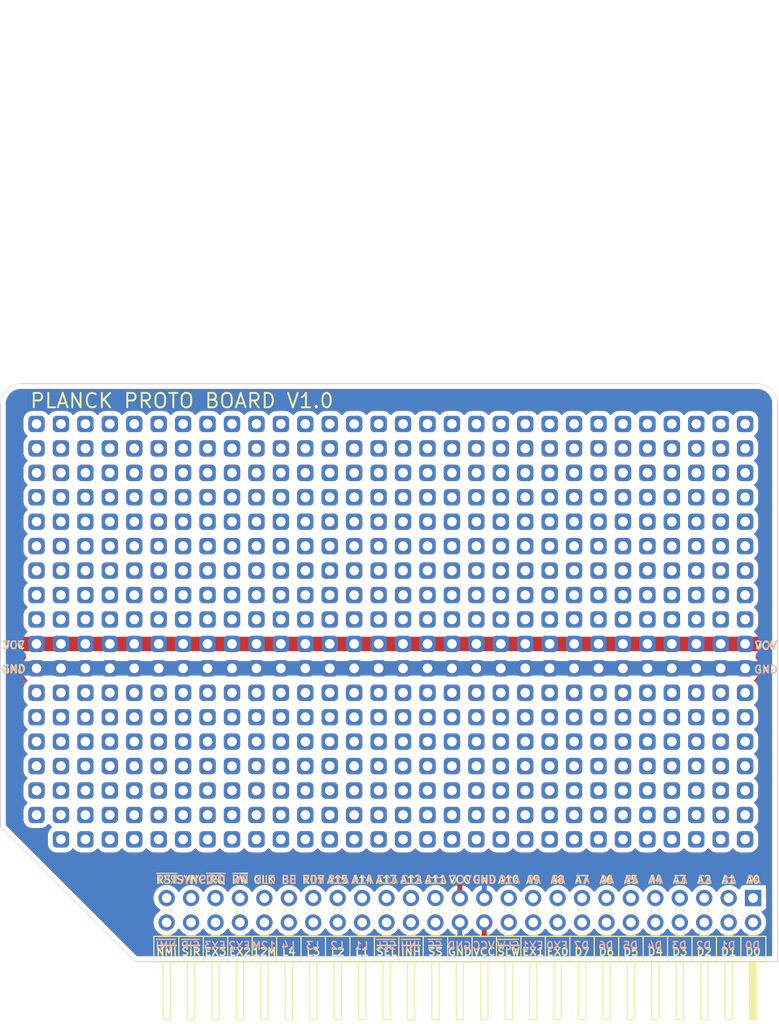
<source format=kicad_pcb>
(kicad_pcb (version 20171130) (host pcbnew "(5.1.10-1-10_14)")
  (layers (0 F.Cu signal) (31 B.Cu signal) (34 B.Paste user) (35 F.Paste user) (36 B.SilkS user) (37 F.SilkS user) (38 B.Mask user) (39 F.Mask user) (44 Edge.Cuts user))
  (net 0 "")
  (net 1 RDY)
  (net 2 A15)
  (net 3 A14)
  (net 4 A13)
  (net 5 A12)
  (net 6 A11)
  (net 7 GND)
  (net 8 +5V)
  (net 9 A10)
  (net 10 A9)
  (net 11 A8)
  (net 12 D7)
  (net 13 A7)
  (net 14 D6)
  (net 15 A6)
  (net 16 D5)
  (net 17 A5)
  (net 18 D4)
  (net 19 A4)
  (net 20 D3)
  (net 21 A3)
  (net 22 D2)
  (net 23 A2)
  (net 24 D1)
  (net 25 A1)
  (net 26 D0)
  (net 27 A0)
  (net 28 CLK)
  (net 29 BE)
  (net 30 SYNC)
  (net 31 EX3)
  (net 32 EX2)
  (net 33 EX1)
  (net 34 EX0)
  (net 35 ~NMI~)
  (net 36 ~RESET~)
  (net 37 ~SLOT_IRQ~)
  (net 38 ~IRQ~)
  (net 39 R~W~)
  (net 40 CLK_12M)
  (net 41 LED4)
  (net 42 LED3)
  (net 43 LED2)
  (net 44 LED1)
  (net 45 ~SLOT_SEL~)
  (net 46 ~INH~)
  (net 47 ~SSEL~)
  (net 48 ~SLOW~)
  (module Connector_PinHeader_2.54mm:PinHole (layer F.Cu) (at 77.4065 -33.02)
    (fp_text reference REF** hide)
    (fp_text value PinHole hide)
    (pad "" thru_hole roundrect (at 0 2.54) (size 1.7 1.7) (drill 1) (layers *.Cu *.Mask) (net 7 GND))
  )
  (module Connector_PinHeader_2.54mm:PinHole (layer F.Cu) (at 74.8665 -33.02)
    (fp_text reference REF** hide)
    (fp_text value PinHole hide)
    (pad "" thru_hole roundrect (at 0 2.54) (size 1.7 1.7) (drill 1) (layers *.Cu *.Mask) (net 7 GND))
  )
  (module Connector_PinHeader_2.54mm:PinHole (layer F.Cu) (at 72.3265 -33.02)
    (fp_text reference REF** hide)
    (fp_text value PinHole hide)
    (pad "" thru_hole roundrect (at 0 2.54) (size 1.7 1.7) (drill 1) (layers *.Cu *.Mask) (net 7 GND))
  )
  (module Connector_PinHeader_2.54mm:PinHole (layer F.Cu) (at 69.7865 -33.02)
    (fp_text reference REF** hide)
    (fp_text value PinHole hide)
    (pad "" thru_hole roundrect (at 0 2.54) (size 1.7 1.7) (drill 1) (layers *.Cu *.Mask) (net 7 GND))
  )
  (module Connector_PinHeader_2.54mm:PinHole (layer F.Cu) (at 67.2465 -33.02)
    (fp_text reference REF** hide)
    (fp_text value PinHole hide)
    (pad "" thru_hole roundrect (at 0 2.54) (size 1.7 1.7) (drill 1) (layers *.Cu *.Mask) (net 7 GND))
  )
  (module Connector_PinHeader_2.54mm:PinHole (layer F.Cu) (at 64.7065 -33.02)
    (fp_text reference REF** hide)
    (fp_text value PinHole hide)
    (pad "" thru_hole roundrect (at 0 2.54) (size 1.7 1.7) (drill 1) (layers *.Cu *.Mask) (net 7 GND))
  )
  (module Connector_PinHeader_2.54mm:PinHole (layer F.Cu) (at 62.1665 -33.02)
    (fp_text reference REF** hide)
    (fp_text value PinHole hide)
    (pad "" thru_hole roundrect (at 0 2.54) (size 1.7 1.7) (drill 1) (layers *.Cu *.Mask) (net 7 GND))
  )
  (module Connector_PinHeader_2.54mm:PinHole (layer F.Cu) (at 59.6265 -33.02)
    (fp_text reference REF** hide)
    (fp_text value PinHole hide)
    (pad "" thru_hole roundrect (at 0 2.54) (size 1.7 1.7) (drill 1) (layers *.Cu *.Mask) (net 7 GND))
  )
  (module Connector_PinHeader_2.54mm:PinHole (layer F.Cu) (at 57.0865 -33.02)
    (fp_text reference REF** hide)
    (fp_text value PinHole hide)
    (pad "" thru_hole roundrect (at 0 2.54) (size 1.7 1.7) (drill 1) (layers *.Cu *.Mask) (net 7 GND))
  )
  (module Connector_PinHeader_2.54mm:PinHole (layer F.Cu) (at 54.5465 -33.02)
    (fp_text reference REF** hide)
    (fp_text value PinHole hide)
    (pad "" thru_hole roundrect (at 0 2.54) (size 1.7 1.7) (drill 1) (layers *.Cu *.Mask) (net 7 GND))
  )
  (module Connector_PinHeader_2.54mm:PinHole (layer F.Cu) (at 52.0065 -33.02)
    (fp_text reference REF** hide)
    (fp_text value PinHole hide)
    (pad "" thru_hole roundrect (at 0 2.54) (size 1.7 1.7) (drill 1) (layers *.Cu *.Mask) (net 7 GND))
  )
  (module Connector_PinHeader_2.54mm:PinHole (layer F.Cu) (at 49.4665 -33.02)
    (fp_text reference REF** hide)
    (fp_text value PinHole hide)
    (pad "" thru_hole roundrect (at 0 2.54) (size 1.7 1.7) (drill 1) (layers *.Cu *.Mask) (net 7 GND))
  )
  (module Connector_PinHeader_2.54mm:PinHole (layer F.Cu) (at 46.9265 -33.02)
    (fp_text reference REF** hide)
    (fp_text value PinHole hide)
    (pad "" thru_hole roundrect (at 0 2.54) (size 1.7 1.7) (drill 1) (layers *.Cu *.Mask) (net 7 GND))
  )
  (module Connector_PinHeader_2.54mm:PinHole (layer F.Cu) (at 44.3865 -33.02)
    (fp_text reference REF** hide)
    (fp_text value PinHole hide)
    (pad "" thru_hole roundrect (at 0 2.54) (size 1.7 1.7) (drill 1) (layers *.Cu *.Mask) (net 7 GND))
  )
  (module Connector_PinHeader_2.54mm:PinHole (layer F.Cu) (at 41.8465 -33.02)
    (fp_text reference REF** hide)
    (fp_text value PinHole hide)
    (pad "" thru_hole roundrect (at 0 2.54) (size 1.7 1.7) (drill 1) (layers *.Cu *.Mask) (net 7 GND))
  )
  (module Connector_PinHeader_2.54mm:PinHole (layer F.Cu) (at 39.3065 -33.02)
    (fp_text reference REF** hide)
    (fp_text value PinHole hide)
    (pad "" thru_hole roundrect (at 0 2.54) (size 1.7 1.7) (drill 1) (layers *.Cu *.Mask) (net 7 GND))
  )
  (module Connector_PinHeader_2.54mm:PinHole (layer F.Cu) (at 36.7665 -33.02)
    (fp_text reference REF** hide)
    (fp_text value PinHole hide)
    (pad "" thru_hole roundrect (at 0 2.54) (size 1.7 1.7) (drill 1) (layers *.Cu *.Mask) (net 7 GND))
  )
  (module Connector_PinHeader_2.54mm:PinHole (layer F.Cu) (at 34.2265 -33.02)
    (fp_text reference REF** hide)
    (fp_text value PinHole hide)
    (pad "" thru_hole roundrect (at 0 2.54) (size 1.7 1.7) (drill 1) (layers *.Cu *.Mask) (net 7 GND))
  )
  (module Connector_PinHeader_2.54mm:PinHole (layer F.Cu) (at 31.6865 -33.02)
    (fp_text reference REF** hide)
    (fp_text value PinHole hide)
    (pad "" thru_hole roundrect (at 0 2.54) (size 1.7 1.7) (drill 1) (layers *.Cu *.Mask) (net 7 GND))
  )
  (module Connector_PinHeader_2.54mm:PinHole (layer F.Cu) (at 29.1465 -33.02)
    (fp_text reference REF** hide)
    (fp_text value PinHole hide)
    (pad "" thru_hole roundrect (at 0 2.54) (size 1.7 1.7) (drill 1) (layers *.Cu *.Mask) (net 7 GND))
  )
  (module Connector_PinHeader_2.54mm:PinHole (layer F.Cu) (at 26.6065 -33.02)
    (fp_text reference REF** hide)
    (fp_text value PinHole hide)
    (pad "" thru_hole roundrect (at 0 2.54) (size 1.7 1.7) (drill 1) (layers *.Cu *.Mask) (net 7 GND))
  )
  (module Connector_PinHeader_2.54mm:PinHole (layer F.Cu) (at 24.0665 -33.02)
    (fp_text reference REF** hide)
    (fp_text value PinHole hide)
    (pad "" thru_hole roundrect (at 0 2.54) (size 1.7 1.7) (drill 1) (layers *.Cu *.Mask) (net 7 GND))
  )
  (module Connector_PinHeader_2.54mm:PinHole (layer F.Cu) (at 21.5265 -33.02)
    (fp_text reference REF** hide)
    (fp_text value PinHole hide)
    (pad "" thru_hole roundrect (at 0 2.54) (size 1.7 1.7) (drill 1) (layers *.Cu *.Mask) (net 7 GND))
  )
  (module Connector_PinHeader_2.54mm:PinHole (layer F.Cu) (at 18.9865 -33.02)
    (fp_text reference REF** hide)
    (fp_text value PinHole hide)
    (pad "" thru_hole roundrect (at 0 2.54) (size 1.7 1.7) (drill 1) (layers *.Cu *.Mask) (net 7 GND))
  )
  (module Connector_PinHeader_2.54mm:PinHole (layer F.Cu) (at 16.4465 -33.02)
    (fp_text reference REF** hide)
    (fp_text value PinHole hide)
    (pad "" thru_hole roundrect (at 0 2.54) (size 1.7 1.7) (drill 1) (layers *.Cu *.Mask) (net 7 GND))
  )
  (module Connector_PinHeader_2.54mm:PinHole (layer F.Cu) (at 13.9065 -33.02)
    (fp_text reference REF** hide)
    (fp_text value PinHole hide)
    (pad "" thru_hole roundrect (at 0 2.54) (size 1.7 1.7) (drill 1) (layers *.Cu *.Mask) (net 7 GND))
  )
  (module Connector_PinHeader_2.54mm:PinHole (layer F.Cu) (at 11.3665 -33.02)
    (fp_text reference REF** hide)
    (fp_text value PinHole hide)
    (pad "" thru_hole roundrect (at 0 2.54) (size 1.7 1.7) (drill 1) (layers *.Cu *.Mask) (net 7 GND))
  )
  (module Connector_PinHeader_2.54mm:PinHole (layer F.Cu) (at 8.8265 -33.02)
    (fp_text reference REF** hide)
    (fp_text value PinHole hide)
    (pad "" thru_hole roundrect (at 0 2.54) (size 1.7 1.7) (drill 1) (layers *.Cu *.Mask) (net 7 GND))
  )
  (module Connector_PinHeader_2.54mm:PinHole (layer F.Cu) (at 6.2865 -33.02)
    (fp_text reference REF** hide)
    (fp_text value PinHole hide)
    (pad "" thru_hole roundrect (at 0 2.54) (size 1.7 1.7) (drill 1) (layers *.Cu *.Mask) (net 7 GND))
  )
  (module Connector_PinHeader_2.54mm:PinHole (layer F.Cu) (at 77.4065 -35.56)
    (fp_text reference REF** hide)
    (fp_text value PinHole hide)
    (pad "" thru_hole roundrect (at 0 2.54) (size 1.7 1.7) (drill 1) (layers *.Cu *.Mask) (net 8 +5V))
  )
  (module Connector_PinHeader_2.54mm:PinHole (layer F.Cu) (at 74.8665 -35.56)
    (fp_text reference REF** hide)
    (fp_text value PinHole hide)
    (pad "" thru_hole roundrect (at 0 2.54) (size 1.7 1.7) (drill 1) (layers *.Cu *.Mask) (net 8 +5V))
  )
  (module Connector_PinHeader_2.54mm:PinHole (layer F.Cu) (at 72.3265 -35.56)
    (fp_text reference REF** hide)
    (fp_text value PinHole hide)
    (pad "" thru_hole roundrect (at 0 2.54) (size 1.7 1.7) (drill 1) (layers *.Cu *.Mask) (net 8 +5V))
  )
  (module Connector_PinHeader_2.54mm:PinHole (layer F.Cu) (at 69.7865 -35.56)
    (fp_text reference REF** hide)
    (fp_text value PinHole hide)
    (pad "" thru_hole roundrect (at 0 2.54) (size 1.7 1.7) (drill 1) (layers *.Cu *.Mask) (net 8 +5V))
  )
  (module Connector_PinHeader_2.54mm:PinHole (layer F.Cu) (at 67.2465 -35.56)
    (fp_text reference REF** hide)
    (fp_text value PinHole hide)
    (pad "" thru_hole roundrect (at 0 2.54) (size 1.7 1.7) (drill 1) (layers *.Cu *.Mask) (net 8 +5V))
  )
  (module Connector_PinHeader_2.54mm:PinHole (layer F.Cu) (at 64.7065 -35.56)
    (fp_text reference REF** hide)
    (fp_text value PinHole hide)
    (pad "" thru_hole roundrect (at 0 2.54) (size 1.7 1.7) (drill 1) (layers *.Cu *.Mask) (net 8 +5V))
  )
  (module Connector_PinHeader_2.54mm:PinHole (layer F.Cu) (at 62.1665 -35.56)
    (fp_text reference REF** hide)
    (fp_text value PinHole hide)
    (pad "" thru_hole roundrect (at 0 2.54) (size 1.7 1.7) (drill 1) (layers *.Cu *.Mask) (net 8 +5V))
  )
  (module Connector_PinHeader_2.54mm:PinHole (layer F.Cu) (at 59.6265 -35.56)
    (fp_text reference REF** hide)
    (fp_text value PinHole hide)
    (pad "" thru_hole roundrect (at 0 2.54) (size 1.7 1.7) (drill 1) (layers *.Cu *.Mask) (net 8 +5V))
  )
  (module Connector_PinHeader_2.54mm:PinHole (layer F.Cu) (at 57.0865 -35.56)
    (fp_text reference REF** hide)
    (fp_text value PinHole hide)
    (pad "" thru_hole roundrect (at 0 2.54) (size 1.7 1.7) (drill 1) (layers *.Cu *.Mask) (net 8 +5V))
  )
  (module Connector_PinHeader_2.54mm:PinHole (layer F.Cu) (at 54.5465 -35.56)
    (fp_text reference REF** hide)
    (fp_text value PinHole hide)
    (pad "" thru_hole roundrect (at 0 2.54) (size 1.7 1.7) (drill 1) (layers *.Cu *.Mask) (net 8 +5V))
  )
  (module Connector_PinHeader_2.54mm:PinHole (layer F.Cu) (at 52.0065 -35.56)
    (fp_text reference REF** hide)
    (fp_text value PinHole hide)
    (pad "" thru_hole roundrect (at 0 2.54) (size 1.7 1.7) (drill 1) (layers *.Cu *.Mask) (net 8 +5V))
  )
  (module Connector_PinHeader_2.54mm:PinHole (layer F.Cu) (at 49.4665 -35.56)
    (fp_text reference REF** hide)
    (fp_text value PinHole hide)
    (pad "" thru_hole roundrect (at 0 2.54) (size 1.7 1.7) (drill 1) (layers *.Cu *.Mask) (net 8 +5V))
  )
  (module Connector_PinHeader_2.54mm:PinHole (layer F.Cu) (at 46.9265 -35.56)
    (fp_text reference REF** hide)
    (fp_text value PinHole hide)
    (pad "" thru_hole roundrect (at 0 2.54) (size 1.7 1.7) (drill 1) (layers *.Cu *.Mask) (net 8 +5V))
  )
  (module Connector_PinHeader_2.54mm:PinHole (layer F.Cu) (at 44.3865 -35.56)
    (fp_text reference REF** hide)
    (fp_text value PinHole hide)
    (pad "" thru_hole roundrect (at 0 2.54) (size 1.7 1.7) (drill 1) (layers *.Cu *.Mask) (net 8 +5V))
  )
  (module Connector_PinHeader_2.54mm:PinHole (layer F.Cu) (at 41.8465 -35.56)
    (fp_text reference REF** hide)
    (fp_text value PinHole hide)
    (pad "" thru_hole roundrect (at 0 2.54) (size 1.7 1.7) (drill 1) (layers *.Cu *.Mask) (net 8 +5V))
  )
  (module Connector_PinHeader_2.54mm:PinHole (layer F.Cu) (at 39.3065 -35.56)
    (fp_text reference REF** hide)
    (fp_text value PinHole hide)
    (pad "" thru_hole roundrect (at 0 2.54) (size 1.7 1.7) (drill 1) (layers *.Cu *.Mask) (net 8 +5V))
  )
  (module Connector_PinHeader_2.54mm:PinHole (layer F.Cu) (at 36.7665 -35.56)
    (fp_text reference REF** hide)
    (fp_text value PinHole hide)
    (pad "" thru_hole roundrect (at 0 2.54) (size 1.7 1.7) (drill 1) (layers *.Cu *.Mask) (net 8 +5V))
  )
  (module Connector_PinHeader_2.54mm:PinHole (layer F.Cu) (at 34.2265 -35.56)
    (fp_text reference REF** hide)
    (fp_text value PinHole hide)
    (pad "" thru_hole roundrect (at 0 2.54) (size 1.7 1.7) (drill 1) (layers *.Cu *.Mask) (net 8 +5V))
  )
  (module Connector_PinHeader_2.54mm:PinHole (layer F.Cu) (at 31.6865 -35.56)
    (fp_text reference REF** hide)
    (fp_text value PinHole hide)
    (pad "" thru_hole roundrect (at 0 2.54) (size 1.7 1.7) (drill 1) (layers *.Cu *.Mask) (net 8 +5V))
  )
  (module Connector_PinHeader_2.54mm:PinHole (layer F.Cu) (at 29.1465 -35.56)
    (fp_text reference REF** hide)
    (fp_text value PinHole hide)
    (pad "" thru_hole roundrect (at 0 2.54) (size 1.7 1.7) (drill 1) (layers *.Cu *.Mask) (net 8 +5V))
  )
  (module Connector_PinHeader_2.54mm:PinHole (layer F.Cu) (at 26.6065 -35.56)
    (fp_text reference REF** hide)
    (fp_text value PinHole hide)
    (pad "" thru_hole roundrect (at 0 2.54) (size 1.7 1.7) (drill 1) (layers *.Cu *.Mask) (net 8 +5V))
  )
  (module Connector_PinHeader_2.54mm:PinHole (layer F.Cu) (at 24.0665 -35.56)
    (fp_text reference REF** hide)
    (fp_text value PinHole hide)
    (pad "" thru_hole roundrect (at 0 2.54) (size 1.7 1.7) (drill 1) (layers *.Cu *.Mask) (net 8 +5V))
  )
  (module Connector_PinHeader_2.54mm:PinHole (layer F.Cu) (at 21.5265 -35.56)
    (fp_text reference REF** hide)
    (fp_text value PinHole hide)
    (pad "" thru_hole roundrect (at 0 2.54) (size 1.7 1.7) (drill 1) (layers *.Cu *.Mask) (net 8 +5V))
  )
  (module Connector_PinHeader_2.54mm:PinHole (layer F.Cu) (at 18.9865 -35.56)
    (fp_text reference REF** hide)
    (fp_text value PinHole hide)
    (pad "" thru_hole roundrect (at 0 2.54) (size 1.7 1.7) (drill 1) (layers *.Cu *.Mask) (net 8 +5V))
  )
  (module Connector_PinHeader_2.54mm:PinHole (layer F.Cu) (at 16.4465 -35.56)
    (fp_text reference REF** hide)
    (fp_text value PinHole hide)
    (pad "" thru_hole roundrect (at 0 2.54) (size 1.7 1.7) (drill 1) (layers *.Cu *.Mask) (net 8 +5V))
  )
  (module Connector_PinHeader_2.54mm:PinHole (layer F.Cu) (at 13.9065 -35.56)
    (fp_text reference REF** hide)
    (fp_text value PinHole hide)
    (pad "" thru_hole roundrect (at 0 2.54) (size 1.7 1.7) (drill 1) (layers *.Cu *.Mask) (net 8 +5V))
  )
  (module Connector_PinHeader_2.54mm:PinHole (layer F.Cu) (at 11.3665 -35.56)
    (fp_text reference REF** hide)
    (fp_text value PinHole hide)
    (pad "" thru_hole roundrect (at 0 2.54) (size 1.7 1.7) (drill 1) (layers *.Cu *.Mask) (net 8 +5V))
  )
  (module Connector_PinHeader_2.54mm:PinHole (layer F.Cu) (at 8.8265 -35.56)
    (fp_text reference REF** hide)
    (fp_text value PinHole hide)
    (pad "" thru_hole roundrect (at 0 2.54) (size 1.7 1.7) (drill 1) (layers *.Cu *.Mask) (net 8 +5V))
  )
  (module Connector_PinHeader_2.54mm:PinHole (layer F.Cu) (at 6.2865 -35.56)
    (fp_text reference REF** hide)
    (fp_text value PinHole hide)
    (pad "" thru_hole roundrect (at 0 2.54) (size 1.7 1.7) (drill 1) (layers *.Cu *.Mask) (net 8 +5V))
  )
  (module Connector_PinHeader_2.54mm:PinHole (layer F.Cu) (at 77.4065 -15.24)
    (fp_text reference REF** hide)
    (fp_text value PinHole hide)
    (pad "" thru_hole roundrect (at 0 2.54) (size 1.7 1.7) (drill 1) (layers *.Cu *.Mask))
  )
  (module Connector_PinHeader_2.54mm:PinHole (layer F.Cu) (at 74.8665 -15.24)
    (fp_text reference REF** hide)
    (fp_text value PinHole hide)
    (pad "" thru_hole roundrect (at 0 2.54) (size 1.7 1.7) (drill 1) (layers *.Cu *.Mask))
  )
  (module Connector_PinHeader_2.54mm:PinHole (layer F.Cu) (at 72.3265 -15.24)
    (fp_text reference REF** hide)
    (fp_text value PinHole hide)
    (pad "" thru_hole roundrect (at 0 2.54) (size 1.7 1.7) (drill 1) (layers *.Cu *.Mask))
  )
  (module Connector_PinHeader_2.54mm:PinHole (layer F.Cu) (at 69.7865 -15.24)
    (fp_text reference REF** hide)
    (fp_text value PinHole hide)
    (pad "" thru_hole roundrect (at 0 2.54) (size 1.7 1.7) (drill 1) (layers *.Cu *.Mask))
  )
  (module Connector_PinHeader_2.54mm:PinHole (layer F.Cu) (at 67.2465 -15.24)
    (fp_text reference REF** hide)
    (fp_text value PinHole hide)
    (pad "" thru_hole roundrect (at 0 2.54) (size 1.7 1.7) (drill 1) (layers *.Cu *.Mask))
  )
  (module Connector_PinHeader_2.54mm:PinHole (layer F.Cu) (at 64.7065 -15.24)
    (fp_text reference REF** hide)
    (fp_text value PinHole hide)
    (pad "" thru_hole roundrect (at 0 2.54) (size 1.7 1.7) (drill 1) (layers *.Cu *.Mask))
  )
  (module Connector_PinHeader_2.54mm:PinHole (layer F.Cu) (at 62.1665 -15.24)
    (fp_text reference REF** hide)
    (fp_text value PinHole hide)
    (pad "" thru_hole roundrect (at 0 2.54) (size 1.7 1.7) (drill 1) (layers *.Cu *.Mask))
  )
  (module Connector_PinHeader_2.54mm:PinHole (layer F.Cu) (at 59.6265 -15.24)
    (fp_text reference REF** hide)
    (fp_text value PinHole hide)
    (pad "" thru_hole roundrect (at 0 2.54) (size 1.7 1.7) (drill 1) (layers *.Cu *.Mask))
  )
  (module Connector_PinHeader_2.54mm:PinHole (layer F.Cu) (at 57.0865 -15.24)
    (fp_text reference REF** hide)
    (fp_text value PinHole hide)
    (pad "" thru_hole roundrect (at 0 2.54) (size 1.7 1.7) (drill 1) (layers *.Cu *.Mask))
  )
  (module Connector_PinHeader_2.54mm:PinHole (layer F.Cu) (at 54.5465 -15.24)
    (fp_text reference REF** hide)
    (fp_text value PinHole hide)
    (pad "" thru_hole roundrect (at 0 2.54) (size 1.7 1.7) (drill 1) (layers *.Cu *.Mask))
  )
  (module Connector_PinHeader_2.54mm:PinHole (layer F.Cu) (at 52.0065 -15.24)
    (fp_text reference REF** hide)
    (fp_text value PinHole hide)
    (pad "" thru_hole roundrect (at 0 2.54) (size 1.7 1.7) (drill 1) (layers *.Cu *.Mask))
  )
  (module Connector_PinHeader_2.54mm:PinHole (layer F.Cu) (at 49.4665 -15.24)
    (fp_text reference REF** hide)
    (fp_text value PinHole hide)
    (pad "" thru_hole roundrect (at 0 2.54) (size 1.7 1.7) (drill 1) (layers *.Cu *.Mask))
  )
  (module Connector_PinHeader_2.54mm:PinHole (layer F.Cu) (at 46.9265 -15.24)
    (fp_text reference REF** hide)
    (fp_text value PinHole hide)
    (pad "" thru_hole roundrect (at 0 2.54) (size 1.7 1.7) (drill 1) (layers *.Cu *.Mask))
  )
  (module Connector_PinHeader_2.54mm:PinHole (layer F.Cu) (at 44.3865 -15.24)
    (fp_text reference REF** hide)
    (fp_text value PinHole hide)
    (pad "" thru_hole roundrect (at 0 2.54) (size 1.7 1.7) (drill 1) (layers *.Cu *.Mask))
  )
  (module Connector_PinHeader_2.54mm:PinHole (layer F.Cu) (at 41.8465 -15.24)
    (fp_text reference REF** hide)
    (fp_text value PinHole hide)
    (pad "" thru_hole roundrect (at 0 2.54) (size 1.7 1.7) (drill 1) (layers *.Cu *.Mask))
  )
  (module Connector_PinHeader_2.54mm:PinHole (layer F.Cu) (at 39.3065 -15.24)
    (fp_text reference REF** hide)
    (fp_text value PinHole hide)
    (pad "" thru_hole roundrect (at 0 2.54) (size 1.7 1.7) (drill 1) (layers *.Cu *.Mask))
  )
  (module Connector_PinHeader_2.54mm:PinHole (layer F.Cu) (at 36.7665 -15.24)
    (fp_text reference REF** hide)
    (fp_text value PinHole hide)
    (pad "" thru_hole roundrect (at 0 2.54) (size 1.7 1.7) (drill 1) (layers *.Cu *.Mask))
  )
  (module Connector_PinHeader_2.54mm:PinHole (layer F.Cu) (at 34.2265 -15.24)
    (fp_text reference REF** hide)
    (fp_text value PinHole hide)
    (pad "" thru_hole roundrect (at 0 2.54) (size 1.7 1.7) (drill 1) (layers *.Cu *.Mask))
  )
  (module Connector_PinHeader_2.54mm:PinHole (layer F.Cu) (at 31.6865 -15.24)
    (fp_text reference REF** hide)
    (fp_text value PinHole hide)
    (pad "" thru_hole roundrect (at 0 2.54) (size 1.7 1.7) (drill 1) (layers *.Cu *.Mask))
  )
  (module Connector_PinHeader_2.54mm:PinHole (layer F.Cu) (at 29.1465 -15.24)
    (fp_text reference REF** hide)
    (fp_text value PinHole hide)
    (pad "" thru_hole roundrect (at 0 2.54) (size 1.7 1.7) (drill 1) (layers *.Cu *.Mask))
  )
  (module Connector_PinHeader_2.54mm:PinHole (layer F.Cu) (at 26.6065 -15.24)
    (fp_text reference REF** hide)
    (fp_text value PinHole hide)
    (pad "" thru_hole roundrect (at 0 2.54) (size 1.7 1.7) (drill 1) (layers *.Cu *.Mask))
  )
  (module Connector_PinHeader_2.54mm:PinHole (layer F.Cu) (at 24.0665 -15.24)
    (fp_text reference REF** hide)
    (fp_text value PinHole hide)
    (pad "" thru_hole roundrect (at 0 2.54) (size 1.7 1.7) (drill 1) (layers *.Cu *.Mask))
  )
  (module Connector_PinHeader_2.54mm:PinHole (layer F.Cu) (at 21.5265 -15.24)
    (fp_text reference REF** hide)
    (fp_text value PinHole hide)
    (pad "" thru_hole roundrect (at 0 2.54) (size 1.7 1.7) (drill 1) (layers *.Cu *.Mask))
  )
  (module Connector_PinHeader_2.54mm:PinHole (layer F.Cu) (at 18.9865 -15.24)
    (fp_text reference REF** hide)
    (fp_text value PinHole hide)
    (pad "" thru_hole roundrect (at 0 2.54) (size 1.7 1.7) (drill 1) (layers *.Cu *.Mask))
  )
  (module Connector_PinHeader_2.54mm:PinHole (layer F.Cu) (at 16.4465 -15.24)
    (fp_text reference REF** hide)
    (fp_text value PinHole hide)
    (pad "" thru_hole roundrect (at 0 2.54) (size 1.7 1.7) (drill 1) (layers *.Cu *.Mask))
  )
  (module Connector_PinHeader_2.54mm:PinHole (layer F.Cu) (at 13.9065 -15.24)
    (fp_text reference REF** hide)
    (fp_text value PinHole hide)
    (pad "" thru_hole roundrect (at 0 2.54) (size 1.7 1.7) (drill 1) (layers *.Cu *.Mask))
  )
  (module Connector_PinHeader_2.54mm:PinHole (layer F.Cu) (at 11.3665 -15.24)
    (fp_text reference REF** hide)
    (fp_text value PinHole hide)
    (pad "" thru_hole roundrect (at 0 2.54) (size 1.7 1.7) (drill 1) (layers *.Cu *.Mask))
  )
  (module Connector_PinHeader_2.54mm:PinHole (layer F.Cu) (at 8.8265 -15.24)
    (fp_text reference REF** hide)
    (fp_text value PinHole hide)
    (pad "" thru_hole roundrect (at 0 2.54) (size 1.7 1.7) (drill 1) (layers *.Cu *.Mask))
  )
  (module Connector_PinHeader_2.54mm:PinHole (layer F.Cu) (at 6.2865 -15.24)
    (fp_text reference REF** hide)
    (fp_text value PinHole hide)
    (pad "" thru_hole roundrect (at 0 2.54) (size 1.7 1.7) (drill 1) (layers *.Cu *.Mask))
  )
  (module Connector_PinHeader_2.54mm:PinHole (layer F.Cu) (at 77.4065 -17.78)
    (fp_text reference REF** hide)
    (fp_text value PinHole hide)
    (pad "" thru_hole roundrect (at 0 2.54) (size 1.7 1.7) (drill 1) (layers *.Cu *.Mask))
  )
  (module Connector_PinHeader_2.54mm:PinHole (layer F.Cu) (at 74.8665 -17.78)
    (fp_text reference REF** hide)
    (fp_text value PinHole hide)
    (pad "" thru_hole roundrect (at 0 2.54) (size 1.7 1.7) (drill 1) (layers *.Cu *.Mask))
  )
  (module Connector_PinHeader_2.54mm:PinHole (layer F.Cu) (at 72.3265 -17.78)
    (fp_text reference REF** hide)
    (fp_text value PinHole hide)
    (pad "" thru_hole roundrect (at 0 2.54) (size 1.7 1.7) (drill 1) (layers *.Cu *.Mask))
  )
  (module Connector_PinHeader_2.54mm:PinHole (layer F.Cu) (at 69.7865 -17.78)
    (fp_text reference REF** hide)
    (fp_text value PinHole hide)
    (pad "" thru_hole roundrect (at 0 2.54) (size 1.7 1.7) (drill 1) (layers *.Cu *.Mask))
  )
  (module Connector_PinHeader_2.54mm:PinHole (layer F.Cu) (at 67.2465 -17.78)
    (fp_text reference REF** hide)
    (fp_text value PinHole hide)
    (pad "" thru_hole roundrect (at 0 2.54) (size 1.7 1.7) (drill 1) (layers *.Cu *.Mask))
  )
  (module Connector_PinHeader_2.54mm:PinHole (layer F.Cu) (at 64.7065 -17.78)
    (fp_text reference REF** hide)
    (fp_text value PinHole hide)
    (pad "" thru_hole roundrect (at 0 2.54) (size 1.7 1.7) (drill 1) (layers *.Cu *.Mask))
  )
  (module Connector_PinHeader_2.54mm:PinHole (layer F.Cu) (at 62.1665 -17.78)
    (fp_text reference REF** hide)
    (fp_text value PinHole hide)
    (pad "" thru_hole roundrect (at 0 2.54) (size 1.7 1.7) (drill 1) (layers *.Cu *.Mask))
  )
  (module Connector_PinHeader_2.54mm:PinHole (layer F.Cu) (at 59.6265 -17.78)
    (fp_text reference REF** hide)
    (fp_text value PinHole hide)
    (pad "" thru_hole roundrect (at 0 2.54) (size 1.7 1.7) (drill 1) (layers *.Cu *.Mask))
  )
  (module Connector_PinHeader_2.54mm:PinHole (layer F.Cu) (at 57.0865 -17.78)
    (fp_text reference REF** hide)
    (fp_text value PinHole hide)
    (pad "" thru_hole roundrect (at 0 2.54) (size 1.7 1.7) (drill 1) (layers *.Cu *.Mask))
  )
  (module Connector_PinHeader_2.54mm:PinHole (layer F.Cu) (at 54.5465 -17.78)
    (fp_text reference REF** hide)
    (fp_text value PinHole hide)
    (pad "" thru_hole roundrect (at 0 2.54) (size 1.7 1.7) (drill 1) (layers *.Cu *.Mask))
  )
  (module Connector_PinHeader_2.54mm:PinHole (layer F.Cu) (at 52.0065 -17.78)
    (fp_text reference REF** hide)
    (fp_text value PinHole hide)
    (pad "" thru_hole roundrect (at 0 2.54) (size 1.7 1.7) (drill 1) (layers *.Cu *.Mask))
  )
  (module Connector_PinHeader_2.54mm:PinHole (layer F.Cu) (at 49.4665 -17.78)
    (fp_text reference REF** hide)
    (fp_text value PinHole hide)
    (pad "" thru_hole roundrect (at 0 2.54) (size 1.7 1.7) (drill 1) (layers *.Cu *.Mask))
  )
  (module Connector_PinHeader_2.54mm:PinHole (layer F.Cu) (at 46.9265 -17.78)
    (fp_text reference REF** hide)
    (fp_text value PinHole hide)
    (pad "" thru_hole roundrect (at 0 2.54) (size 1.7 1.7) (drill 1) (layers *.Cu *.Mask))
  )
  (module Connector_PinHeader_2.54mm:PinHole (layer F.Cu) (at 44.3865 -17.78)
    (fp_text reference REF** hide)
    (fp_text value PinHole hide)
    (pad "" thru_hole roundrect (at 0 2.54) (size 1.7 1.7) (drill 1) (layers *.Cu *.Mask))
  )
  (module Connector_PinHeader_2.54mm:PinHole (layer F.Cu) (at 41.8465 -17.78)
    (fp_text reference REF** hide)
    (fp_text value PinHole hide)
    (pad "" thru_hole roundrect (at 0 2.54) (size 1.7 1.7) (drill 1) (layers *.Cu *.Mask))
  )
  (module Connector_PinHeader_2.54mm:PinHole (layer F.Cu) (at 39.3065 -17.78)
    (fp_text reference REF** hide)
    (fp_text value PinHole hide)
    (pad "" thru_hole roundrect (at 0 2.54) (size 1.7 1.7) (drill 1) (layers *.Cu *.Mask))
  )
  (module Connector_PinHeader_2.54mm:PinHole (layer F.Cu) (at 36.7665 -17.78)
    (fp_text reference REF** hide)
    (fp_text value PinHole hide)
    (pad "" thru_hole roundrect (at 0 2.54) (size 1.7 1.7) (drill 1) (layers *.Cu *.Mask))
  )
  (module Connector_PinHeader_2.54mm:PinHole (layer F.Cu) (at 34.2265 -17.78)
    (fp_text reference REF** hide)
    (fp_text value PinHole hide)
    (pad "" thru_hole roundrect (at 0 2.54) (size 1.7 1.7) (drill 1) (layers *.Cu *.Mask))
  )
  (module Connector_PinHeader_2.54mm:PinHole (layer F.Cu) (at 31.6865 -17.78)
    (fp_text reference REF** hide)
    (fp_text value PinHole hide)
    (pad "" thru_hole roundrect (at 0 2.54) (size 1.7 1.7) (drill 1) (layers *.Cu *.Mask))
  )
  (module Connector_PinHeader_2.54mm:PinHole (layer F.Cu) (at 29.1465 -17.78)
    (fp_text reference REF** hide)
    (fp_text value PinHole hide)
    (pad "" thru_hole roundrect (at 0 2.54) (size 1.7 1.7) (drill 1) (layers *.Cu *.Mask))
  )
  (module Connector_PinHeader_2.54mm:PinHole (layer F.Cu) (at 26.6065 -17.78)
    (fp_text reference REF** hide)
    (fp_text value PinHole hide)
    (pad "" thru_hole roundrect (at 0 2.54) (size 1.7 1.7) (drill 1) (layers *.Cu *.Mask))
  )
  (module Connector_PinHeader_2.54mm:PinHole (layer F.Cu) (at 24.0665 -17.78)
    (fp_text reference REF** hide)
    (fp_text value PinHole hide)
    (pad "" thru_hole roundrect (at 0 2.54) (size 1.7 1.7) (drill 1) (layers *.Cu *.Mask))
  )
  (module Connector_PinHeader_2.54mm:PinHole (layer F.Cu) (at 21.5265 -17.78)
    (fp_text reference REF** hide)
    (fp_text value PinHole hide)
    (pad "" thru_hole roundrect (at 0 2.54) (size 1.7 1.7) (drill 1) (layers *.Cu *.Mask))
  )
  (module Connector_PinHeader_2.54mm:PinHole (layer F.Cu) (at 18.9865 -17.78)
    (fp_text reference REF** hide)
    (fp_text value PinHole hide)
    (pad "" thru_hole roundrect (at 0 2.54) (size 1.7 1.7) (drill 1) (layers *.Cu *.Mask))
  )
  (module Connector_PinHeader_2.54mm:PinHole (layer F.Cu) (at 16.4465 -17.78)
    (fp_text reference REF** hide)
    (fp_text value PinHole hide)
    (pad "" thru_hole roundrect (at 0 2.54) (size 1.7 1.7) (drill 1) (layers *.Cu *.Mask))
  )
  (module Connector_PinHeader_2.54mm:PinHole (layer F.Cu) (at 13.9065 -17.78)
    (fp_text reference REF** hide)
    (fp_text value PinHole hide)
    (pad "" thru_hole roundrect (at 0 2.54) (size 1.7 1.7) (drill 1) (layers *.Cu *.Mask))
  )
  (module Connector_PinHeader_2.54mm:PinHole (layer F.Cu) (at 11.3665 -17.78)
    (fp_text reference REF** hide)
    (fp_text value PinHole hide)
    (pad "" thru_hole roundrect (at 0 2.54) (size 1.7 1.7) (drill 1) (layers *.Cu *.Mask))
  )
  (module Connector_PinHeader_2.54mm:PinHole (layer F.Cu) (at 8.8265 -17.78)
    (fp_text reference REF** hide)
    (fp_text value PinHole hide)
    (pad "" thru_hole roundrect (at 0 2.54) (size 1.7 1.7) (drill 1) (layers *.Cu *.Mask))
  )
  (module Connector_PinHeader_2.54mm:PinHole (layer F.Cu) (at 6.2865 -17.78)
    (fp_text reference REF** hide)
    (fp_text value PinHole hide)
    (pad "" thru_hole roundrect (at 0 2.54) (size 1.7 1.7) (drill 1) (layers *.Cu *.Mask))
  )
  (module Connector_PinHeader_2.54mm:PinHole (layer F.Cu) (at 3.7465 -17.78)
    (fp_text reference REF** hide)
    (fp_text value PinHole hide)
    (pad "" thru_hole roundrect (at 0 2.54) (size 1.7 1.7) (drill 1) (layers *.Cu *.Mask))
  )
  (module Connector_PinHeader_2.54mm:PinHole (layer F.Cu) (at 77.4065 -20.32)
    (fp_text reference REF** hide)
    (fp_text value PinHole hide)
    (pad "" thru_hole roundrect (at 0 2.54) (size 1.7 1.7) (drill 1) (layers *.Cu *.Mask))
  )
  (module Connector_PinHeader_2.54mm:PinHole (layer F.Cu) (at 74.8665 -20.32)
    (fp_text reference REF** hide)
    (fp_text value PinHole hide)
    (pad "" thru_hole roundrect (at 0 2.54) (size 1.7 1.7) (drill 1) (layers *.Cu *.Mask))
  )
  (module Connector_PinHeader_2.54mm:PinHole (layer F.Cu) (at 72.3265 -20.32)
    (fp_text reference REF** hide)
    (fp_text value PinHole hide)
    (pad "" thru_hole roundrect (at 0 2.54) (size 1.7 1.7) (drill 1) (layers *.Cu *.Mask))
  )
  (module Connector_PinHeader_2.54mm:PinHole (layer F.Cu) (at 69.7865 -20.32)
    (fp_text reference REF** hide)
    (fp_text value PinHole hide)
    (pad "" thru_hole roundrect (at 0 2.54) (size 1.7 1.7) (drill 1) (layers *.Cu *.Mask))
  )
  (module Connector_PinHeader_2.54mm:PinHole (layer F.Cu) (at 67.2465 -20.32)
    (fp_text reference REF** hide)
    (fp_text value PinHole hide)
    (pad "" thru_hole roundrect (at 0 2.54) (size 1.7 1.7) (drill 1) (layers *.Cu *.Mask))
  )
  (module Connector_PinHeader_2.54mm:PinHole (layer F.Cu) (at 64.7065 -20.32)
    (fp_text reference REF** hide)
    (fp_text value PinHole hide)
    (pad "" thru_hole roundrect (at 0 2.54) (size 1.7 1.7) (drill 1) (layers *.Cu *.Mask))
  )
  (module Connector_PinHeader_2.54mm:PinHole (layer F.Cu) (at 62.1665 -20.32)
    (fp_text reference REF** hide)
    (fp_text value PinHole hide)
    (pad "" thru_hole roundrect (at 0 2.54) (size 1.7 1.7) (drill 1) (layers *.Cu *.Mask))
  )
  (module Connector_PinHeader_2.54mm:PinHole (layer F.Cu) (at 59.6265 -20.32)
    (fp_text reference REF** hide)
    (fp_text value PinHole hide)
    (pad "" thru_hole roundrect (at 0 2.54) (size 1.7 1.7) (drill 1) (layers *.Cu *.Mask))
  )
  (module Connector_PinHeader_2.54mm:PinHole (layer F.Cu) (at 57.0865 -20.32)
    (fp_text reference REF** hide)
    (fp_text value PinHole hide)
    (pad "" thru_hole roundrect (at 0 2.54) (size 1.7 1.7) (drill 1) (layers *.Cu *.Mask))
  )
  (module Connector_PinHeader_2.54mm:PinHole (layer F.Cu) (at 54.5465 -20.32)
    (fp_text reference REF** hide)
    (fp_text value PinHole hide)
    (pad "" thru_hole roundrect (at 0 2.54) (size 1.7 1.7) (drill 1) (layers *.Cu *.Mask))
  )
  (module Connector_PinHeader_2.54mm:PinHole (layer F.Cu) (at 52.0065 -20.32)
    (fp_text reference REF** hide)
    (fp_text value PinHole hide)
    (pad "" thru_hole roundrect (at 0 2.54) (size 1.7 1.7) (drill 1) (layers *.Cu *.Mask))
  )
  (module Connector_PinHeader_2.54mm:PinHole (layer F.Cu) (at 49.4665 -20.32)
    (fp_text reference REF** hide)
    (fp_text value PinHole hide)
    (pad "" thru_hole roundrect (at 0 2.54) (size 1.7 1.7) (drill 1) (layers *.Cu *.Mask))
  )
  (module Connector_PinHeader_2.54mm:PinHole (layer F.Cu) (at 46.9265 -20.32)
    (fp_text reference REF** hide)
    (fp_text value PinHole hide)
    (pad "" thru_hole roundrect (at 0 2.54) (size 1.7 1.7) (drill 1) (layers *.Cu *.Mask))
  )
  (module Connector_PinHeader_2.54mm:PinHole (layer F.Cu) (at 44.3865 -20.32)
    (fp_text reference REF** hide)
    (fp_text value PinHole hide)
    (pad "" thru_hole roundrect (at 0 2.54) (size 1.7 1.7) (drill 1) (layers *.Cu *.Mask))
  )
  (module Connector_PinHeader_2.54mm:PinHole (layer F.Cu) (at 41.8465 -20.32)
    (fp_text reference REF** hide)
    (fp_text value PinHole hide)
    (pad "" thru_hole roundrect (at 0 2.54) (size 1.7 1.7) (drill 1) (layers *.Cu *.Mask))
  )
  (module Connector_PinHeader_2.54mm:PinHole (layer F.Cu) (at 39.3065 -20.32)
    (fp_text reference REF** hide)
    (fp_text value PinHole hide)
    (pad "" thru_hole roundrect (at 0 2.54) (size 1.7 1.7) (drill 1) (layers *.Cu *.Mask))
  )
  (module Connector_PinHeader_2.54mm:PinHole (layer F.Cu) (at 36.7665 -20.32)
    (fp_text reference REF** hide)
    (fp_text value PinHole hide)
    (pad "" thru_hole roundrect (at 0 2.54) (size 1.7 1.7) (drill 1) (layers *.Cu *.Mask))
  )
  (module Connector_PinHeader_2.54mm:PinHole (layer F.Cu) (at 34.2265 -20.32)
    (fp_text reference REF** hide)
    (fp_text value PinHole hide)
    (pad "" thru_hole roundrect (at 0 2.54) (size 1.7 1.7) (drill 1) (layers *.Cu *.Mask))
  )
  (module Connector_PinHeader_2.54mm:PinHole (layer F.Cu) (at 31.6865 -20.32)
    (fp_text reference REF** hide)
    (fp_text value PinHole hide)
    (pad "" thru_hole roundrect (at 0 2.54) (size 1.7 1.7) (drill 1) (layers *.Cu *.Mask))
  )
  (module Connector_PinHeader_2.54mm:PinHole (layer F.Cu) (at 29.1465 -20.32)
    (fp_text reference REF** hide)
    (fp_text value PinHole hide)
    (pad "" thru_hole roundrect (at 0 2.54) (size 1.7 1.7) (drill 1) (layers *.Cu *.Mask))
  )
  (module Connector_PinHeader_2.54mm:PinHole (layer F.Cu) (at 26.6065 -20.32)
    (fp_text reference REF** hide)
    (fp_text value PinHole hide)
    (pad "" thru_hole roundrect (at 0 2.54) (size 1.7 1.7) (drill 1) (layers *.Cu *.Mask))
  )
  (module Connector_PinHeader_2.54mm:PinHole (layer F.Cu) (at 24.0665 -20.32)
    (fp_text reference REF** hide)
    (fp_text value PinHole hide)
    (pad "" thru_hole roundrect (at 0 2.54) (size 1.7 1.7) (drill 1) (layers *.Cu *.Mask))
  )
  (module Connector_PinHeader_2.54mm:PinHole (layer F.Cu) (at 21.5265 -20.32)
    (fp_text reference REF** hide)
    (fp_text value PinHole hide)
    (pad "" thru_hole roundrect (at 0 2.54) (size 1.7 1.7) (drill 1) (layers *.Cu *.Mask))
  )
  (module Connector_PinHeader_2.54mm:PinHole (layer F.Cu) (at 18.9865 -20.32)
    (fp_text reference REF** hide)
    (fp_text value PinHole hide)
    (pad "" thru_hole roundrect (at 0 2.54) (size 1.7 1.7) (drill 1) (layers *.Cu *.Mask))
  )
  (module Connector_PinHeader_2.54mm:PinHole (layer F.Cu) (at 16.4465 -20.32)
    (fp_text reference REF** hide)
    (fp_text value PinHole hide)
    (pad "" thru_hole roundrect (at 0 2.54) (size 1.7 1.7) (drill 1) (layers *.Cu *.Mask))
  )
  (module Connector_PinHeader_2.54mm:PinHole (layer F.Cu) (at 13.9065 -20.32)
    (fp_text reference REF** hide)
    (fp_text value PinHole hide)
    (pad "" thru_hole roundrect (at 0 2.54) (size 1.7 1.7) (drill 1) (layers *.Cu *.Mask))
  )
  (module Connector_PinHeader_2.54mm:PinHole (layer F.Cu) (at 11.3665 -20.32)
    (fp_text reference REF** hide)
    (fp_text value PinHole hide)
    (pad "" thru_hole roundrect (at 0 2.54) (size 1.7 1.7) (drill 1) (layers *.Cu *.Mask))
  )
  (module Connector_PinHeader_2.54mm:PinHole (layer F.Cu) (at 8.8265 -20.32)
    (fp_text reference REF** hide)
    (fp_text value PinHole hide)
    (pad "" thru_hole roundrect (at 0 2.54) (size 1.7 1.7) (drill 1) (layers *.Cu *.Mask))
  )
  (module Connector_PinHeader_2.54mm:PinHole (layer F.Cu) (at 6.2865 -20.32)
    (fp_text reference REF** hide)
    (fp_text value PinHole hide)
    (pad "" thru_hole roundrect (at 0 2.54) (size 1.7 1.7) (drill 1) (layers *.Cu *.Mask))
  )
  (module Connector_PinHeader_2.54mm:PinHole (layer F.Cu) (at 3.7465 -20.32)
    (fp_text reference REF** hide)
    (fp_text value PinHole hide)
    (pad "" thru_hole roundrect (at 0 2.54) (size 1.7 1.7) (drill 1) (layers *.Cu *.Mask))
  )
  (module Connector_PinHeader_2.54mm:PinHole (layer F.Cu) (at 77.4065 -22.86)
    (fp_text reference REF** hide)
    (fp_text value PinHole hide)
    (pad "" thru_hole roundrect (at 0 2.54) (size 1.7 1.7) (drill 1) (layers *.Cu *.Mask))
  )
  (module Connector_PinHeader_2.54mm:PinHole (layer F.Cu) (at 74.8665 -22.86)
    (fp_text reference REF** hide)
    (fp_text value PinHole hide)
    (pad "" thru_hole roundrect (at 0 2.54) (size 1.7 1.7) (drill 1) (layers *.Cu *.Mask))
  )
  (module Connector_PinHeader_2.54mm:PinHole (layer F.Cu) (at 72.3265 -22.86)
    (fp_text reference REF** hide)
    (fp_text value PinHole hide)
    (pad "" thru_hole roundrect (at 0 2.54) (size 1.7 1.7) (drill 1) (layers *.Cu *.Mask))
  )
  (module Connector_PinHeader_2.54mm:PinHole (layer F.Cu) (at 69.7865 -22.86)
    (fp_text reference REF** hide)
    (fp_text value PinHole hide)
    (pad "" thru_hole roundrect (at 0 2.54) (size 1.7 1.7) (drill 1) (layers *.Cu *.Mask))
  )
  (module Connector_PinHeader_2.54mm:PinHole (layer F.Cu) (at 67.2465 -22.86)
    (fp_text reference REF** hide)
    (fp_text value PinHole hide)
    (pad "" thru_hole roundrect (at 0 2.54) (size 1.7 1.7) (drill 1) (layers *.Cu *.Mask))
  )
  (module Connector_PinHeader_2.54mm:PinHole (layer F.Cu) (at 64.7065 -22.86)
    (fp_text reference REF** hide)
    (fp_text value PinHole hide)
    (pad "" thru_hole roundrect (at 0 2.54) (size 1.7 1.7) (drill 1) (layers *.Cu *.Mask))
  )
  (module Connector_PinHeader_2.54mm:PinHole (layer F.Cu) (at 62.1665 -22.86)
    (fp_text reference REF** hide)
    (fp_text value PinHole hide)
    (pad "" thru_hole roundrect (at 0 2.54) (size 1.7 1.7) (drill 1) (layers *.Cu *.Mask))
  )
  (module Connector_PinHeader_2.54mm:PinHole (layer F.Cu) (at 59.6265 -22.86)
    (fp_text reference REF** hide)
    (fp_text value PinHole hide)
    (pad "" thru_hole roundrect (at 0 2.54) (size 1.7 1.7) (drill 1) (layers *.Cu *.Mask))
  )
  (module Connector_PinHeader_2.54mm:PinHole (layer F.Cu) (at 57.0865 -22.86)
    (fp_text reference REF** hide)
    (fp_text value PinHole hide)
    (pad "" thru_hole roundrect (at 0 2.54) (size 1.7 1.7) (drill 1) (layers *.Cu *.Mask))
  )
  (module Connector_PinHeader_2.54mm:PinHole (layer F.Cu) (at 54.5465 -22.86)
    (fp_text reference REF** hide)
    (fp_text value PinHole hide)
    (pad "" thru_hole roundrect (at 0 2.54) (size 1.7 1.7) (drill 1) (layers *.Cu *.Mask))
  )
  (module Connector_PinHeader_2.54mm:PinHole (layer F.Cu) (at 52.0065 -22.86)
    (fp_text reference REF** hide)
    (fp_text value PinHole hide)
    (pad "" thru_hole roundrect (at 0 2.54) (size 1.7 1.7) (drill 1) (layers *.Cu *.Mask))
  )
  (module Connector_PinHeader_2.54mm:PinHole (layer F.Cu) (at 49.4665 -22.86)
    (fp_text reference REF** hide)
    (fp_text value PinHole hide)
    (pad "" thru_hole roundrect (at 0 2.54) (size 1.7 1.7) (drill 1) (layers *.Cu *.Mask))
  )
  (module Connector_PinHeader_2.54mm:PinHole (layer F.Cu) (at 46.9265 -22.86)
    (fp_text reference REF** hide)
    (fp_text value PinHole hide)
    (pad "" thru_hole roundrect (at 0 2.54) (size 1.7 1.7) (drill 1) (layers *.Cu *.Mask))
  )
  (module Connector_PinHeader_2.54mm:PinHole (layer F.Cu) (at 44.3865 -22.86)
    (fp_text reference REF** hide)
    (fp_text value PinHole hide)
    (pad "" thru_hole roundrect (at 0 2.54) (size 1.7 1.7) (drill 1) (layers *.Cu *.Mask))
  )
  (module Connector_PinHeader_2.54mm:PinHole (layer F.Cu) (at 41.8465 -22.86)
    (fp_text reference REF** hide)
    (fp_text value PinHole hide)
    (pad "" thru_hole roundrect (at 0 2.54) (size 1.7 1.7) (drill 1) (layers *.Cu *.Mask))
  )
  (module Connector_PinHeader_2.54mm:PinHole (layer F.Cu) (at 39.3065 -22.86)
    (fp_text reference REF** hide)
    (fp_text value PinHole hide)
    (pad "" thru_hole roundrect (at 0 2.54) (size 1.7 1.7) (drill 1) (layers *.Cu *.Mask))
  )
  (module Connector_PinHeader_2.54mm:PinHole (layer F.Cu) (at 36.7665 -22.86)
    (fp_text reference REF** hide)
    (fp_text value PinHole hide)
    (pad "" thru_hole roundrect (at 0 2.54) (size 1.7 1.7) (drill 1) (layers *.Cu *.Mask))
  )
  (module Connector_PinHeader_2.54mm:PinHole (layer F.Cu) (at 34.2265 -22.86)
    (fp_text reference REF** hide)
    (fp_text value PinHole hide)
    (pad "" thru_hole roundrect (at 0 2.54) (size 1.7 1.7) (drill 1) (layers *.Cu *.Mask))
  )
  (module Connector_PinHeader_2.54mm:PinHole (layer F.Cu) (at 31.6865 -22.86)
    (fp_text reference REF** hide)
    (fp_text value PinHole hide)
    (pad "" thru_hole roundrect (at 0 2.54) (size 1.7 1.7) (drill 1) (layers *.Cu *.Mask))
  )
  (module Connector_PinHeader_2.54mm:PinHole (layer F.Cu) (at 29.1465 -22.86)
    (fp_text reference REF** hide)
    (fp_text value PinHole hide)
    (pad "" thru_hole roundrect (at 0 2.54) (size 1.7 1.7) (drill 1) (layers *.Cu *.Mask))
  )
  (module Connector_PinHeader_2.54mm:PinHole (layer F.Cu) (at 26.6065 -22.86)
    (fp_text reference REF** hide)
    (fp_text value PinHole hide)
    (pad "" thru_hole roundrect (at 0 2.54) (size 1.7 1.7) (drill 1) (layers *.Cu *.Mask))
  )
  (module Connector_PinHeader_2.54mm:PinHole (layer F.Cu) (at 24.0665 -22.86)
    (fp_text reference REF** hide)
    (fp_text value PinHole hide)
    (pad "" thru_hole roundrect (at 0 2.54) (size 1.7 1.7) (drill 1) (layers *.Cu *.Mask))
  )
  (module Connector_PinHeader_2.54mm:PinHole (layer F.Cu) (at 21.5265 -22.86)
    (fp_text reference REF** hide)
    (fp_text value PinHole hide)
    (pad "" thru_hole roundrect (at 0 2.54) (size 1.7 1.7) (drill 1) (layers *.Cu *.Mask))
  )
  (module Connector_PinHeader_2.54mm:PinHole (layer F.Cu) (at 18.9865 -22.86)
    (fp_text reference REF** hide)
    (fp_text value PinHole hide)
    (pad "" thru_hole roundrect (at 0 2.54) (size 1.7 1.7) (drill 1) (layers *.Cu *.Mask))
  )
  (module Connector_PinHeader_2.54mm:PinHole (layer F.Cu) (at 16.4465 -22.86)
    (fp_text reference REF** hide)
    (fp_text value PinHole hide)
    (pad "" thru_hole roundrect (at 0 2.54) (size 1.7 1.7) (drill 1) (layers *.Cu *.Mask))
  )
  (module Connector_PinHeader_2.54mm:PinHole (layer F.Cu) (at 13.9065 -22.86)
    (fp_text reference REF** hide)
    (fp_text value PinHole hide)
    (pad "" thru_hole roundrect (at 0 2.54) (size 1.7 1.7) (drill 1) (layers *.Cu *.Mask))
  )
  (module Connector_PinHeader_2.54mm:PinHole (layer F.Cu) (at 11.3665 -22.86)
    (fp_text reference REF** hide)
    (fp_text value PinHole hide)
    (pad "" thru_hole roundrect (at 0 2.54) (size 1.7 1.7) (drill 1) (layers *.Cu *.Mask))
  )
  (module Connector_PinHeader_2.54mm:PinHole (layer F.Cu) (at 8.8265 -22.86)
    (fp_text reference REF** hide)
    (fp_text value PinHole hide)
    (pad "" thru_hole roundrect (at 0 2.54) (size 1.7 1.7) (drill 1) (layers *.Cu *.Mask))
  )
  (module Connector_PinHeader_2.54mm:PinHole (layer F.Cu) (at 6.2865 -22.86)
    (fp_text reference REF** hide)
    (fp_text value PinHole hide)
    (pad "" thru_hole roundrect (at 0 2.54) (size 1.7 1.7) (drill 1) (layers *.Cu *.Mask))
  )
  (module Connector_PinHeader_2.54mm:PinHole (layer F.Cu) (at 3.7465 -22.86)
    (fp_text reference REF** hide)
    (fp_text value PinHole hide)
    (pad "" thru_hole roundrect (at 0 2.54) (size 1.7 1.7) (drill 1) (layers *.Cu *.Mask))
  )
  (module Connector_PinHeader_2.54mm:PinHole (layer F.Cu) (at 77.4065 -25.4)
    (fp_text reference REF** hide)
    (fp_text value PinHole hide)
    (pad "" thru_hole roundrect (at 0 2.54) (size 1.7 1.7) (drill 1) (layers *.Cu *.Mask))
  )
  (module Connector_PinHeader_2.54mm:PinHole (layer F.Cu) (at 74.8665 -25.4)
    (fp_text reference REF** hide)
    (fp_text value PinHole hide)
    (pad "" thru_hole roundrect (at 0 2.54) (size 1.7 1.7) (drill 1) (layers *.Cu *.Mask))
  )
  (module Connector_PinHeader_2.54mm:PinHole (layer F.Cu) (at 72.3265 -25.4)
    (fp_text reference REF** hide)
    (fp_text value PinHole hide)
    (pad "" thru_hole roundrect (at 0 2.54) (size 1.7 1.7) (drill 1) (layers *.Cu *.Mask))
  )
  (module Connector_PinHeader_2.54mm:PinHole (layer F.Cu) (at 69.7865 -25.4)
    (fp_text reference REF** hide)
    (fp_text value PinHole hide)
    (pad "" thru_hole roundrect (at 0 2.54) (size 1.7 1.7) (drill 1) (layers *.Cu *.Mask))
  )
  (module Connector_PinHeader_2.54mm:PinHole (layer F.Cu) (at 67.2465 -25.4)
    (fp_text reference REF** hide)
    (fp_text value PinHole hide)
    (pad "" thru_hole roundrect (at 0 2.54) (size 1.7 1.7) (drill 1) (layers *.Cu *.Mask))
  )
  (module Connector_PinHeader_2.54mm:PinHole (layer F.Cu) (at 64.7065 -25.4)
    (fp_text reference REF** hide)
    (fp_text value PinHole hide)
    (pad "" thru_hole roundrect (at 0 2.54) (size 1.7 1.7) (drill 1) (layers *.Cu *.Mask))
  )
  (module Connector_PinHeader_2.54mm:PinHole (layer F.Cu) (at 62.1665 -25.4)
    (fp_text reference REF** hide)
    (fp_text value PinHole hide)
    (pad "" thru_hole roundrect (at 0 2.54) (size 1.7 1.7) (drill 1) (layers *.Cu *.Mask))
  )
  (module Connector_PinHeader_2.54mm:PinHole (layer F.Cu) (at 59.6265 -25.4)
    (fp_text reference REF** hide)
    (fp_text value PinHole hide)
    (pad "" thru_hole roundrect (at 0 2.54) (size 1.7 1.7) (drill 1) (layers *.Cu *.Mask))
  )
  (module Connector_PinHeader_2.54mm:PinHole (layer F.Cu) (at 57.0865 -25.4)
    (fp_text reference REF** hide)
    (fp_text value PinHole hide)
    (pad "" thru_hole roundrect (at 0 2.54) (size 1.7 1.7) (drill 1) (layers *.Cu *.Mask))
  )
  (module Connector_PinHeader_2.54mm:PinHole (layer F.Cu) (at 54.5465 -25.4)
    (fp_text reference REF** hide)
    (fp_text value PinHole hide)
    (pad "" thru_hole roundrect (at 0 2.54) (size 1.7 1.7) (drill 1) (layers *.Cu *.Mask))
  )
  (module Connector_PinHeader_2.54mm:PinHole (layer F.Cu) (at 52.0065 -25.4)
    (fp_text reference REF** hide)
    (fp_text value PinHole hide)
    (pad "" thru_hole roundrect (at 0 2.54) (size 1.7 1.7) (drill 1) (layers *.Cu *.Mask))
  )
  (module Connector_PinHeader_2.54mm:PinHole (layer F.Cu) (at 49.4665 -25.4)
    (fp_text reference REF** hide)
    (fp_text value PinHole hide)
    (pad "" thru_hole roundrect (at 0 2.54) (size 1.7 1.7) (drill 1) (layers *.Cu *.Mask))
  )
  (module Connector_PinHeader_2.54mm:PinHole (layer F.Cu) (at 46.9265 -25.4)
    (fp_text reference REF** hide)
    (fp_text value PinHole hide)
    (pad "" thru_hole roundrect (at 0 2.54) (size 1.7 1.7) (drill 1) (layers *.Cu *.Mask))
  )
  (module Connector_PinHeader_2.54mm:PinHole (layer F.Cu) (at 44.3865 -25.4)
    (fp_text reference REF** hide)
    (fp_text value PinHole hide)
    (pad "" thru_hole roundrect (at 0 2.54) (size 1.7 1.7) (drill 1) (layers *.Cu *.Mask))
  )
  (module Connector_PinHeader_2.54mm:PinHole (layer F.Cu) (at 41.8465 -25.4)
    (fp_text reference REF** hide)
    (fp_text value PinHole hide)
    (pad "" thru_hole roundrect (at 0 2.54) (size 1.7 1.7) (drill 1) (layers *.Cu *.Mask))
  )
  (module Connector_PinHeader_2.54mm:PinHole (layer F.Cu) (at 39.3065 -25.4)
    (fp_text reference REF** hide)
    (fp_text value PinHole hide)
    (pad "" thru_hole roundrect (at 0 2.54) (size 1.7 1.7) (drill 1) (layers *.Cu *.Mask))
  )
  (module Connector_PinHeader_2.54mm:PinHole (layer F.Cu) (at 36.7665 -25.4)
    (fp_text reference REF** hide)
    (fp_text value PinHole hide)
    (pad "" thru_hole roundrect (at 0 2.54) (size 1.7 1.7) (drill 1) (layers *.Cu *.Mask))
  )
  (module Connector_PinHeader_2.54mm:PinHole (layer F.Cu) (at 34.2265 -25.4)
    (fp_text reference REF** hide)
    (fp_text value PinHole hide)
    (pad "" thru_hole roundrect (at 0 2.54) (size 1.7 1.7) (drill 1) (layers *.Cu *.Mask))
  )
  (module Connector_PinHeader_2.54mm:PinHole (layer F.Cu) (at 31.6865 -25.4)
    (fp_text reference REF** hide)
    (fp_text value PinHole hide)
    (pad "" thru_hole roundrect (at 0 2.54) (size 1.7 1.7) (drill 1) (layers *.Cu *.Mask))
  )
  (module Connector_PinHeader_2.54mm:PinHole (layer F.Cu) (at 29.1465 -25.4)
    (fp_text reference REF** hide)
    (fp_text value PinHole hide)
    (pad "" thru_hole roundrect (at 0 2.54) (size 1.7 1.7) (drill 1) (layers *.Cu *.Mask))
  )
  (module Connector_PinHeader_2.54mm:PinHole (layer F.Cu) (at 26.6065 -25.4)
    (fp_text reference REF** hide)
    (fp_text value PinHole hide)
    (pad "" thru_hole roundrect (at 0 2.54) (size 1.7 1.7) (drill 1) (layers *.Cu *.Mask))
  )
  (module Connector_PinHeader_2.54mm:PinHole (layer F.Cu) (at 24.0665 -25.4)
    (fp_text reference REF** hide)
    (fp_text value PinHole hide)
    (pad "" thru_hole roundrect (at 0 2.54) (size 1.7 1.7) (drill 1) (layers *.Cu *.Mask))
  )
  (module Connector_PinHeader_2.54mm:PinHole (layer F.Cu) (at 21.5265 -25.4)
    (fp_text reference REF** hide)
    (fp_text value PinHole hide)
    (pad "" thru_hole roundrect (at 0 2.54) (size 1.7 1.7) (drill 1) (layers *.Cu *.Mask))
  )
  (module Connector_PinHeader_2.54mm:PinHole (layer F.Cu) (at 18.9865 -25.4)
    (fp_text reference REF** hide)
    (fp_text value PinHole hide)
    (pad "" thru_hole roundrect (at 0 2.54) (size 1.7 1.7) (drill 1) (layers *.Cu *.Mask))
  )
  (module Connector_PinHeader_2.54mm:PinHole (layer F.Cu) (at 16.4465 -25.4)
    (fp_text reference REF** hide)
    (fp_text value PinHole hide)
    (pad "" thru_hole roundrect (at 0 2.54) (size 1.7 1.7) (drill 1) (layers *.Cu *.Mask))
  )
  (module Connector_PinHeader_2.54mm:PinHole (layer F.Cu) (at 13.9065 -25.4)
    (fp_text reference REF** hide)
    (fp_text value PinHole hide)
    (pad "" thru_hole roundrect (at 0 2.54) (size 1.7 1.7) (drill 1) (layers *.Cu *.Mask))
  )
  (module Connector_PinHeader_2.54mm:PinHole (layer F.Cu) (at 11.3665 -25.4)
    (fp_text reference REF** hide)
    (fp_text value PinHole hide)
    (pad "" thru_hole roundrect (at 0 2.54) (size 1.7 1.7) (drill 1) (layers *.Cu *.Mask))
  )
  (module Connector_PinHeader_2.54mm:PinHole (layer F.Cu) (at 8.8265 -25.4)
    (fp_text reference REF** hide)
    (fp_text value PinHole hide)
    (pad "" thru_hole roundrect (at 0 2.54) (size 1.7 1.7) (drill 1) (layers *.Cu *.Mask))
  )
  (module Connector_PinHeader_2.54mm:PinHole (layer F.Cu) (at 6.2865 -25.4)
    (fp_text reference REF** hide)
    (fp_text value PinHole hide)
    (pad "" thru_hole roundrect (at 0 2.54) (size 1.7 1.7) (drill 1) (layers *.Cu *.Mask))
  )
  (module Connector_PinHeader_2.54mm:PinHole (layer F.Cu) (at 3.7465 -25.4)
    (fp_text reference REF** hide)
    (fp_text value PinHole hide)
    (pad "" thru_hole roundrect (at 0 2.54) (size 1.7 1.7) (drill 1) (layers *.Cu *.Mask))
  )
  (module Connector_PinHeader_2.54mm:PinHole (layer F.Cu) (at 77.4065 -27.94)
    (fp_text reference REF** hide)
    (fp_text value PinHole hide)
    (pad "" thru_hole roundrect (at 0 2.54) (size 1.7 1.7) (drill 1) (layers *.Cu *.Mask))
  )
  (module Connector_PinHeader_2.54mm:PinHole (layer F.Cu) (at 74.8665 -27.94)
    (fp_text reference REF** hide)
    (fp_text value PinHole hide)
    (pad "" thru_hole roundrect (at 0 2.54) (size 1.7 1.7) (drill 1) (layers *.Cu *.Mask))
  )
  (module Connector_PinHeader_2.54mm:PinHole (layer F.Cu) (at 72.3265 -27.94)
    (fp_text reference REF** hide)
    (fp_text value PinHole hide)
    (pad "" thru_hole roundrect (at 0 2.54) (size 1.7 1.7) (drill 1) (layers *.Cu *.Mask))
  )
  (module Connector_PinHeader_2.54mm:PinHole (layer F.Cu) (at 69.7865 -27.94)
    (fp_text reference REF** hide)
    (fp_text value PinHole hide)
    (pad "" thru_hole roundrect (at 0 2.54) (size 1.7 1.7) (drill 1) (layers *.Cu *.Mask))
  )
  (module Connector_PinHeader_2.54mm:PinHole (layer F.Cu) (at 67.2465 -27.94)
    (fp_text reference REF** hide)
    (fp_text value PinHole hide)
    (pad "" thru_hole roundrect (at 0 2.54) (size 1.7 1.7) (drill 1) (layers *.Cu *.Mask))
  )
  (module Connector_PinHeader_2.54mm:PinHole (layer F.Cu) (at 64.7065 -27.94)
    (fp_text reference REF** hide)
    (fp_text value PinHole hide)
    (pad "" thru_hole roundrect (at 0 2.54) (size 1.7 1.7) (drill 1) (layers *.Cu *.Mask))
  )
  (module Connector_PinHeader_2.54mm:PinHole (layer F.Cu) (at 62.1665 -27.94)
    (fp_text reference REF** hide)
    (fp_text value PinHole hide)
    (pad "" thru_hole roundrect (at 0 2.54) (size 1.7 1.7) (drill 1) (layers *.Cu *.Mask))
  )
  (module Connector_PinHeader_2.54mm:PinHole (layer F.Cu) (at 59.6265 -27.94)
    (fp_text reference REF** hide)
    (fp_text value PinHole hide)
    (pad "" thru_hole roundrect (at 0 2.54) (size 1.7 1.7) (drill 1) (layers *.Cu *.Mask))
  )
  (module Connector_PinHeader_2.54mm:PinHole (layer F.Cu) (at 57.0865 -27.94)
    (fp_text reference REF** hide)
    (fp_text value PinHole hide)
    (pad "" thru_hole roundrect (at 0 2.54) (size 1.7 1.7) (drill 1) (layers *.Cu *.Mask))
  )
  (module Connector_PinHeader_2.54mm:PinHole (layer F.Cu) (at 54.5465 -27.94)
    (fp_text reference REF** hide)
    (fp_text value PinHole hide)
    (pad "" thru_hole roundrect (at 0 2.54) (size 1.7 1.7) (drill 1) (layers *.Cu *.Mask))
  )
  (module Connector_PinHeader_2.54mm:PinHole (layer F.Cu) (at 52.0065 -27.94)
    (fp_text reference REF** hide)
    (fp_text value PinHole hide)
    (pad "" thru_hole roundrect (at 0 2.54) (size 1.7 1.7) (drill 1) (layers *.Cu *.Mask))
  )
  (module Connector_PinHeader_2.54mm:PinHole (layer F.Cu) (at 49.4665 -27.94)
    (fp_text reference REF** hide)
    (fp_text value PinHole hide)
    (pad "" thru_hole roundrect (at 0 2.54) (size 1.7 1.7) (drill 1) (layers *.Cu *.Mask))
  )
  (module Connector_PinHeader_2.54mm:PinHole (layer F.Cu) (at 46.9265 -27.94)
    (fp_text reference REF** hide)
    (fp_text value PinHole hide)
    (pad "" thru_hole roundrect (at 0 2.54) (size 1.7 1.7) (drill 1) (layers *.Cu *.Mask))
  )
  (module Connector_PinHeader_2.54mm:PinHole (layer F.Cu) (at 44.3865 -27.94)
    (fp_text reference REF** hide)
    (fp_text value PinHole hide)
    (pad "" thru_hole roundrect (at 0 2.54) (size 1.7 1.7) (drill 1) (layers *.Cu *.Mask))
  )
  (module Connector_PinHeader_2.54mm:PinHole (layer F.Cu) (at 41.8465 -27.94)
    (fp_text reference REF** hide)
    (fp_text value PinHole hide)
    (pad "" thru_hole roundrect (at 0 2.54) (size 1.7 1.7) (drill 1) (layers *.Cu *.Mask))
  )
  (module Connector_PinHeader_2.54mm:PinHole (layer F.Cu) (at 39.3065 -27.94)
    (fp_text reference REF** hide)
    (fp_text value PinHole hide)
    (pad "" thru_hole roundrect (at 0 2.54) (size 1.7 1.7) (drill 1) (layers *.Cu *.Mask))
  )
  (module Connector_PinHeader_2.54mm:PinHole (layer F.Cu) (at 36.7665 -27.94)
    (fp_text reference REF** hide)
    (fp_text value PinHole hide)
    (pad "" thru_hole roundrect (at 0 2.54) (size 1.7 1.7) (drill 1) (layers *.Cu *.Mask))
  )
  (module Connector_PinHeader_2.54mm:PinHole (layer F.Cu) (at 34.2265 -27.94)
    (fp_text reference REF** hide)
    (fp_text value PinHole hide)
    (pad "" thru_hole roundrect (at 0 2.54) (size 1.7 1.7) (drill 1) (layers *.Cu *.Mask))
  )
  (module Connector_PinHeader_2.54mm:PinHole (layer F.Cu) (at 31.6865 -27.94)
    (fp_text reference REF** hide)
    (fp_text value PinHole hide)
    (pad "" thru_hole roundrect (at 0 2.54) (size 1.7 1.7) (drill 1) (layers *.Cu *.Mask))
  )
  (module Connector_PinHeader_2.54mm:PinHole (layer F.Cu) (at 29.1465 -27.94)
    (fp_text reference REF** hide)
    (fp_text value PinHole hide)
    (pad "" thru_hole roundrect (at 0 2.54) (size 1.7 1.7) (drill 1) (layers *.Cu *.Mask))
  )
  (module Connector_PinHeader_2.54mm:PinHole (layer F.Cu) (at 26.6065 -27.94)
    (fp_text reference REF** hide)
    (fp_text value PinHole hide)
    (pad "" thru_hole roundrect (at 0 2.54) (size 1.7 1.7) (drill 1) (layers *.Cu *.Mask))
  )
  (module Connector_PinHeader_2.54mm:PinHole (layer F.Cu) (at 24.0665 -27.94)
    (fp_text reference REF** hide)
    (fp_text value PinHole hide)
    (pad "" thru_hole roundrect (at 0 2.54) (size 1.7 1.7) (drill 1) (layers *.Cu *.Mask))
  )
  (module Connector_PinHeader_2.54mm:PinHole (layer F.Cu) (at 21.5265 -27.94)
    (fp_text reference REF** hide)
    (fp_text value PinHole hide)
    (pad "" thru_hole roundrect (at 0 2.54) (size 1.7 1.7) (drill 1) (layers *.Cu *.Mask))
  )
  (module Connector_PinHeader_2.54mm:PinHole (layer F.Cu) (at 18.9865 -27.94)
    (fp_text reference REF** hide)
    (fp_text value PinHole hide)
    (pad "" thru_hole roundrect (at 0 2.54) (size 1.7 1.7) (drill 1) (layers *.Cu *.Mask))
  )
  (module Connector_PinHeader_2.54mm:PinHole (layer F.Cu) (at 16.4465 -27.94)
    (fp_text reference REF** hide)
    (fp_text value PinHole hide)
    (pad "" thru_hole roundrect (at 0 2.54) (size 1.7 1.7) (drill 1) (layers *.Cu *.Mask))
  )
  (module Connector_PinHeader_2.54mm:PinHole (layer F.Cu) (at 13.9065 -27.94)
    (fp_text reference REF** hide)
    (fp_text value PinHole hide)
    (pad "" thru_hole roundrect (at 0 2.54) (size 1.7 1.7) (drill 1) (layers *.Cu *.Mask))
  )
  (module Connector_PinHeader_2.54mm:PinHole (layer F.Cu) (at 11.3665 -27.94)
    (fp_text reference REF** hide)
    (fp_text value PinHole hide)
    (pad "" thru_hole roundrect (at 0 2.54) (size 1.7 1.7) (drill 1) (layers *.Cu *.Mask))
  )
  (module Connector_PinHeader_2.54mm:PinHole (layer F.Cu) (at 8.8265 -27.94)
    (fp_text reference REF** hide)
    (fp_text value PinHole hide)
    (pad "" thru_hole roundrect (at 0 2.54) (size 1.7 1.7) (drill 1) (layers *.Cu *.Mask))
  )
  (module Connector_PinHeader_2.54mm:PinHole (layer F.Cu) (at 6.2865 -27.94)
    (fp_text reference REF** hide)
    (fp_text value PinHole hide)
    (pad "" thru_hole roundrect (at 0 2.54) (size 1.7 1.7) (drill 1) (layers *.Cu *.Mask))
  )
  (module Connector_PinHeader_2.54mm:PinHole (layer F.Cu) (at 3.7465 -27.94)
    (fp_text reference REF** hide)
    (fp_text value PinHole hide)
    (pad "" thru_hole roundrect (at 0 2.54) (size 1.7 1.7) (drill 1) (layers *.Cu *.Mask))
  )
  (module Connector_PinHeader_2.54mm:PinHole (layer F.Cu) (at 77.4065 -30.48)
    (fp_text reference REF** hide)
    (fp_text value PinHole hide)
    (pad "" thru_hole roundrect (at 0 2.54) (size 1.7 1.7) (drill 1) (layers *.Cu *.Mask))
  )
  (module Connector_PinHeader_2.54mm:PinHole (layer F.Cu) (at 74.8665 -30.48)
    (fp_text reference REF** hide)
    (fp_text value PinHole hide)
    (pad "" thru_hole roundrect (at 0 2.54) (size 1.7 1.7) (drill 1) (layers *.Cu *.Mask))
  )
  (module Connector_PinHeader_2.54mm:PinHole (layer F.Cu) (at 72.3265 -30.48)
    (fp_text reference REF** hide)
    (fp_text value PinHole hide)
    (pad "" thru_hole roundrect (at 0 2.54) (size 1.7 1.7) (drill 1) (layers *.Cu *.Mask))
  )
  (module Connector_PinHeader_2.54mm:PinHole (layer F.Cu) (at 69.7865 -30.48)
    (fp_text reference REF** hide)
    (fp_text value PinHole hide)
    (pad "" thru_hole roundrect (at 0 2.54) (size 1.7 1.7) (drill 1) (layers *.Cu *.Mask))
  )
  (module Connector_PinHeader_2.54mm:PinHole (layer F.Cu) (at 67.2465 -30.48)
    (fp_text reference REF** hide)
    (fp_text value PinHole hide)
    (pad "" thru_hole roundrect (at 0 2.54) (size 1.7 1.7) (drill 1) (layers *.Cu *.Mask))
  )
  (module Connector_PinHeader_2.54mm:PinHole (layer F.Cu) (at 64.7065 -30.48)
    (fp_text reference REF** hide)
    (fp_text value PinHole hide)
    (pad "" thru_hole roundrect (at 0 2.54) (size 1.7 1.7) (drill 1) (layers *.Cu *.Mask))
  )
  (module Connector_PinHeader_2.54mm:PinHole (layer F.Cu) (at 62.1665 -30.48)
    (fp_text reference REF** hide)
    (fp_text value PinHole hide)
    (pad "" thru_hole roundrect (at 0 2.54) (size 1.7 1.7) (drill 1) (layers *.Cu *.Mask))
  )
  (module Connector_PinHeader_2.54mm:PinHole (layer F.Cu) (at 59.6265 -30.48)
    (fp_text reference REF** hide)
    (fp_text value PinHole hide)
    (pad "" thru_hole roundrect (at 0 2.54) (size 1.7 1.7) (drill 1) (layers *.Cu *.Mask))
  )
  (module Connector_PinHeader_2.54mm:PinHole (layer F.Cu) (at 57.0865 -30.48)
    (fp_text reference REF** hide)
    (fp_text value PinHole hide)
    (pad "" thru_hole roundrect (at 0 2.54) (size 1.7 1.7) (drill 1) (layers *.Cu *.Mask))
  )
  (module Connector_PinHeader_2.54mm:PinHole (layer F.Cu) (at 54.5465 -30.48)
    (fp_text reference REF** hide)
    (fp_text value PinHole hide)
    (pad "" thru_hole roundrect (at 0 2.54) (size 1.7 1.7) (drill 1) (layers *.Cu *.Mask))
  )
  (module Connector_PinHeader_2.54mm:PinHole (layer F.Cu) (at 52.0065 -30.48)
    (fp_text reference REF** hide)
    (fp_text value PinHole hide)
    (pad "" thru_hole roundrect (at 0 2.54) (size 1.7 1.7) (drill 1) (layers *.Cu *.Mask))
  )
  (module Connector_PinHeader_2.54mm:PinHole (layer F.Cu) (at 49.4665 -30.48)
    (fp_text reference REF** hide)
    (fp_text value PinHole hide)
    (pad "" thru_hole roundrect (at 0 2.54) (size 1.7 1.7) (drill 1) (layers *.Cu *.Mask))
  )
  (module Connector_PinHeader_2.54mm:PinHole (layer F.Cu) (at 46.9265 -30.48)
    (fp_text reference REF** hide)
    (fp_text value PinHole hide)
    (pad "" thru_hole roundrect (at 0 2.54) (size 1.7 1.7) (drill 1) (layers *.Cu *.Mask))
  )
  (module Connector_PinHeader_2.54mm:PinHole (layer F.Cu) (at 44.3865 -30.48)
    (fp_text reference REF** hide)
    (fp_text value PinHole hide)
    (pad "" thru_hole roundrect (at 0 2.54) (size 1.7 1.7) (drill 1) (layers *.Cu *.Mask))
  )
  (module Connector_PinHeader_2.54mm:PinHole (layer F.Cu) (at 41.8465 -30.48)
    (fp_text reference REF** hide)
    (fp_text value PinHole hide)
    (pad "" thru_hole roundrect (at 0 2.54) (size 1.7 1.7) (drill 1) (layers *.Cu *.Mask))
  )
  (module Connector_PinHeader_2.54mm:PinHole (layer F.Cu) (at 39.3065 -30.48)
    (fp_text reference REF** hide)
    (fp_text value PinHole hide)
    (pad "" thru_hole roundrect (at 0 2.54) (size 1.7 1.7) (drill 1) (layers *.Cu *.Mask))
  )
  (module Connector_PinHeader_2.54mm:PinHole (layer F.Cu) (at 36.7665 -30.48)
    (fp_text reference REF** hide)
    (fp_text value PinHole hide)
    (pad "" thru_hole roundrect (at 0 2.54) (size 1.7 1.7) (drill 1) (layers *.Cu *.Mask))
  )
  (module Connector_PinHeader_2.54mm:PinHole (layer F.Cu) (at 34.2265 -30.48)
    (fp_text reference REF** hide)
    (fp_text value PinHole hide)
    (pad "" thru_hole roundrect (at 0 2.54) (size 1.7 1.7) (drill 1) (layers *.Cu *.Mask))
  )
  (module Connector_PinHeader_2.54mm:PinHole (layer F.Cu) (at 31.6865 -30.48)
    (fp_text reference REF** hide)
    (fp_text value PinHole hide)
    (pad "" thru_hole roundrect (at 0 2.54) (size 1.7 1.7) (drill 1) (layers *.Cu *.Mask))
  )
  (module Connector_PinHeader_2.54mm:PinHole (layer F.Cu) (at 29.1465 -30.48)
    (fp_text reference REF** hide)
    (fp_text value PinHole hide)
    (pad "" thru_hole roundrect (at 0 2.54) (size 1.7 1.7) (drill 1) (layers *.Cu *.Mask))
  )
  (module Connector_PinHeader_2.54mm:PinHole (layer F.Cu) (at 26.6065 -30.48)
    (fp_text reference REF** hide)
    (fp_text value PinHole hide)
    (pad "" thru_hole roundrect (at 0 2.54) (size 1.7 1.7) (drill 1) (layers *.Cu *.Mask))
  )
  (module Connector_PinHeader_2.54mm:PinHole (layer F.Cu) (at 24.0665 -30.48)
    (fp_text reference REF** hide)
    (fp_text value PinHole hide)
    (pad "" thru_hole roundrect (at 0 2.54) (size 1.7 1.7) (drill 1) (layers *.Cu *.Mask))
  )
  (module Connector_PinHeader_2.54mm:PinHole (layer F.Cu) (at 21.5265 -30.48)
    (fp_text reference REF** hide)
    (fp_text value PinHole hide)
    (pad "" thru_hole roundrect (at 0 2.54) (size 1.7 1.7) (drill 1) (layers *.Cu *.Mask))
  )
  (module Connector_PinHeader_2.54mm:PinHole (layer F.Cu) (at 18.9865 -30.48)
    (fp_text reference REF** hide)
    (fp_text value PinHole hide)
    (pad "" thru_hole roundrect (at 0 2.54) (size 1.7 1.7) (drill 1) (layers *.Cu *.Mask))
  )
  (module Connector_PinHeader_2.54mm:PinHole (layer F.Cu) (at 16.4465 -30.48)
    (fp_text reference REF** hide)
    (fp_text value PinHole hide)
    (pad "" thru_hole roundrect (at 0 2.54) (size 1.7 1.7) (drill 1) (layers *.Cu *.Mask))
  )
  (module Connector_PinHeader_2.54mm:PinHole (layer F.Cu) (at 13.9065 -30.48)
    (fp_text reference REF** hide)
    (fp_text value PinHole hide)
    (pad "" thru_hole roundrect (at 0 2.54) (size 1.7 1.7) (drill 1) (layers *.Cu *.Mask))
  )
  (module Connector_PinHeader_2.54mm:PinHole (layer F.Cu) (at 11.3665 -30.48)
    (fp_text reference REF** hide)
    (fp_text value PinHole hide)
    (pad "" thru_hole roundrect (at 0 2.54) (size 1.7 1.7) (drill 1) (layers *.Cu *.Mask))
  )
  (module Connector_PinHeader_2.54mm:PinHole (layer F.Cu) (at 8.8265 -30.48)
    (fp_text reference REF** hide)
    (fp_text value PinHole hide)
    (pad "" thru_hole roundrect (at 0 2.54) (size 1.7 1.7) (drill 1) (layers *.Cu *.Mask))
  )
  (module Connector_PinHeader_2.54mm:PinHole (layer F.Cu) (at 6.2865 -30.48)
    (fp_text reference REF** hide)
    (fp_text value PinHole hide)
    (pad "" thru_hole roundrect (at 0 2.54) (size 1.7 1.7) (drill 1) (layers *.Cu *.Mask))
  )
  (module Connector_PinHeader_2.54mm:PinHole (layer F.Cu) (at 3.7465 -30.48)
    (fp_text reference REF** hide)
    (fp_text value PinHole hide)
    (pad "" thru_hole roundrect (at 0 2.54) (size 1.7 1.7) (drill 1) (layers *.Cu *.Mask))
  )
  (module Connector_PinHeader_2.54mm:PinHole (layer F.Cu) (at 3.7465 -33.02)
    (fp_text reference REF** hide)
    (fp_text value PinHole hide)
    (pad "" thru_hole roundrect (at 0 2.54) (size 1.7 1.7) (drill 1) (layers *.Cu *.Mask) (net 7 GND))
  )
  (module Connector_PinHeader_2.54mm:PinHole (layer F.Cu) (at 3.7465 -35.56)
    (fp_text reference REF** hide)
    (fp_text value PinHole hide)
    (pad "" thru_hole roundrect (at 0 2.54) (size 1.7 1.7) (drill 1) (layers *.Cu *.Mask) (net 8 +5V))
  )
  (module Connector_PinHeader_2.54mm:PinHole (layer F.Cu) (at 77.4065 -38.1)
    (fp_text reference REF** hide)
    (fp_text value PinHole hide)
    (pad "" thru_hole roundrect (at 0 2.54) (size 1.7 1.7) (drill 1) (layers *.Cu *.Mask))
  )
  (module Connector_PinHeader_2.54mm:PinHole (layer F.Cu) (at 74.8665 -38.1)
    (fp_text reference REF** hide)
    (fp_text value PinHole hide)
    (pad "" thru_hole roundrect (at 0 2.54) (size 1.7 1.7) (drill 1) (layers *.Cu *.Mask))
  )
  (module Connector_PinHeader_2.54mm:PinHole (layer F.Cu) (at 72.3265 -38.1)
    (fp_text reference REF** hide)
    (fp_text value PinHole hide)
    (pad "" thru_hole roundrect (at 0 2.54) (size 1.7 1.7) (drill 1) (layers *.Cu *.Mask))
  )
  (module Connector_PinHeader_2.54mm:PinHole (layer F.Cu) (at 69.7865 -38.1)
    (fp_text reference REF** hide)
    (fp_text value PinHole hide)
    (pad "" thru_hole roundrect (at 0 2.54) (size 1.7 1.7) (drill 1) (layers *.Cu *.Mask))
  )
  (module Connector_PinHeader_2.54mm:PinHole (layer F.Cu) (at 67.2465 -38.1)
    (fp_text reference REF** hide)
    (fp_text value PinHole hide)
    (pad "" thru_hole roundrect (at 0 2.54) (size 1.7 1.7) (drill 1) (layers *.Cu *.Mask))
  )
  (module Connector_PinHeader_2.54mm:PinHole (layer F.Cu) (at 64.7065 -38.1)
    (fp_text reference REF** hide)
    (fp_text value PinHole hide)
    (pad "" thru_hole roundrect (at 0 2.54) (size 1.7 1.7) (drill 1) (layers *.Cu *.Mask))
  )
  (module Connector_PinHeader_2.54mm:PinHole (layer F.Cu) (at 62.1665 -38.1)
    (fp_text reference REF** hide)
    (fp_text value PinHole hide)
    (pad "" thru_hole roundrect (at 0 2.54) (size 1.7 1.7) (drill 1) (layers *.Cu *.Mask))
  )
  (module Connector_PinHeader_2.54mm:PinHole (layer F.Cu) (at 59.6265 -38.1)
    (fp_text reference REF** hide)
    (fp_text value PinHole hide)
    (pad "" thru_hole roundrect (at 0 2.54) (size 1.7 1.7) (drill 1) (layers *.Cu *.Mask))
  )
  (module Connector_PinHeader_2.54mm:PinHole (layer F.Cu) (at 57.0865 -38.1)
    (fp_text reference REF** hide)
    (fp_text value PinHole hide)
    (pad "" thru_hole roundrect (at 0 2.54) (size 1.7 1.7) (drill 1) (layers *.Cu *.Mask))
  )
  (module Connector_PinHeader_2.54mm:PinHole (layer F.Cu) (at 54.5465 -38.1)
    (fp_text reference REF** hide)
    (fp_text value PinHole hide)
    (pad "" thru_hole roundrect (at 0 2.54) (size 1.7 1.7) (drill 1) (layers *.Cu *.Mask))
  )
  (module Connector_PinHeader_2.54mm:PinHole (layer F.Cu) (at 52.0065 -38.1)
    (fp_text reference REF** hide)
    (fp_text value PinHole hide)
    (pad "" thru_hole roundrect (at 0 2.54) (size 1.7 1.7) (drill 1) (layers *.Cu *.Mask))
  )
  (module Connector_PinHeader_2.54mm:PinHole (layer F.Cu) (at 49.4665 -38.1)
    (fp_text reference REF** hide)
    (fp_text value PinHole hide)
    (pad "" thru_hole roundrect (at 0 2.54) (size 1.7 1.7) (drill 1) (layers *.Cu *.Mask))
  )
  (module Connector_PinHeader_2.54mm:PinHole (layer F.Cu) (at 46.9265 -38.1)
    (fp_text reference REF** hide)
    (fp_text value PinHole hide)
    (pad "" thru_hole roundrect (at 0 2.54) (size 1.7 1.7) (drill 1) (layers *.Cu *.Mask))
  )
  (module Connector_PinHeader_2.54mm:PinHole (layer F.Cu) (at 44.3865 -38.1)
    (fp_text reference REF** hide)
    (fp_text value PinHole hide)
    (pad "" thru_hole roundrect (at 0 2.54) (size 1.7 1.7) (drill 1) (layers *.Cu *.Mask))
  )
  (module Connector_PinHeader_2.54mm:PinHole (layer F.Cu) (at 41.8465 -38.1)
    (fp_text reference REF** hide)
    (fp_text value PinHole hide)
    (pad "" thru_hole roundrect (at 0 2.54) (size 1.7 1.7) (drill 1) (layers *.Cu *.Mask))
  )
  (module Connector_PinHeader_2.54mm:PinHole (layer F.Cu) (at 39.3065 -38.1)
    (fp_text reference REF** hide)
    (fp_text value PinHole hide)
    (pad "" thru_hole roundrect (at 0 2.54) (size 1.7 1.7) (drill 1) (layers *.Cu *.Mask))
  )
  (module Connector_PinHeader_2.54mm:PinHole (layer F.Cu) (at 36.7665 -38.1)
    (fp_text reference REF** hide)
    (fp_text value PinHole hide)
    (pad "" thru_hole roundrect (at 0 2.54) (size 1.7 1.7) (drill 1) (layers *.Cu *.Mask))
  )
  (module Connector_PinHeader_2.54mm:PinHole (layer F.Cu) (at 34.2265 -38.1)
    (fp_text reference REF** hide)
    (fp_text value PinHole hide)
    (pad "" thru_hole roundrect (at 0 2.54) (size 1.7 1.7) (drill 1) (layers *.Cu *.Mask))
  )
  (module Connector_PinHeader_2.54mm:PinHole (layer F.Cu) (at 31.6865 -38.1)
    (fp_text reference REF** hide)
    (fp_text value PinHole hide)
    (pad "" thru_hole roundrect (at 0 2.54) (size 1.7 1.7) (drill 1) (layers *.Cu *.Mask))
  )
  (module Connector_PinHeader_2.54mm:PinHole (layer F.Cu) (at 29.1465 -38.1)
    (fp_text reference REF** hide)
    (fp_text value PinHole hide)
    (pad "" thru_hole roundrect (at 0 2.54) (size 1.7 1.7) (drill 1) (layers *.Cu *.Mask))
  )
  (module Connector_PinHeader_2.54mm:PinHole (layer F.Cu) (at 26.6065 -38.1)
    (fp_text reference REF** hide)
    (fp_text value PinHole hide)
    (pad "" thru_hole roundrect (at 0 2.54) (size 1.7 1.7) (drill 1) (layers *.Cu *.Mask))
  )
  (module Connector_PinHeader_2.54mm:PinHole (layer F.Cu) (at 24.0665 -38.1)
    (fp_text reference REF** hide)
    (fp_text value PinHole hide)
    (pad "" thru_hole roundrect (at 0 2.54) (size 1.7 1.7) (drill 1) (layers *.Cu *.Mask))
  )
  (module Connector_PinHeader_2.54mm:PinHole (layer F.Cu) (at 21.5265 -38.1)
    (fp_text reference REF** hide)
    (fp_text value PinHole hide)
    (pad "" thru_hole roundrect (at 0 2.54) (size 1.7 1.7) (drill 1) (layers *.Cu *.Mask))
  )
  (module Connector_PinHeader_2.54mm:PinHole (layer F.Cu) (at 18.9865 -38.1)
    (fp_text reference REF** hide)
    (fp_text value PinHole hide)
    (pad "" thru_hole roundrect (at 0 2.54) (size 1.7 1.7) (drill 1) (layers *.Cu *.Mask))
  )
  (module Connector_PinHeader_2.54mm:PinHole (layer F.Cu) (at 16.4465 -38.1)
    (fp_text reference REF** hide)
    (fp_text value PinHole hide)
    (pad "" thru_hole roundrect (at 0 2.54) (size 1.7 1.7) (drill 1) (layers *.Cu *.Mask))
  )
  (module Connector_PinHeader_2.54mm:PinHole (layer F.Cu) (at 13.9065 -38.1)
    (fp_text reference REF** hide)
    (fp_text value PinHole hide)
    (pad "" thru_hole roundrect (at 0 2.54) (size 1.7 1.7) (drill 1) (layers *.Cu *.Mask))
  )
  (module Connector_PinHeader_2.54mm:PinHole (layer F.Cu) (at 11.3665 -38.1)
    (fp_text reference REF** hide)
    (fp_text value PinHole hide)
    (pad "" thru_hole roundrect (at 0 2.54) (size 1.7 1.7) (drill 1) (layers *.Cu *.Mask))
  )
  (module Connector_PinHeader_2.54mm:PinHole (layer F.Cu) (at 8.8265 -38.1)
    (fp_text reference REF** hide)
    (fp_text value PinHole hide)
    (pad "" thru_hole roundrect (at 0 2.54) (size 1.7 1.7) (drill 1) (layers *.Cu *.Mask))
  )
  (module Connector_PinHeader_2.54mm:PinHole (layer F.Cu) (at 6.2865 -38.1)
    (fp_text reference REF** hide)
    (fp_text value PinHole hide)
    (pad "" thru_hole roundrect (at 0 2.54) (size 1.7 1.7) (drill 1) (layers *.Cu *.Mask))
  )
  (module Connector_PinHeader_2.54mm:PinHole (layer F.Cu) (at 3.7465 -38.1)
    (fp_text reference REF** hide)
    (fp_text value PinHole hide)
    (pad "" thru_hole roundrect (at 0 2.54) (size 1.7 1.7) (drill 1) (layers *.Cu *.Mask))
  )
  (module Connector_PinHeader_2.54mm:PinHole (layer F.Cu) (at 77.4065 -40.64)
    (fp_text reference REF** hide)
    (fp_text value PinHole hide)
    (pad "" thru_hole roundrect (at 0 2.54) (size 1.7 1.7) (drill 1) (layers *.Cu *.Mask))
  )
  (module Connector_PinHeader_2.54mm:PinHole (layer F.Cu) (at 74.8665 -40.64)
    (fp_text reference REF** hide)
    (fp_text value PinHole hide)
    (pad "" thru_hole roundrect (at 0 2.54) (size 1.7 1.7) (drill 1) (layers *.Cu *.Mask))
  )
  (module Connector_PinHeader_2.54mm:PinHole (layer F.Cu) (at 72.3265 -40.64)
    (fp_text reference REF** hide)
    (fp_text value PinHole hide)
    (pad "" thru_hole roundrect (at 0 2.54) (size 1.7 1.7) (drill 1) (layers *.Cu *.Mask))
  )
  (module Connector_PinHeader_2.54mm:PinHole (layer F.Cu) (at 69.7865 -40.64)
    (fp_text reference REF** hide)
    (fp_text value PinHole hide)
    (pad "" thru_hole roundrect (at 0 2.54) (size 1.7 1.7) (drill 1) (layers *.Cu *.Mask))
  )
  (module Connector_PinHeader_2.54mm:PinHole (layer F.Cu) (at 67.2465 -40.64)
    (fp_text reference REF** hide)
    (fp_text value PinHole hide)
    (pad "" thru_hole roundrect (at 0 2.54) (size 1.7 1.7) (drill 1) (layers *.Cu *.Mask))
  )
  (module Connector_PinHeader_2.54mm:PinHole (layer F.Cu) (at 64.7065 -40.64)
    (fp_text reference REF** hide)
    (fp_text value PinHole hide)
    (pad "" thru_hole roundrect (at 0 2.54) (size 1.7 1.7) (drill 1) (layers *.Cu *.Mask))
  )
  (module Connector_PinHeader_2.54mm:PinHole (layer F.Cu) (at 62.1665 -40.64)
    (fp_text reference REF** hide)
    (fp_text value PinHole hide)
    (pad "" thru_hole roundrect (at 0 2.54) (size 1.7 1.7) (drill 1) (layers *.Cu *.Mask))
  )
  (module Connector_PinHeader_2.54mm:PinHole (layer F.Cu) (at 59.6265 -40.64)
    (fp_text reference REF** hide)
    (fp_text value PinHole hide)
    (pad "" thru_hole roundrect (at 0 2.54) (size 1.7 1.7) (drill 1) (layers *.Cu *.Mask))
  )
  (module Connector_PinHeader_2.54mm:PinHole (layer F.Cu) (at 57.0865 -40.64)
    (fp_text reference REF** hide)
    (fp_text value PinHole hide)
    (pad "" thru_hole roundrect (at 0 2.54) (size 1.7 1.7) (drill 1) (layers *.Cu *.Mask))
  )
  (module Connector_PinHeader_2.54mm:PinHole (layer F.Cu) (at 54.5465 -40.64)
    (fp_text reference REF** hide)
    (fp_text value PinHole hide)
    (pad "" thru_hole roundrect (at 0 2.54) (size 1.7 1.7) (drill 1) (layers *.Cu *.Mask))
  )
  (module Connector_PinHeader_2.54mm:PinHole (layer F.Cu) (at 52.0065 -40.64)
    (fp_text reference REF** hide)
    (fp_text value PinHole hide)
    (pad "" thru_hole roundrect (at 0 2.54) (size 1.7 1.7) (drill 1) (layers *.Cu *.Mask))
  )
  (module Connector_PinHeader_2.54mm:PinHole (layer F.Cu) (at 49.4665 -40.64)
    (fp_text reference REF** hide)
    (fp_text value PinHole hide)
    (pad "" thru_hole roundrect (at 0 2.54) (size 1.7 1.7) (drill 1) (layers *.Cu *.Mask))
  )
  (module Connector_PinHeader_2.54mm:PinHole (layer F.Cu) (at 46.9265 -40.64)
    (fp_text reference REF** hide)
    (fp_text value PinHole hide)
    (pad "" thru_hole roundrect (at 0 2.54) (size 1.7 1.7) (drill 1) (layers *.Cu *.Mask))
  )
  (module Connector_PinHeader_2.54mm:PinHole (layer F.Cu) (at 44.3865 -40.64)
    (fp_text reference REF** hide)
    (fp_text value PinHole hide)
    (pad "" thru_hole roundrect (at 0 2.54) (size 1.7 1.7) (drill 1) (layers *.Cu *.Mask))
  )
  (module Connector_PinHeader_2.54mm:PinHole (layer F.Cu) (at 41.8465 -40.64)
    (fp_text reference REF** hide)
    (fp_text value PinHole hide)
    (pad "" thru_hole roundrect (at 0 2.54) (size 1.7 1.7) (drill 1) (layers *.Cu *.Mask))
  )
  (module Connector_PinHeader_2.54mm:PinHole (layer F.Cu) (at 39.3065 -40.64)
    (fp_text reference REF** hide)
    (fp_text value PinHole hide)
    (pad "" thru_hole roundrect (at 0 2.54) (size 1.7 1.7) (drill 1) (layers *.Cu *.Mask))
  )
  (module Connector_PinHeader_2.54mm:PinHole (layer F.Cu) (at 36.7665 -40.64)
    (fp_text reference REF** hide)
    (fp_text value PinHole hide)
    (pad "" thru_hole roundrect (at 0 2.54) (size 1.7 1.7) (drill 1) (layers *.Cu *.Mask))
  )
  (module Connector_PinHeader_2.54mm:PinHole (layer F.Cu) (at 34.2265 -40.64)
    (fp_text reference REF** hide)
    (fp_text value PinHole hide)
    (pad "" thru_hole roundrect (at 0 2.54) (size 1.7 1.7) (drill 1) (layers *.Cu *.Mask))
  )
  (module Connector_PinHeader_2.54mm:PinHole (layer F.Cu) (at 31.6865 -40.64)
    (fp_text reference REF** hide)
    (fp_text value PinHole hide)
    (pad "" thru_hole roundrect (at 0 2.54) (size 1.7 1.7) (drill 1) (layers *.Cu *.Mask))
  )
  (module Connector_PinHeader_2.54mm:PinHole (layer F.Cu) (at 29.1465 -40.64)
    (fp_text reference REF** hide)
    (fp_text value PinHole hide)
    (pad "" thru_hole roundrect (at 0 2.54) (size 1.7 1.7) (drill 1) (layers *.Cu *.Mask))
  )
  (module Connector_PinHeader_2.54mm:PinHole (layer F.Cu) (at 26.6065 -40.64)
    (fp_text reference REF** hide)
    (fp_text value PinHole hide)
    (pad "" thru_hole roundrect (at 0 2.54) (size 1.7 1.7) (drill 1) (layers *.Cu *.Mask))
  )
  (module Connector_PinHeader_2.54mm:PinHole (layer F.Cu) (at 24.0665 -40.64)
    (fp_text reference REF** hide)
    (fp_text value PinHole hide)
    (pad "" thru_hole roundrect (at 0 2.54) (size 1.7 1.7) (drill 1) (layers *.Cu *.Mask))
  )
  (module Connector_PinHeader_2.54mm:PinHole (layer F.Cu) (at 21.5265 -40.64)
    (fp_text reference REF** hide)
    (fp_text value PinHole hide)
    (pad "" thru_hole roundrect (at 0 2.54) (size 1.7 1.7) (drill 1) (layers *.Cu *.Mask))
  )
  (module Connector_PinHeader_2.54mm:PinHole (layer F.Cu) (at 18.9865 -40.64)
    (fp_text reference REF** hide)
    (fp_text value PinHole hide)
    (pad "" thru_hole roundrect (at 0 2.54) (size 1.7 1.7) (drill 1) (layers *.Cu *.Mask))
  )
  (module Connector_PinHeader_2.54mm:PinHole (layer F.Cu) (at 16.4465 -40.64)
    (fp_text reference REF** hide)
    (fp_text value PinHole hide)
    (pad "" thru_hole roundrect (at 0 2.54) (size 1.7 1.7) (drill 1) (layers *.Cu *.Mask))
  )
  (module Connector_PinHeader_2.54mm:PinHole (layer F.Cu) (at 13.9065 -40.64)
    (fp_text reference REF** hide)
    (fp_text value PinHole hide)
    (pad "" thru_hole roundrect (at 0 2.54) (size 1.7 1.7) (drill 1) (layers *.Cu *.Mask))
  )
  (module Connector_PinHeader_2.54mm:PinHole (layer F.Cu) (at 11.3665 -40.64)
    (fp_text reference REF** hide)
    (fp_text value PinHole hide)
    (pad "" thru_hole roundrect (at 0 2.54) (size 1.7 1.7) (drill 1) (layers *.Cu *.Mask))
  )
  (module Connector_PinHeader_2.54mm:PinHole (layer F.Cu) (at 8.8265 -40.64)
    (fp_text reference REF** hide)
    (fp_text value PinHole hide)
    (pad "" thru_hole roundrect (at 0 2.54) (size 1.7 1.7) (drill 1) (layers *.Cu *.Mask))
  )
  (module Connector_PinHeader_2.54mm:PinHole (layer F.Cu) (at 6.2865 -40.64)
    (fp_text reference REF** hide)
    (fp_text value PinHole hide)
    (pad "" thru_hole roundrect (at 0 2.54) (size 1.7 1.7) (drill 1) (layers *.Cu *.Mask))
  )
  (module Connector_PinHeader_2.54mm:PinHole (layer F.Cu) (at 3.7465 -40.64)
    (fp_text reference REF** hide)
    (fp_text value PinHole hide)
    (pad "" thru_hole roundrect (at 0 2.54) (size 1.7 1.7) (drill 1) (layers *.Cu *.Mask))
  )
  (module Connector_PinHeader_2.54mm:PinHole (layer F.Cu) (at 77.4065 -43.18)
    (fp_text reference REF** hide)
    (fp_text value PinHole hide)
    (pad "" thru_hole roundrect (at 0 2.54) (size 1.7 1.7) (drill 1) (layers *.Cu *.Mask))
  )
  (module Connector_PinHeader_2.54mm:PinHole (layer F.Cu) (at 74.8665 -43.18)
    (fp_text reference REF** hide)
    (fp_text value PinHole hide)
    (pad "" thru_hole roundrect (at 0 2.54) (size 1.7 1.7) (drill 1) (layers *.Cu *.Mask))
  )
  (module Connector_PinHeader_2.54mm:PinHole (layer F.Cu) (at 72.3265 -43.18)
    (fp_text reference REF** hide)
    (fp_text value PinHole hide)
    (pad "" thru_hole roundrect (at 0 2.54) (size 1.7 1.7) (drill 1) (layers *.Cu *.Mask))
  )
  (module Connector_PinHeader_2.54mm:PinHole (layer F.Cu) (at 69.7865 -43.18)
    (fp_text reference REF** hide)
    (fp_text value PinHole hide)
    (pad "" thru_hole roundrect (at 0 2.54) (size 1.7 1.7) (drill 1) (layers *.Cu *.Mask))
  )
  (module Connector_PinHeader_2.54mm:PinHole (layer F.Cu) (at 67.2465 -43.18)
    (fp_text reference REF** hide)
    (fp_text value PinHole hide)
    (pad "" thru_hole roundrect (at 0 2.54) (size 1.7 1.7) (drill 1) (layers *.Cu *.Mask))
  )
  (module Connector_PinHeader_2.54mm:PinHole (layer F.Cu) (at 64.7065 -43.18)
    (fp_text reference REF** hide)
    (fp_text value PinHole hide)
    (pad "" thru_hole roundrect (at 0 2.54) (size 1.7 1.7) (drill 1) (layers *.Cu *.Mask))
  )
  (module Connector_PinHeader_2.54mm:PinHole (layer F.Cu) (at 62.1665 -43.18)
    (fp_text reference REF** hide)
    (fp_text value PinHole hide)
    (pad "" thru_hole roundrect (at 0 2.54) (size 1.7 1.7) (drill 1) (layers *.Cu *.Mask))
  )
  (module Connector_PinHeader_2.54mm:PinHole (layer F.Cu) (at 59.6265 -43.18)
    (fp_text reference REF** hide)
    (fp_text value PinHole hide)
    (pad "" thru_hole roundrect (at 0 2.54) (size 1.7 1.7) (drill 1) (layers *.Cu *.Mask))
  )
  (module Connector_PinHeader_2.54mm:PinHole (layer F.Cu) (at 57.0865 -43.18)
    (fp_text reference REF** hide)
    (fp_text value PinHole hide)
    (pad "" thru_hole roundrect (at 0 2.54) (size 1.7 1.7) (drill 1) (layers *.Cu *.Mask))
  )
  (module Connector_PinHeader_2.54mm:PinHole (layer F.Cu) (at 54.5465 -43.18)
    (fp_text reference REF** hide)
    (fp_text value PinHole hide)
    (pad "" thru_hole roundrect (at 0 2.54) (size 1.7 1.7) (drill 1) (layers *.Cu *.Mask))
  )
  (module Connector_PinHeader_2.54mm:PinHole (layer F.Cu) (at 52.0065 -43.18)
    (fp_text reference REF** hide)
    (fp_text value PinHole hide)
    (pad "" thru_hole roundrect (at 0 2.54) (size 1.7 1.7) (drill 1) (layers *.Cu *.Mask))
  )
  (module Connector_PinHeader_2.54mm:PinHole (layer F.Cu) (at 49.4665 -43.18)
    (fp_text reference REF** hide)
    (fp_text value PinHole hide)
    (pad "" thru_hole roundrect (at 0 2.54) (size 1.7 1.7) (drill 1) (layers *.Cu *.Mask))
  )
  (module Connector_PinHeader_2.54mm:PinHole (layer F.Cu) (at 46.9265 -43.18)
    (fp_text reference REF** hide)
    (fp_text value PinHole hide)
    (pad "" thru_hole roundrect (at 0 2.54) (size 1.7 1.7) (drill 1) (layers *.Cu *.Mask))
  )
  (module Connector_PinHeader_2.54mm:PinHole (layer F.Cu) (at 44.3865 -43.18)
    (fp_text reference REF** hide)
    (fp_text value PinHole hide)
    (pad "" thru_hole roundrect (at 0 2.54) (size 1.7 1.7) (drill 1) (layers *.Cu *.Mask))
  )
  (module Connector_PinHeader_2.54mm:PinHole (layer F.Cu) (at 41.8465 -43.18)
    (fp_text reference REF** hide)
    (fp_text value PinHole hide)
    (pad "" thru_hole roundrect (at 0 2.54) (size 1.7 1.7) (drill 1) (layers *.Cu *.Mask))
  )
  (module Connector_PinHeader_2.54mm:PinHole (layer F.Cu) (at 39.3065 -43.18)
    (fp_text reference REF** hide)
    (fp_text value PinHole hide)
    (pad "" thru_hole roundrect (at 0 2.54) (size 1.7 1.7) (drill 1) (layers *.Cu *.Mask))
  )
  (module Connector_PinHeader_2.54mm:PinHole (layer F.Cu) (at 36.7665 -43.18)
    (fp_text reference REF** hide)
    (fp_text value PinHole hide)
    (pad "" thru_hole roundrect (at 0 2.54) (size 1.7 1.7) (drill 1) (layers *.Cu *.Mask))
  )
  (module Connector_PinHeader_2.54mm:PinHole (layer F.Cu) (at 34.2265 -43.18)
    (fp_text reference REF** hide)
    (fp_text value PinHole hide)
    (pad "" thru_hole roundrect (at 0 2.54) (size 1.7 1.7) (drill 1) (layers *.Cu *.Mask))
  )
  (module Connector_PinHeader_2.54mm:PinHole (layer F.Cu) (at 31.6865 -43.18)
    (fp_text reference REF** hide)
    (fp_text value PinHole hide)
    (pad "" thru_hole roundrect (at 0 2.54) (size 1.7 1.7) (drill 1) (layers *.Cu *.Mask))
  )
  (module Connector_PinHeader_2.54mm:PinHole (layer F.Cu) (at 29.1465 -43.18)
    (fp_text reference REF** hide)
    (fp_text value PinHole hide)
    (pad "" thru_hole roundrect (at 0 2.54) (size 1.7 1.7) (drill 1) (layers *.Cu *.Mask))
  )
  (module Connector_PinHeader_2.54mm:PinHole (layer F.Cu) (at 26.6065 -43.18)
    (fp_text reference REF** hide)
    (fp_text value PinHole hide)
    (pad "" thru_hole roundrect (at 0 2.54) (size 1.7 1.7) (drill 1) (layers *.Cu *.Mask))
  )
  (module Connector_PinHeader_2.54mm:PinHole (layer F.Cu) (at 24.0665 -43.18)
    (fp_text reference REF** hide)
    (fp_text value PinHole hide)
    (pad "" thru_hole roundrect (at 0 2.54) (size 1.7 1.7) (drill 1) (layers *.Cu *.Mask))
  )
  (module Connector_PinHeader_2.54mm:PinHole (layer F.Cu) (at 21.5265 -43.18)
    (fp_text reference REF** hide)
    (fp_text value PinHole hide)
    (pad "" thru_hole roundrect (at 0 2.54) (size 1.7 1.7) (drill 1) (layers *.Cu *.Mask))
  )
  (module Connector_PinHeader_2.54mm:PinHole (layer F.Cu) (at 18.9865 -43.18)
    (fp_text reference REF** hide)
    (fp_text value PinHole hide)
    (pad "" thru_hole roundrect (at 0 2.54) (size 1.7 1.7) (drill 1) (layers *.Cu *.Mask))
  )
  (module Connector_PinHeader_2.54mm:PinHole (layer F.Cu) (at 16.4465 -43.18)
    (fp_text reference REF** hide)
    (fp_text value PinHole hide)
    (pad "" thru_hole roundrect (at 0 2.54) (size 1.7 1.7) (drill 1) (layers *.Cu *.Mask))
  )
  (module Connector_PinHeader_2.54mm:PinHole (layer F.Cu) (at 13.9065 -43.18)
    (fp_text reference REF** hide)
    (fp_text value PinHole hide)
    (pad "" thru_hole roundrect (at 0 2.54) (size 1.7 1.7) (drill 1) (layers *.Cu *.Mask))
  )
  (module Connector_PinHeader_2.54mm:PinHole (layer F.Cu) (at 11.3665 -43.18)
    (fp_text reference REF** hide)
    (fp_text value PinHole hide)
    (pad "" thru_hole roundrect (at 0 2.54) (size 1.7 1.7) (drill 1) (layers *.Cu *.Mask))
  )
  (module Connector_PinHeader_2.54mm:PinHole (layer F.Cu) (at 8.8265 -43.18)
    (fp_text reference REF** hide)
    (fp_text value PinHole hide)
    (pad "" thru_hole roundrect (at 0 2.54) (size 1.7 1.7) (drill 1) (layers *.Cu *.Mask))
  )
  (module Connector_PinHeader_2.54mm:PinHole (layer F.Cu) (at 6.2865 -43.18)
    (fp_text reference REF** hide)
    (fp_text value PinHole hide)
    (pad "" thru_hole roundrect (at 0 2.54) (size 1.7 1.7) (drill 1) (layers *.Cu *.Mask))
  )
  (module Connector_PinHeader_2.54mm:PinHole (layer F.Cu) (at 3.7465 -43.18)
    (fp_text reference REF** hide)
    (fp_text value PinHole hide)
    (pad "" thru_hole roundrect (at 0 2.54) (size 1.7 1.7) (drill 1) (layers *.Cu *.Mask))
  )
  (module Connector_PinHeader_2.54mm:PinHole (layer F.Cu) (at 77.4065 -45.72)
    (fp_text reference REF** hide)
    (fp_text value PinHole hide)
    (pad "" thru_hole roundrect (at 0 2.54) (size 1.7 1.7) (drill 1) (layers *.Cu *.Mask))
  )
  (module Connector_PinHeader_2.54mm:PinHole (layer F.Cu) (at 74.8665 -45.72)
    (fp_text reference REF** hide)
    (fp_text value PinHole hide)
    (pad "" thru_hole roundrect (at 0 2.54) (size 1.7 1.7) (drill 1) (layers *.Cu *.Mask))
  )
  (module Connector_PinHeader_2.54mm:PinHole (layer F.Cu) (at 72.3265 -45.72)
    (fp_text reference REF** hide)
    (fp_text value PinHole hide)
    (pad "" thru_hole roundrect (at 0 2.54) (size 1.7 1.7) (drill 1) (layers *.Cu *.Mask))
  )
  (module Connector_PinHeader_2.54mm:PinHole (layer F.Cu) (at 69.7865 -45.72)
    (fp_text reference REF** hide)
    (fp_text value PinHole hide)
    (pad "" thru_hole roundrect (at 0 2.54) (size 1.7 1.7) (drill 1) (layers *.Cu *.Mask))
  )
  (module Connector_PinHeader_2.54mm:PinHole (layer F.Cu) (at 67.2465 -45.72)
    (fp_text reference REF** hide)
    (fp_text value PinHole hide)
    (pad "" thru_hole roundrect (at 0 2.54) (size 1.7 1.7) (drill 1) (layers *.Cu *.Mask))
  )
  (module Connector_PinHeader_2.54mm:PinHole (layer F.Cu) (at 64.7065 -45.72)
    (fp_text reference REF** hide)
    (fp_text value PinHole hide)
    (pad "" thru_hole roundrect (at 0 2.54) (size 1.7 1.7) (drill 1) (layers *.Cu *.Mask))
  )
  (module Connector_PinHeader_2.54mm:PinHole (layer F.Cu) (at 62.1665 -45.72)
    (fp_text reference REF** hide)
    (fp_text value PinHole hide)
    (pad "" thru_hole roundrect (at 0 2.54) (size 1.7 1.7) (drill 1) (layers *.Cu *.Mask))
  )
  (module Connector_PinHeader_2.54mm:PinHole (layer F.Cu) (at 59.6265 -45.72)
    (fp_text reference REF** hide)
    (fp_text value PinHole hide)
    (pad "" thru_hole roundrect (at 0 2.54) (size 1.7 1.7) (drill 1) (layers *.Cu *.Mask))
  )
  (module Connector_PinHeader_2.54mm:PinHole (layer F.Cu) (at 57.0865 -45.72)
    (fp_text reference REF** hide)
    (fp_text value PinHole hide)
    (pad "" thru_hole roundrect (at 0 2.54) (size 1.7 1.7) (drill 1) (layers *.Cu *.Mask))
  )
  (module Connector_PinHeader_2.54mm:PinHole (layer F.Cu) (at 54.5465 -45.72)
    (fp_text reference REF** hide)
    (fp_text value PinHole hide)
    (pad "" thru_hole roundrect (at 0 2.54) (size 1.7 1.7) (drill 1) (layers *.Cu *.Mask))
  )
  (module Connector_PinHeader_2.54mm:PinHole (layer F.Cu) (at 52.0065 -45.72)
    (fp_text reference REF** hide)
    (fp_text value PinHole hide)
    (pad "" thru_hole roundrect (at 0 2.54) (size 1.7 1.7) (drill 1) (layers *.Cu *.Mask))
  )
  (module Connector_PinHeader_2.54mm:PinHole (layer F.Cu) (at 49.4665 -45.72)
    (fp_text reference REF** hide)
    (fp_text value PinHole hide)
    (pad "" thru_hole roundrect (at 0 2.54) (size 1.7 1.7) (drill 1) (layers *.Cu *.Mask))
  )
  (module Connector_PinHeader_2.54mm:PinHole (layer F.Cu) (at 46.9265 -45.72)
    (fp_text reference REF** hide)
    (fp_text value PinHole hide)
    (pad "" thru_hole roundrect (at 0 2.54) (size 1.7 1.7) (drill 1) (layers *.Cu *.Mask))
  )
  (module Connector_PinHeader_2.54mm:PinHole (layer F.Cu) (at 44.3865 -45.72)
    (fp_text reference REF** hide)
    (fp_text value PinHole hide)
    (pad "" thru_hole roundrect (at 0 2.54) (size 1.7 1.7) (drill 1) (layers *.Cu *.Mask))
  )
  (module Connector_PinHeader_2.54mm:PinHole (layer F.Cu) (at 41.8465 -45.72)
    (fp_text reference REF** hide)
    (fp_text value PinHole hide)
    (pad "" thru_hole roundrect (at 0 2.54) (size 1.7 1.7) (drill 1) (layers *.Cu *.Mask))
  )
  (module Connector_PinHeader_2.54mm:PinHole (layer F.Cu) (at 39.3065 -45.72)
    (fp_text reference REF** hide)
    (fp_text value PinHole hide)
    (pad "" thru_hole roundrect (at 0 2.54) (size 1.7 1.7) (drill 1) (layers *.Cu *.Mask))
  )
  (module Connector_PinHeader_2.54mm:PinHole (layer F.Cu) (at 36.7665 -45.72)
    (fp_text reference REF** hide)
    (fp_text value PinHole hide)
    (pad "" thru_hole roundrect (at 0 2.54) (size 1.7 1.7) (drill 1) (layers *.Cu *.Mask))
  )
  (module Connector_PinHeader_2.54mm:PinHole (layer F.Cu) (at 34.2265 -45.72)
    (fp_text reference REF** hide)
    (fp_text value PinHole hide)
    (pad "" thru_hole roundrect (at 0 2.54) (size 1.7 1.7) (drill 1) (layers *.Cu *.Mask))
  )
  (module Connector_PinHeader_2.54mm:PinHole (layer F.Cu) (at 31.6865 -45.72)
    (fp_text reference REF** hide)
    (fp_text value PinHole hide)
    (pad "" thru_hole roundrect (at 0 2.54) (size 1.7 1.7) (drill 1) (layers *.Cu *.Mask))
  )
  (module Connector_PinHeader_2.54mm:PinHole (layer F.Cu) (at 29.1465 -45.72)
    (fp_text reference REF** hide)
    (fp_text value PinHole hide)
    (pad "" thru_hole roundrect (at 0 2.54) (size 1.7 1.7) (drill 1) (layers *.Cu *.Mask))
  )
  (module Connector_PinHeader_2.54mm:PinHole (layer F.Cu) (at 26.6065 -45.72)
    (fp_text reference REF** hide)
    (fp_text value PinHole hide)
    (pad "" thru_hole roundrect (at 0 2.54) (size 1.7 1.7) (drill 1) (layers *.Cu *.Mask))
  )
  (module Connector_PinHeader_2.54mm:PinHole (layer F.Cu) (at 24.0665 -45.72)
    (fp_text reference REF** hide)
    (fp_text value PinHole hide)
    (pad "" thru_hole roundrect (at 0 2.54) (size 1.7 1.7) (drill 1) (layers *.Cu *.Mask))
  )
  (module Connector_PinHeader_2.54mm:PinHole (layer F.Cu) (at 21.5265 -45.72)
    (fp_text reference REF** hide)
    (fp_text value PinHole hide)
    (pad "" thru_hole roundrect (at 0 2.54) (size 1.7 1.7) (drill 1) (layers *.Cu *.Mask))
  )
  (module Connector_PinHeader_2.54mm:PinHole (layer F.Cu) (at 18.9865 -45.72)
    (fp_text reference REF** hide)
    (fp_text value PinHole hide)
    (pad "" thru_hole roundrect (at 0 2.54) (size 1.7 1.7) (drill 1) (layers *.Cu *.Mask))
  )
  (module Connector_PinHeader_2.54mm:PinHole (layer F.Cu) (at 16.4465 -45.72)
    (fp_text reference REF** hide)
    (fp_text value PinHole hide)
    (pad "" thru_hole roundrect (at 0 2.54) (size 1.7 1.7) (drill 1) (layers *.Cu *.Mask))
  )
  (module Connector_PinHeader_2.54mm:PinHole (layer F.Cu) (at 13.9065 -45.72)
    (fp_text reference REF** hide)
    (fp_text value PinHole hide)
    (pad "" thru_hole roundrect (at 0 2.54) (size 1.7 1.7) (drill 1) (layers *.Cu *.Mask))
  )
  (module Connector_PinHeader_2.54mm:PinHole (layer F.Cu) (at 11.3665 -45.72)
    (fp_text reference REF** hide)
    (fp_text value PinHole hide)
    (pad "" thru_hole roundrect (at 0 2.54) (size 1.7 1.7) (drill 1) (layers *.Cu *.Mask))
  )
  (module Connector_PinHeader_2.54mm:PinHole (layer F.Cu) (at 8.8265 -45.72)
    (fp_text reference REF** hide)
    (fp_text value PinHole hide)
    (pad "" thru_hole roundrect (at 0 2.54) (size 1.7 1.7) (drill 1) (layers *.Cu *.Mask))
  )
  (module Connector_PinHeader_2.54mm:PinHole (layer F.Cu) (at 6.2865 -45.72)
    (fp_text reference REF** hide)
    (fp_text value PinHole hide)
    (pad "" thru_hole roundrect (at 0 2.54) (size 1.7 1.7) (drill 1) (layers *.Cu *.Mask))
  )
  (module Connector_PinHeader_2.54mm:PinHole (layer F.Cu) (at 3.7465 -45.72)
    (fp_text reference REF** hide)
    (fp_text value PinHole hide)
    (pad "" thru_hole roundrect (at 0 2.54) (size 1.7 1.7) (drill 1) (layers *.Cu *.Mask))
  )
  (module Connector_PinHeader_2.54mm:PinHole (layer F.Cu) (at 77.4065 -48.26)
    (fp_text reference REF** hide)
    (fp_text value PinHole hide)
    (pad "" thru_hole roundrect (at 0 2.54) (size 1.7 1.7) (drill 1) (layers *.Cu *.Mask))
  )
  (module Connector_PinHeader_2.54mm:PinHole (layer F.Cu) (at 74.8665 -48.26)
    (fp_text reference REF** hide)
    (fp_text value PinHole hide)
    (pad "" thru_hole roundrect (at 0 2.54) (size 1.7 1.7) (drill 1) (layers *.Cu *.Mask))
  )
  (module Connector_PinHeader_2.54mm:PinHole (layer F.Cu) (at 72.3265 -48.26)
    (fp_text reference REF** hide)
    (fp_text value PinHole hide)
    (pad "" thru_hole roundrect (at 0 2.54) (size 1.7 1.7) (drill 1) (layers *.Cu *.Mask))
  )
  (module Connector_PinHeader_2.54mm:PinHole (layer F.Cu) (at 69.7865 -48.26)
    (fp_text reference REF** hide)
    (fp_text value PinHole hide)
    (pad "" thru_hole roundrect (at 0 2.54) (size 1.7 1.7) (drill 1) (layers *.Cu *.Mask))
  )
  (module Connector_PinHeader_2.54mm:PinHole (layer F.Cu) (at 67.2465 -48.26)
    (fp_text reference REF** hide)
    (fp_text value PinHole hide)
    (pad "" thru_hole roundrect (at 0 2.54) (size 1.7 1.7) (drill 1) (layers *.Cu *.Mask))
  )
  (module Connector_PinHeader_2.54mm:PinHole (layer F.Cu) (at 64.7065 -48.26)
    (fp_text reference REF** hide)
    (fp_text value PinHole hide)
    (pad "" thru_hole roundrect (at 0 2.54) (size 1.7 1.7) (drill 1) (layers *.Cu *.Mask))
  )
  (module Connector_PinHeader_2.54mm:PinHole (layer F.Cu) (at 62.1665 -48.26)
    (fp_text reference REF** hide)
    (fp_text value PinHole hide)
    (pad "" thru_hole roundrect (at 0 2.54) (size 1.7 1.7) (drill 1) (layers *.Cu *.Mask))
  )
  (module Connector_PinHeader_2.54mm:PinHole (layer F.Cu) (at 59.6265 -48.26)
    (fp_text reference REF** hide)
    (fp_text value PinHole hide)
    (pad "" thru_hole roundrect (at 0 2.54) (size 1.7 1.7) (drill 1) (layers *.Cu *.Mask))
  )
  (module Connector_PinHeader_2.54mm:PinHole (layer F.Cu) (at 57.0865 -48.26)
    (fp_text reference REF** hide)
    (fp_text value PinHole hide)
    (pad "" thru_hole roundrect (at 0 2.54) (size 1.7 1.7) (drill 1) (layers *.Cu *.Mask))
  )
  (module Connector_PinHeader_2.54mm:PinHole (layer F.Cu) (at 54.5465 -48.26)
    (fp_text reference REF** hide)
    (fp_text value PinHole hide)
    (pad "" thru_hole roundrect (at 0 2.54) (size 1.7 1.7) (drill 1) (layers *.Cu *.Mask))
  )
  (module Connector_PinHeader_2.54mm:PinHole (layer F.Cu) (at 52.0065 -48.26)
    (fp_text reference REF** hide)
    (fp_text value PinHole hide)
    (pad "" thru_hole roundrect (at 0 2.54) (size 1.7 1.7) (drill 1) (layers *.Cu *.Mask))
  )
  (module Connector_PinHeader_2.54mm:PinHole (layer F.Cu) (at 49.4665 -48.26)
    (fp_text reference REF** hide)
    (fp_text value PinHole hide)
    (pad "" thru_hole roundrect (at 0 2.54) (size 1.7 1.7) (drill 1) (layers *.Cu *.Mask))
  )
  (module Connector_PinHeader_2.54mm:PinHole (layer F.Cu) (at 46.9265 -48.26)
    (fp_text reference REF** hide)
    (fp_text value PinHole hide)
    (pad "" thru_hole roundrect (at 0 2.54) (size 1.7 1.7) (drill 1) (layers *.Cu *.Mask))
  )
  (module Connector_PinHeader_2.54mm:PinHole (layer F.Cu) (at 44.3865 -48.26)
    (fp_text reference REF** hide)
    (fp_text value PinHole hide)
    (pad "" thru_hole roundrect (at 0 2.54) (size 1.7 1.7) (drill 1) (layers *.Cu *.Mask))
  )
  (module Connector_PinHeader_2.54mm:PinHole (layer F.Cu) (at 41.8465 -48.26)
    (fp_text reference REF** hide)
    (fp_text value PinHole hide)
    (pad "" thru_hole roundrect (at 0 2.54) (size 1.7 1.7) (drill 1) (layers *.Cu *.Mask))
  )
  (module Connector_PinHeader_2.54mm:PinHole (layer F.Cu) (at 39.3065 -48.26)
    (fp_text reference REF** hide)
    (fp_text value PinHole hide)
    (pad "" thru_hole roundrect (at 0 2.54) (size 1.7 1.7) (drill 1) (layers *.Cu *.Mask))
  )
  (module Connector_PinHeader_2.54mm:PinHole (layer F.Cu) (at 36.7665 -48.26)
    (fp_text reference REF** hide)
    (fp_text value PinHole hide)
    (pad "" thru_hole roundrect (at 0 2.54) (size 1.7 1.7) (drill 1) (layers *.Cu *.Mask))
  )
  (module Connector_PinHeader_2.54mm:PinHole (layer F.Cu) (at 34.2265 -48.26)
    (fp_text reference REF** hide)
    (fp_text value PinHole hide)
    (pad "" thru_hole roundrect (at 0 2.54) (size 1.7 1.7) (drill 1) (layers *.Cu *.Mask))
  )
  (module Connector_PinHeader_2.54mm:PinHole (layer F.Cu) (at 31.6865 -48.26)
    (fp_text reference REF** hide)
    (fp_text value PinHole hide)
    (pad "" thru_hole roundrect (at 0 2.54) (size 1.7 1.7) (drill 1) (layers *.Cu *.Mask))
  )
  (module Connector_PinHeader_2.54mm:PinHole (layer F.Cu) (at 29.1465 -48.26)
    (fp_text reference REF** hide)
    (fp_text value PinHole hide)
    (pad "" thru_hole roundrect (at 0 2.54) (size 1.7 1.7) (drill 1) (layers *.Cu *.Mask))
  )
  (module Connector_PinHeader_2.54mm:PinHole (layer F.Cu) (at 26.6065 -48.26)
    (fp_text reference REF** hide)
    (fp_text value PinHole hide)
    (pad "" thru_hole roundrect (at 0 2.54) (size 1.7 1.7) (drill 1) (layers *.Cu *.Mask))
  )
  (module Connector_PinHeader_2.54mm:PinHole (layer F.Cu) (at 24.0665 -48.26)
    (fp_text reference REF** hide)
    (fp_text value PinHole hide)
    (pad "" thru_hole roundrect (at 0 2.54) (size 1.7 1.7) (drill 1) (layers *.Cu *.Mask))
  )
  (module Connector_PinHeader_2.54mm:PinHole (layer F.Cu) (at 21.5265 -48.26)
    (fp_text reference REF** hide)
    (fp_text value PinHole hide)
    (pad "" thru_hole roundrect (at 0 2.54) (size 1.7 1.7) (drill 1) (layers *.Cu *.Mask))
  )
  (module Connector_PinHeader_2.54mm:PinHole (layer F.Cu) (at 18.9865 -48.26)
    (fp_text reference REF** hide)
    (fp_text value PinHole hide)
    (pad "" thru_hole roundrect (at 0 2.54) (size 1.7 1.7) (drill 1) (layers *.Cu *.Mask))
  )
  (module Connector_PinHeader_2.54mm:PinHole (layer F.Cu) (at 16.4465 -48.26)
    (fp_text reference REF** hide)
    (fp_text value PinHole hide)
    (pad "" thru_hole roundrect (at 0 2.54) (size 1.7 1.7) (drill 1) (layers *.Cu *.Mask))
  )
  (module Connector_PinHeader_2.54mm:PinHole (layer F.Cu) (at 13.9065 -48.26)
    (fp_text reference REF** hide)
    (fp_text value PinHole hide)
    (pad "" thru_hole roundrect (at 0 2.54) (size 1.7 1.7) (drill 1) (layers *.Cu *.Mask))
  )
  (module Connector_PinHeader_2.54mm:PinHole (layer F.Cu) (at 11.3665 -48.26)
    (fp_text reference REF** hide)
    (fp_text value PinHole hide)
    (pad "" thru_hole roundrect (at 0 2.54) (size 1.7 1.7) (drill 1) (layers *.Cu *.Mask))
  )
  (module Connector_PinHeader_2.54mm:PinHole (layer F.Cu) (at 8.8265 -48.26)
    (fp_text reference REF** hide)
    (fp_text value PinHole hide)
    (pad "" thru_hole roundrect (at 0 2.54) (size 1.7 1.7) (drill 1) (layers *.Cu *.Mask))
  )
  (module Connector_PinHeader_2.54mm:PinHole (layer F.Cu) (at 6.2865 -48.26)
    (fp_text reference REF** hide)
    (fp_text value PinHole hide)
    (pad "" thru_hole roundrect (at 0 2.54) (size 1.7 1.7) (drill 1) (layers *.Cu *.Mask))
  )
  (module Connector_PinHeader_2.54mm:PinHole (layer F.Cu) (at 3.7465 -48.26)
    (fp_text reference REF** hide)
    (fp_text value PinHole hide)
    (pad "" thru_hole roundrect (at 0 2.54) (size 1.7 1.7) (drill 1) (layers *.Cu *.Mask))
  )
  (module Connector_PinHeader_2.54mm:PinHole (layer F.Cu) (at 77.4065 -50.8)
    (fp_text reference REF** hide)
    (fp_text value PinHole hide)
    (pad "" thru_hole roundrect (at 0 2.54) (size 1.7 1.7) (drill 1) (layers *.Cu *.Mask))
  )
  (module Connector_PinHeader_2.54mm:PinHole (layer F.Cu) (at 74.8665 -50.8)
    (fp_text reference REF** hide)
    (fp_text value PinHole hide)
    (pad "" thru_hole roundrect (at 0 2.54) (size 1.7 1.7) (drill 1) (layers *.Cu *.Mask))
  )
  (module Connector_PinHeader_2.54mm:PinHole (layer F.Cu) (at 72.3265 -50.8)
    (fp_text reference REF** hide)
    (fp_text value PinHole hide)
    (pad "" thru_hole roundrect (at 0 2.54) (size 1.7 1.7) (drill 1) (layers *.Cu *.Mask))
  )
  (module Connector_PinHeader_2.54mm:PinHole (layer F.Cu) (at 69.7865 -50.8)
    (fp_text reference REF** hide)
    (fp_text value PinHole hide)
    (pad "" thru_hole roundrect (at 0 2.54) (size 1.7 1.7) (drill 1) (layers *.Cu *.Mask))
  )
  (module Connector_PinHeader_2.54mm:PinHole (layer F.Cu) (at 67.2465 -50.8)
    (fp_text reference REF** hide)
    (fp_text value PinHole hide)
    (pad "" thru_hole roundrect (at 0 2.54) (size 1.7 1.7) (drill 1) (layers *.Cu *.Mask))
  )
  (module Connector_PinHeader_2.54mm:PinHole (layer F.Cu) (at 64.7065 -50.8)
    (fp_text reference REF** hide)
    (fp_text value PinHole hide)
    (pad "" thru_hole roundrect (at 0 2.54) (size 1.7 1.7) (drill 1) (layers *.Cu *.Mask))
  )
  (module Connector_PinHeader_2.54mm:PinHole (layer F.Cu) (at 62.1665 -50.8)
    (fp_text reference REF** hide)
    (fp_text value PinHole hide)
    (pad "" thru_hole roundrect (at 0 2.54) (size 1.7 1.7) (drill 1) (layers *.Cu *.Mask))
  )
  (module Connector_PinHeader_2.54mm:PinHole (layer F.Cu) (at 59.6265 -50.8)
    (fp_text reference REF** hide)
    (fp_text value PinHole hide)
    (pad "" thru_hole roundrect (at 0 2.54) (size 1.7 1.7) (drill 1) (layers *.Cu *.Mask))
  )
  (module Connector_PinHeader_2.54mm:PinHole (layer F.Cu) (at 57.0865 -50.8)
    (fp_text reference REF** hide)
    (fp_text value PinHole hide)
    (pad "" thru_hole roundrect (at 0 2.54) (size 1.7 1.7) (drill 1) (layers *.Cu *.Mask))
  )
  (module Connector_PinHeader_2.54mm:PinHole (layer F.Cu) (at 54.5465 -50.8)
    (fp_text reference REF** hide)
    (fp_text value PinHole hide)
    (pad "" thru_hole roundrect (at 0 2.54) (size 1.7 1.7) (drill 1) (layers *.Cu *.Mask))
  )
  (module Connector_PinHeader_2.54mm:PinHole (layer F.Cu) (at 52.0065 -50.8)
    (fp_text reference REF** hide)
    (fp_text value PinHole hide)
    (pad "" thru_hole roundrect (at 0 2.54) (size 1.7 1.7) (drill 1) (layers *.Cu *.Mask))
  )
  (module Connector_PinHeader_2.54mm:PinHole (layer F.Cu) (at 49.4665 -50.8)
    (fp_text reference REF** hide)
    (fp_text value PinHole hide)
    (pad "" thru_hole roundrect (at 0 2.54) (size 1.7 1.7) (drill 1) (layers *.Cu *.Mask))
  )
  (module Connector_PinHeader_2.54mm:PinHole (layer F.Cu) (at 46.9265 -50.8)
    (fp_text reference REF** hide)
    (fp_text value PinHole hide)
    (pad "" thru_hole roundrect (at 0 2.54) (size 1.7 1.7) (drill 1) (layers *.Cu *.Mask))
  )
  (module Connector_PinHeader_2.54mm:PinHole (layer F.Cu) (at 44.3865 -50.8)
    (fp_text reference REF** hide)
    (fp_text value PinHole hide)
    (pad "" thru_hole roundrect (at 0 2.54) (size 1.7 1.7) (drill 1) (layers *.Cu *.Mask))
  )
  (module Connector_PinHeader_2.54mm:PinHole (layer F.Cu) (at 41.8465 -50.8)
    (fp_text reference REF** hide)
    (fp_text value PinHole hide)
    (pad "" thru_hole roundrect (at 0 2.54) (size 1.7 1.7) (drill 1) (layers *.Cu *.Mask))
  )
  (module Connector_PinHeader_2.54mm:PinHole (layer F.Cu) (at 39.3065 -50.8)
    (fp_text reference REF** hide)
    (fp_text value PinHole hide)
    (pad "" thru_hole roundrect (at 0 2.54) (size 1.7 1.7) (drill 1) (layers *.Cu *.Mask))
  )
  (module Connector_PinHeader_2.54mm:PinHole (layer F.Cu) (at 36.7665 -50.8)
    (fp_text reference REF** hide)
    (fp_text value PinHole hide)
    (pad "" thru_hole roundrect (at 0 2.54) (size 1.7 1.7) (drill 1) (layers *.Cu *.Mask))
  )
  (module Connector_PinHeader_2.54mm:PinHole (layer F.Cu) (at 34.2265 -50.8)
    (fp_text reference REF** hide)
    (fp_text value PinHole hide)
    (pad "" thru_hole roundrect (at 0 2.54) (size 1.7 1.7) (drill 1) (layers *.Cu *.Mask))
  )
  (module Connector_PinHeader_2.54mm:PinHole (layer F.Cu) (at 31.6865 -50.8)
    (fp_text reference REF** hide)
    (fp_text value PinHole hide)
    (pad "" thru_hole roundrect (at 0 2.54) (size 1.7 1.7) (drill 1) (layers *.Cu *.Mask))
  )
  (module Connector_PinHeader_2.54mm:PinHole (layer F.Cu) (at 29.1465 -50.8)
    (fp_text reference REF** hide)
    (fp_text value PinHole hide)
    (pad "" thru_hole roundrect (at 0 2.54) (size 1.7 1.7) (drill 1) (layers *.Cu *.Mask))
  )
  (module Connector_PinHeader_2.54mm:PinHole (layer F.Cu) (at 26.6065 -50.8)
    (fp_text reference REF** hide)
    (fp_text value PinHole hide)
    (pad "" thru_hole roundrect (at 0 2.54) (size 1.7 1.7) (drill 1) (layers *.Cu *.Mask))
  )
  (module Connector_PinHeader_2.54mm:PinHole (layer F.Cu) (at 24.0665 -50.8)
    (fp_text reference REF** hide)
    (fp_text value PinHole hide)
    (pad "" thru_hole roundrect (at 0 2.54) (size 1.7 1.7) (drill 1) (layers *.Cu *.Mask))
  )
  (module Connector_PinHeader_2.54mm:PinHole (layer F.Cu) (at 21.5265 -50.8)
    (fp_text reference REF** hide)
    (fp_text value PinHole hide)
    (pad "" thru_hole roundrect (at 0 2.54) (size 1.7 1.7) (drill 1) (layers *.Cu *.Mask))
  )
  (module Connector_PinHeader_2.54mm:PinHole (layer F.Cu) (at 18.9865 -50.8)
    (fp_text reference REF** hide)
    (fp_text value PinHole hide)
    (pad "" thru_hole roundrect (at 0 2.54) (size 1.7 1.7) (drill 1) (layers *.Cu *.Mask))
  )
  (module Connector_PinHeader_2.54mm:PinHole (layer F.Cu) (at 16.4465 -50.8)
    (fp_text reference REF** hide)
    (fp_text value PinHole hide)
    (pad "" thru_hole roundrect (at 0 2.54) (size 1.7 1.7) (drill 1) (layers *.Cu *.Mask))
  )
  (module Connector_PinHeader_2.54mm:PinHole (layer F.Cu) (at 13.9065 -50.8)
    (fp_text reference REF** hide)
    (fp_text value PinHole hide)
    (pad "" thru_hole roundrect (at 0 2.54) (size 1.7 1.7) (drill 1) (layers *.Cu *.Mask))
  )
  (module Connector_PinHeader_2.54mm:PinHole (layer F.Cu) (at 11.3665 -50.8)
    (fp_text reference REF** hide)
    (fp_text value PinHole hide)
    (pad "" thru_hole roundrect (at 0 2.54) (size 1.7 1.7) (drill 1) (layers *.Cu *.Mask))
  )
  (module Connector_PinHeader_2.54mm:PinHole (layer F.Cu) (at 8.8265 -50.8)
    (fp_text reference REF** hide)
    (fp_text value PinHole hide)
    (pad "" thru_hole roundrect (at 0 2.54) (size 1.7 1.7) (drill 1) (layers *.Cu *.Mask))
  )
  (module Connector_PinHeader_2.54mm:PinHole (layer F.Cu) (at 6.2865 -50.8)
    (fp_text reference REF** hide)
    (fp_text value PinHole hide)
    (pad "" thru_hole roundrect (at 0 2.54) (size 1.7 1.7) (drill 1) (layers *.Cu *.Mask))
  )
  (module Connector_PinHeader_2.54mm:PinHole (layer F.Cu) (at 3.7465 -50.8)
    (fp_text reference REF** hide)
    (fp_text value PinHole hide)
    (pad "" thru_hole roundrect (at 0 2.54) (size 1.7 1.7) (drill 1) (layers *.Cu *.Mask))
  )
  (module Connector_PinHeader_2.54mm:PinHole (layer F.Cu) (at 77.4065 -53.34)
    (fp_text reference REF** hide)
    (fp_text value PinHole hide)
    (pad "" thru_hole roundrect (at 0 2.54) (size 1.7 1.7) (drill 1) (layers *.Cu *.Mask))
  )
  (module Connector_PinHeader_2.54mm:PinHole (layer F.Cu) (at 74.8665 -53.34)
    (fp_text reference REF** hide)
    (fp_text value PinHole hide)
    (pad "" thru_hole roundrect (at 0 2.54) (size 1.7 1.7) (drill 1) (layers *.Cu *.Mask))
  )
  (module Connector_PinHeader_2.54mm:PinHole (layer F.Cu) (at 72.3265 -53.34)
    (fp_text reference REF** hide)
    (fp_text value PinHole hide)
    (pad "" thru_hole roundrect (at 0 2.54) (size 1.7 1.7) (drill 1) (layers *.Cu *.Mask))
  )
  (module Connector_PinHeader_2.54mm:PinHole (layer F.Cu) (at 69.7865 -53.34)
    (fp_text reference REF** hide)
    (fp_text value PinHole hide)
    (pad "" thru_hole roundrect (at 0 2.54) (size 1.7 1.7) (drill 1) (layers *.Cu *.Mask))
  )
  (module Connector_PinHeader_2.54mm:PinHole (layer F.Cu) (at 67.2465 -53.34)
    (fp_text reference REF** hide)
    (fp_text value PinHole hide)
    (pad "" thru_hole roundrect (at 0 2.54) (size 1.7 1.7) (drill 1) (layers *.Cu *.Mask))
  )
  (module Connector_PinHeader_2.54mm:PinHole (layer F.Cu) (at 64.7065 -53.34)
    (fp_text reference REF** hide)
    (fp_text value PinHole hide)
    (pad "" thru_hole roundrect (at 0 2.54) (size 1.7 1.7) (drill 1) (layers *.Cu *.Mask))
  )
  (module Connector_PinHeader_2.54mm:PinHole (layer F.Cu) (at 62.1665 -53.34)
    (fp_text reference REF** hide)
    (fp_text value PinHole hide)
    (pad "" thru_hole roundrect (at 0 2.54) (size 1.7 1.7) (drill 1) (layers *.Cu *.Mask))
  )
  (module Connector_PinHeader_2.54mm:PinHole (layer F.Cu) (at 59.6265 -53.34)
    (fp_text reference REF** hide)
    (fp_text value PinHole hide)
    (pad "" thru_hole roundrect (at 0 2.54) (size 1.7 1.7) (drill 1) (layers *.Cu *.Mask))
  )
  (module Connector_PinHeader_2.54mm:PinHole (layer F.Cu) (at 57.0865 -53.34)
    (fp_text reference REF** hide)
    (fp_text value PinHole hide)
    (pad "" thru_hole roundrect (at 0 2.54) (size 1.7 1.7) (drill 1) (layers *.Cu *.Mask))
  )
  (module Connector_PinHeader_2.54mm:PinHole (layer F.Cu) (at 54.5465 -53.34)
    (fp_text reference REF** hide)
    (fp_text value PinHole hide)
    (pad "" thru_hole roundrect (at 0 2.54) (size 1.7 1.7) (drill 1) (layers *.Cu *.Mask))
  )
  (module Connector_PinHeader_2.54mm:PinHole (layer F.Cu) (at 52.0065 -53.34)
    (fp_text reference REF** hide)
    (fp_text value PinHole hide)
    (pad "" thru_hole roundrect (at 0 2.54) (size 1.7 1.7) (drill 1) (layers *.Cu *.Mask))
  )
  (module Connector_PinHeader_2.54mm:PinHole (layer F.Cu) (at 49.4665 -53.34)
    (fp_text reference REF** hide)
    (fp_text value PinHole hide)
    (pad "" thru_hole roundrect (at 0 2.54) (size 1.7 1.7) (drill 1) (layers *.Cu *.Mask))
  )
  (module Connector_PinHeader_2.54mm:PinHole (layer F.Cu) (at 46.9265 -53.34)
    (fp_text reference REF** hide)
    (fp_text value PinHole hide)
    (pad "" thru_hole roundrect (at 0 2.54) (size 1.7 1.7) (drill 1) (layers *.Cu *.Mask))
  )
  (module Connector_PinHeader_2.54mm:PinHole (layer F.Cu) (at 44.3865 -53.34)
    (fp_text reference REF** hide)
    (fp_text value PinHole hide)
    (pad "" thru_hole roundrect (at 0 2.54) (size 1.7 1.7) (drill 1) (layers *.Cu *.Mask))
  )
  (module Connector_PinHeader_2.54mm:PinHole (layer F.Cu) (at 41.8465 -53.34)
    (fp_text reference REF** hide)
    (fp_text value PinHole hide)
    (pad "" thru_hole roundrect (at 0 2.54) (size 1.7 1.7) (drill 1) (layers *.Cu *.Mask))
  )
  (module Connector_PinHeader_2.54mm:PinHole (layer F.Cu) (at 39.3065 -53.34)
    (fp_text reference REF** hide)
    (fp_text value PinHole hide)
    (pad "" thru_hole roundrect (at 0 2.54) (size 1.7 1.7) (drill 1) (layers *.Cu *.Mask))
  )
  (module Connector_PinHeader_2.54mm:PinHole (layer F.Cu) (at 36.7665 -53.34)
    (fp_text reference REF** hide)
    (fp_text value PinHole hide)
    (pad "" thru_hole roundrect (at 0 2.54) (size 1.7 1.7) (drill 1) (layers *.Cu *.Mask))
  )
  (module Connector_PinHeader_2.54mm:PinHole (layer F.Cu) (at 34.2265 -53.34)
    (fp_text reference REF** hide)
    (fp_text value PinHole hide)
    (pad "" thru_hole roundrect (at 0 2.54) (size 1.7 1.7) (drill 1) (layers *.Cu *.Mask))
  )
  (module Connector_PinHeader_2.54mm:PinHole (layer F.Cu) (at 31.6865 -53.34)
    (fp_text reference REF** hide)
    (fp_text value PinHole hide)
    (pad "" thru_hole roundrect (at 0 2.54) (size 1.7 1.7) (drill 1) (layers *.Cu *.Mask))
  )
  (module Connector_PinHeader_2.54mm:PinHole (layer F.Cu) (at 29.1465 -53.34)
    (fp_text reference REF** hide)
    (fp_text value PinHole hide)
    (pad "" thru_hole roundrect (at 0 2.54) (size 1.7 1.7) (drill 1) (layers *.Cu *.Mask))
  )
  (module Connector_PinHeader_2.54mm:PinHole (layer F.Cu) (at 26.6065 -53.34)
    (fp_text reference REF** hide)
    (fp_text value PinHole hide)
    (pad "" thru_hole roundrect (at 0 2.54) (size 1.7 1.7) (drill 1) (layers *.Cu *.Mask))
  )
  (module Connector_PinHeader_2.54mm:PinHole (layer F.Cu) (at 24.0665 -53.34)
    (fp_text reference REF** hide)
    (fp_text value PinHole hide)
    (pad "" thru_hole roundrect (at 0 2.54) (size 1.7 1.7) (drill 1) (layers *.Cu *.Mask))
  )
  (module Connector_PinHeader_2.54mm:PinHole (layer F.Cu) (at 21.5265 -53.34)
    (fp_text reference REF** hide)
    (fp_text value PinHole hide)
    (pad "" thru_hole roundrect (at 0 2.54) (size 1.7 1.7) (drill 1) (layers *.Cu *.Mask))
  )
  (module Connector_PinHeader_2.54mm:PinHole (layer F.Cu) (at 18.9865 -53.34)
    (fp_text reference REF** hide)
    (fp_text value PinHole hide)
    (pad "" thru_hole roundrect (at 0 2.54) (size 1.7 1.7) (drill 1) (layers *.Cu *.Mask))
  )
  (module Connector_PinHeader_2.54mm:PinHole (layer F.Cu) (at 16.4465 -53.34)
    (fp_text reference REF** hide)
    (fp_text value PinHole hide)
    (pad "" thru_hole roundrect (at 0 2.54) (size 1.7 1.7) (drill 1) (layers *.Cu *.Mask))
  )
  (module Connector_PinHeader_2.54mm:PinHole (layer F.Cu) (at 13.9065 -53.34)
    (fp_text reference REF** hide)
    (fp_text value PinHole hide)
    (pad "" thru_hole roundrect (at 0 2.54) (size 1.7 1.7) (drill 1) (layers *.Cu *.Mask))
  )
  (module Connector_PinHeader_2.54mm:PinHole (layer F.Cu) (at 11.3665 -53.34)
    (fp_text reference REF** hide)
    (fp_text value PinHole hide)
    (pad "" thru_hole roundrect (at 0 2.54) (size 1.7 1.7) (drill 1) (layers *.Cu *.Mask))
  )
  (module Connector_PinHeader_2.54mm:PinHole (layer F.Cu) (at 8.8265 -53.34)
    (fp_text reference REF** hide)
    (fp_text value PinHole hide)
    (pad "" thru_hole roundrect (at 0 2.54) (size 1.7 1.7) (drill 1) (layers *.Cu *.Mask))
  )
  (module Connector_PinHeader_2.54mm:PinHole (layer F.Cu) (at 6.2865 -53.34)
    (fp_text reference REF** hide)
    (fp_text value PinHole hide)
    (pad "" thru_hole roundrect (at 0 2.54) (size 1.7 1.7) (drill 1) (layers *.Cu *.Mask))
  )
  (module Connector_PinHeader_2.54mm:PinHole (layer F.Cu) (at 3.7465 -53.34)
    (fp_text reference REF** hide)
    (fp_text value PinHole hide)
    (pad "" thru_hole roundrect (at 0 2.54) (size 1.7 1.7) (drill 1) (layers *.Cu *.Mask))
  )
  (module Connector_PinHeader_2.54mm:PinHole (layer F.Cu) (at 77.4065 -55.88)
    (fp_text reference REF** hide)
    (fp_text value PinHole hide)
    (pad "" thru_hole roundrect (at 0 2.54) (size 1.7 1.7) (drill 1) (layers *.Cu *.Mask))
  )
  (module Connector_PinHeader_2.54mm:PinHole (layer F.Cu) (at 74.8665 -55.88)
    (fp_text reference REF** hide)
    (fp_text value PinHole hide)
    (pad "" thru_hole roundrect (at 0 2.54) (size 1.7 1.7) (drill 1) (layers *.Cu *.Mask))
  )
  (module Connector_PinHeader_2.54mm:PinHole (layer F.Cu) (at 72.3265 -55.88)
    (fp_text reference REF** hide)
    (fp_text value PinHole hide)
    (pad "" thru_hole roundrect (at 0 2.54) (size 1.7 1.7) (drill 1) (layers *.Cu *.Mask))
  )
  (module Connector_PinHeader_2.54mm:PinHole (layer F.Cu) (at 69.7865 -55.88)
    (fp_text reference REF** hide)
    (fp_text value PinHole hide)
    (pad "" thru_hole roundrect (at 0 2.54) (size 1.7 1.7) (drill 1) (layers *.Cu *.Mask))
  )
  (module Connector_PinHeader_2.54mm:PinHole (layer F.Cu) (at 67.2465 -55.88)
    (fp_text reference REF** hide)
    (fp_text value PinHole hide)
    (pad "" thru_hole roundrect (at 0 2.54) (size 1.7 1.7) (drill 1) (layers *.Cu *.Mask))
  )
  (module Connector_PinHeader_2.54mm:PinHole (layer F.Cu) (at 64.7065 -55.88)
    (fp_text reference REF** hide)
    (fp_text value PinHole hide)
    (pad "" thru_hole roundrect (at 0 2.54) (size 1.7 1.7) (drill 1) (layers *.Cu *.Mask))
  )
  (module Connector_PinHeader_2.54mm:PinHole (layer F.Cu) (at 62.1665 -55.88)
    (fp_text reference REF** hide)
    (fp_text value PinHole hide)
    (pad "" thru_hole roundrect (at 0 2.54) (size 1.7 1.7) (drill 1) (layers *.Cu *.Mask))
  )
  (module Connector_PinHeader_2.54mm:PinHole (layer F.Cu) (at 59.6265 -55.88)
    (fp_text reference REF** hide)
    (fp_text value PinHole hide)
    (pad "" thru_hole roundrect (at 0 2.54) (size 1.7 1.7) (drill 1) (layers *.Cu *.Mask))
  )
  (module Connector_PinHeader_2.54mm:PinHole (layer F.Cu) (at 57.0865 -55.88)
    (fp_text reference REF** hide)
    (fp_text value PinHole hide)
    (pad "" thru_hole roundrect (at 0 2.54) (size 1.7 1.7) (drill 1) (layers *.Cu *.Mask))
  )
  (module Connector_PinHeader_2.54mm:PinHole (layer F.Cu) (at 54.5465 -55.88)
    (fp_text reference REF** hide)
    (fp_text value PinHole hide)
    (pad "" thru_hole roundrect (at 0 2.54) (size 1.7 1.7) (drill 1) (layers *.Cu *.Mask))
  )
  (module Connector_PinHeader_2.54mm:PinHole (layer F.Cu) (at 52.0065 -55.88)
    (fp_text reference REF** hide)
    (fp_text value PinHole hide)
    (pad "" thru_hole roundrect (at 0 2.54) (size 1.7 1.7) (drill 1) (layers *.Cu *.Mask))
  )
  (module Connector_PinHeader_2.54mm:PinHole (layer F.Cu) (at 49.4665 -55.88)
    (fp_text reference REF** hide)
    (fp_text value PinHole hide)
    (pad "" thru_hole roundrect (at 0 2.54) (size 1.7 1.7) (drill 1) (layers *.Cu *.Mask))
  )
  (module Connector_PinHeader_2.54mm:PinHole (layer F.Cu) (at 46.9265 -55.88)
    (fp_text reference REF** hide)
    (fp_text value PinHole hide)
    (pad "" thru_hole roundrect (at 0 2.54) (size 1.7 1.7) (drill 1) (layers *.Cu *.Mask))
  )
  (module Connector_PinHeader_2.54mm:PinHole (layer F.Cu) (at 44.3865 -55.88)
    (fp_text reference REF** hide)
    (fp_text value PinHole hide)
    (pad "" thru_hole roundrect (at 0 2.54) (size 1.7 1.7) (drill 1) (layers *.Cu *.Mask))
  )
  (module Connector_PinHeader_2.54mm:PinHole (layer F.Cu) (at 41.8465 -55.88)
    (fp_text reference REF** hide)
    (fp_text value PinHole hide)
    (pad "" thru_hole roundrect (at 0 2.54) (size 1.7 1.7) (drill 1) (layers *.Cu *.Mask))
  )
  (module Connector_PinHeader_2.54mm:PinHole (layer F.Cu) (at 39.3065 -55.88)
    (fp_text reference REF** hide)
    (fp_text value PinHole hide)
    (pad "" thru_hole roundrect (at 0 2.54) (size 1.7 1.7) (drill 1) (layers *.Cu *.Mask))
  )
  (module Connector_PinHeader_2.54mm:PinHole (layer F.Cu) (at 36.7665 -55.88)
    (fp_text reference REF** hide)
    (fp_text value PinHole hide)
    (pad "" thru_hole roundrect (at 0 2.54) (size 1.7 1.7) (drill 1) (layers *.Cu *.Mask))
  )
  (module Connector_PinHeader_2.54mm:PinHole (layer F.Cu) (at 34.2265 -55.88)
    (fp_text reference REF** hide)
    (fp_text value PinHole hide)
    (pad "" thru_hole roundrect (at 0 2.54) (size 1.7 1.7) (drill 1) (layers *.Cu *.Mask))
  )
  (module Connector_PinHeader_2.54mm:PinHole (layer F.Cu) (at 31.6865 -55.88)
    (fp_text reference REF** hide)
    (fp_text value PinHole hide)
    (pad "" thru_hole roundrect (at 0 2.54) (size 1.7 1.7) (drill 1) (layers *.Cu *.Mask))
  )
  (module Connector_PinHeader_2.54mm:PinHole (layer F.Cu) (at 29.1465 -55.88)
    (fp_text reference REF** hide)
    (fp_text value PinHole hide)
    (pad "" thru_hole roundrect (at 0 2.54) (size 1.7 1.7) (drill 1) (layers *.Cu *.Mask))
  )
  (module Connector_PinHeader_2.54mm:PinHole (layer F.Cu) (at 26.6065 -55.88)
    (fp_text reference REF** hide)
    (fp_text value PinHole hide)
    (pad "" thru_hole roundrect (at 0 2.54) (size 1.7 1.7) (drill 1) (layers *.Cu *.Mask))
  )
  (module Connector_PinHeader_2.54mm:PinHole (layer F.Cu) (at 24.0665 -55.88)
    (fp_text reference REF** hide)
    (fp_text value PinHole hide)
    (pad "" thru_hole roundrect (at 0 2.54) (size 1.7 1.7) (drill 1) (layers *.Cu *.Mask))
  )
  (module Connector_PinHeader_2.54mm:PinHole (layer F.Cu) (at 21.5265 -55.88)
    (fp_text reference REF** hide)
    (fp_text value PinHole hide)
    (pad "" thru_hole roundrect (at 0 2.54) (size 1.7 1.7) (drill 1) (layers *.Cu *.Mask))
  )
  (module Connector_PinHeader_2.54mm:PinHole (layer F.Cu) (at 18.9865 -55.88)
    (fp_text reference REF** hide)
    (fp_text value PinHole hide)
    (pad "" thru_hole roundrect (at 0 2.54) (size 1.7 1.7) (drill 1) (layers *.Cu *.Mask))
  )
  (module Connector_PinHeader_2.54mm:PinHole (layer F.Cu) (at 16.4465 -55.88)
    (fp_text reference REF** hide)
    (fp_text value PinHole hide)
    (pad "" thru_hole roundrect (at 0 2.54) (size 1.7 1.7) (drill 1) (layers *.Cu *.Mask))
  )
  (module Connector_PinHeader_2.54mm:PinHole (layer F.Cu) (at 13.9065 -55.88)
    (fp_text reference REF** hide)
    (fp_text value PinHole hide)
    (pad "" thru_hole roundrect (at 0 2.54) (size 1.7 1.7) (drill 1) (layers *.Cu *.Mask))
  )
  (module Connector_PinHeader_2.54mm:PinHole (layer F.Cu) (at 11.3665 -55.88)
    (fp_text reference REF** hide)
    (fp_text value PinHole hide)
    (pad "" thru_hole roundrect (at 0 2.54) (size 1.7 1.7) (drill 1) (layers *.Cu *.Mask))
  )
  (module Connector_PinHeader_2.54mm:PinHole (layer F.Cu) (at 8.8265 -55.88)
    (fp_text reference REF** hide)
    (fp_text value PinHole hide)
    (pad "" thru_hole roundrect (at 0 2.54) (size 1.7 1.7) (drill 1) (layers *.Cu *.Mask))
  )
  (module Connector_PinHeader_2.54mm:PinHole (layer F.Cu) (at 6.2865 -55.88)
    (fp_text reference REF** hide)
    (fp_text value PinHole hide)
    (pad "" thru_hole roundrect (at 0 2.54) (size 1.7 1.7) (drill 1) (layers *.Cu *.Mask))
  )
  (module Connector_PinHeader_2.54mm:PinHole (layer F.Cu) (at 3.7465 -55.88)
    (fp_text reference REF** hide)
    (fp_text value PinHole hide)
    (pad "" thru_hole roundrect (at 0 2.54) (size 1.7 1.7) (drill 1) (layers *.Cu *.Mask))
  )
  (module Connector_PinHeader_2.54mm:PinHole (layer F.Cu) (at 77.4065 -58.42)
    (fp_text reference REF** hide)
    (fp_text value PinHole hide)
    (pad "" thru_hole roundrect (at 0 2.54) (size 1.7 1.7) (drill 1) (layers *.Cu *.Mask))
  )
  (module Connector_PinHeader_2.54mm:PinHole (layer F.Cu) (at 74.8665 -58.42)
    (fp_text reference REF** hide)
    (fp_text value PinHole hide)
    (pad "" thru_hole roundrect (at 0 2.54) (size 1.7 1.7) (drill 1) (layers *.Cu *.Mask))
  )
  (module Connector_PinHeader_2.54mm:PinHole (layer F.Cu) (at 72.3265 -58.42)
    (fp_text reference REF** hide)
    (fp_text value PinHole hide)
    (pad "" thru_hole roundrect (at 0 2.54) (size 1.7 1.7) (drill 1) (layers *.Cu *.Mask))
  )
  (module Connector_PinHeader_2.54mm:PinHole (layer F.Cu) (at 69.7865 -58.42)
    (fp_text reference REF** hide)
    (fp_text value PinHole hide)
    (pad "" thru_hole roundrect (at 0 2.54) (size 1.7 1.7) (drill 1) (layers *.Cu *.Mask))
  )
  (module Connector_PinHeader_2.54mm:PinHole (layer F.Cu) (at 67.2465 -58.42)
    (fp_text reference REF** hide)
    (fp_text value PinHole hide)
    (pad "" thru_hole roundrect (at 0 2.54) (size 1.7 1.7) (drill 1) (layers *.Cu *.Mask))
  )
  (module Connector_PinHeader_2.54mm:PinHole (layer F.Cu) (at 64.7065 -58.42)
    (fp_text reference REF** hide)
    (fp_text value PinHole hide)
    (pad "" thru_hole roundrect (at 0 2.54) (size 1.7 1.7) (drill 1) (layers *.Cu *.Mask))
  )
  (module Connector_PinHeader_2.54mm:PinHole (layer F.Cu) (at 62.1665 -58.42)
    (fp_text reference REF** hide)
    (fp_text value PinHole hide)
    (pad "" thru_hole roundrect (at 0 2.54) (size 1.7 1.7) (drill 1) (layers *.Cu *.Mask))
  )
  (module Connector_PinHeader_2.54mm:PinHole (layer F.Cu) (at 59.6265 -58.42)
    (fp_text reference REF** hide)
    (fp_text value PinHole hide)
    (pad "" thru_hole roundrect (at 0 2.54) (size 1.7 1.7) (drill 1) (layers *.Cu *.Mask))
  )
  (module Connector_PinHeader_2.54mm:PinHole (layer F.Cu) (at 57.0865 -58.42)
    (fp_text reference REF** hide)
    (fp_text value PinHole hide)
    (pad "" thru_hole roundrect (at 0 2.54) (size 1.7 1.7) (drill 1) (layers *.Cu *.Mask))
  )
  (module Connector_PinHeader_2.54mm:PinHole (layer F.Cu) (at 54.5465 -58.42)
    (fp_text reference REF** hide)
    (fp_text value PinHole hide)
    (pad "" thru_hole roundrect (at 0 2.54) (size 1.7 1.7) (drill 1) (layers *.Cu *.Mask))
  )
  (module Connector_PinHeader_2.54mm:PinHole (layer F.Cu) (at 52.0065 -58.42)
    (fp_text reference REF** hide)
    (fp_text value PinHole hide)
    (pad "" thru_hole roundrect (at 0 2.54) (size 1.7 1.7) (drill 1) (layers *.Cu *.Mask))
  )
  (module Connector_PinHeader_2.54mm:PinHole (layer F.Cu) (at 49.4665 -58.42)
    (fp_text reference REF** hide)
    (fp_text value PinHole hide)
    (pad "" thru_hole roundrect (at 0 2.54) (size 1.7 1.7) (drill 1) (layers *.Cu *.Mask))
  )
  (module Connector_PinHeader_2.54mm:PinHole (layer F.Cu) (at 46.9265 -58.42)
    (fp_text reference REF** hide)
    (fp_text value PinHole hide)
    (pad "" thru_hole roundrect (at 0 2.54) (size 1.7 1.7) (drill 1) (layers *.Cu *.Mask))
  )
  (module Connector_PinHeader_2.54mm:PinHole (layer F.Cu) (at 44.3865 -58.42)
    (fp_text reference REF** hide)
    (fp_text value PinHole hide)
    (pad "" thru_hole roundrect (at 0 2.54) (size 1.7 1.7) (drill 1) (layers *.Cu *.Mask))
  )
  (module Connector_PinHeader_2.54mm:PinHole (layer F.Cu) (at 41.8465 -58.42)
    (fp_text reference REF** hide)
    (fp_text value PinHole hide)
    (pad "" thru_hole roundrect (at 0 2.54) (size 1.7 1.7) (drill 1) (layers *.Cu *.Mask))
  )
  (module Connector_PinHeader_2.54mm:PinHole (layer F.Cu) (at 39.3065 -58.42)
    (fp_text reference REF** hide)
    (fp_text value PinHole hide)
    (pad "" thru_hole roundrect (at 0 2.54) (size 1.7 1.7) (drill 1) (layers *.Cu *.Mask))
  )
  (module Connector_PinHeader_2.54mm:PinHole (layer F.Cu) (at 36.7665 -58.42)
    (fp_text reference REF** hide)
    (fp_text value PinHole hide)
    (pad "" thru_hole roundrect (at 0 2.54) (size 1.7 1.7) (drill 1) (layers *.Cu *.Mask))
  )
  (module Connector_PinHeader_2.54mm:PinHole (layer F.Cu) (at 34.2265 -58.42)
    (fp_text reference REF** hide)
    (fp_text value PinHole hide)
    (pad "" thru_hole roundrect (at 0 2.54) (size 1.7 1.7) (drill 1) (layers *.Cu *.Mask))
  )
  (module Connector_PinHeader_2.54mm:PinHole (layer F.Cu) (at 31.6865 -58.42)
    (fp_text reference REF** hide)
    (fp_text value PinHole hide)
    (pad "" thru_hole roundrect (at 0 2.54) (size 1.7 1.7) (drill 1) (layers *.Cu *.Mask))
  )
  (module Connector_PinHeader_2.54mm:PinHole (layer F.Cu) (at 29.1465 -58.42)
    (fp_text reference REF** hide)
    (fp_text value PinHole hide)
    (pad "" thru_hole roundrect (at 0 2.54) (size 1.7 1.7) (drill 1) (layers *.Cu *.Mask))
  )
  (module Connector_PinHeader_2.54mm:PinHole (layer F.Cu) (at 26.6065 -58.42)
    (fp_text reference REF** hide)
    (fp_text value PinHole hide)
    (pad "" thru_hole roundrect (at 0 2.54) (size 1.7 1.7) (drill 1) (layers *.Cu *.Mask))
  )
  (module Connector_PinHeader_2.54mm:PinHole (layer F.Cu) (at 24.0665 -58.42)
    (fp_text reference REF** hide)
    (fp_text value PinHole hide)
    (pad "" thru_hole roundrect (at 0 2.54) (size 1.7 1.7) (drill 1) (layers *.Cu *.Mask))
  )
  (module Connector_PinHeader_2.54mm:PinHole (layer F.Cu) (at 21.5265 -58.42)
    (fp_text reference REF** hide)
    (fp_text value PinHole hide)
    (pad "" thru_hole roundrect (at 0 2.54) (size 1.7 1.7) (drill 1) (layers *.Cu *.Mask))
  )
  (module Connector_PinHeader_2.54mm:PinHole (layer F.Cu) (at 18.9865 -58.42)
    (fp_text reference REF** hide)
    (fp_text value PinHole hide)
    (pad "" thru_hole roundrect (at 0 2.54) (size 1.7 1.7) (drill 1) (layers *.Cu *.Mask))
  )
  (module Connector_PinHeader_2.54mm:PinHole (layer F.Cu) (at 16.4465 -58.42)
    (fp_text reference REF** hide)
    (fp_text value PinHole hide)
    (pad "" thru_hole roundrect (at 0 2.54) (size 1.7 1.7) (drill 1) (layers *.Cu *.Mask))
  )
  (module Connector_PinHeader_2.54mm:PinHole (layer F.Cu) (at 13.9065 -58.42)
    (fp_text reference REF** hide)
    (fp_text value PinHole hide)
    (pad "" thru_hole roundrect (at 0 2.54) (size 1.7 1.7) (drill 1) (layers *.Cu *.Mask))
  )
  (module Connector_PinHeader_2.54mm:PinHole (layer F.Cu) (at 11.3665 -58.42)
    (fp_text reference REF** hide)
    (fp_text value PinHole hide)
    (pad "" thru_hole roundrect (at 0 2.54) (size 1.7 1.7) (drill 1) (layers *.Cu *.Mask))
  )
  (module Connector_PinHeader_2.54mm:PinHole (layer F.Cu) (at 8.8265 -58.42)
    (fp_text reference REF** hide)
    (fp_text value PinHole hide)
    (pad "" thru_hole roundrect (at 0 2.54) (size 1.7 1.7) (drill 1) (layers *.Cu *.Mask))
  )
  (module Connector_PinHeader_2.54mm:PinHole (layer F.Cu) (at 6.2865 -58.42)
    (fp_text reference REF** hide)
    (fp_text value PinHole hide)
    (pad "" thru_hole roundrect (at 0 2.54) (size 1.7 1.7) (drill 1) (layers *.Cu *.Mask))
  )
  (module Connector_PinHeader_2.54mm:PinHole (layer F.Cu) (at 3.7465 -58.42)
    (fp_text reference REF** hide)
    (fp_text value PinHole hide)
    (pad "" thru_hole roundrect (at 0 2.54) (size 1.7 1.7) (drill 1) (layers *.Cu *.Mask))
  )
  (module Connector_PinHeader_2.54mm:PinHeader_2x25_P2.54mm_Horizontal (layer F.Cu) (at 78.232 -6.604 270)
    (fp_text reference J1 hide)
    (fp_text value Conn_01x40)
    (pad 50 thru_hole oval (at 2.54 60.96 270) (size 1.7 1.7) (drill 1) (layers *.Cu *.Mask) (net 35 ~NMI~))
    (pad 49 thru_hole oval (at 0 60.96 270) (size 1.7 1.7) (drill 1) (layers *.Cu *.Mask) (net 36 ~RESET~))
    (pad 48 thru_hole oval (at 2.54 58.42 270) (size 1.7 1.7) (drill 1) (layers *.Cu *.Mask) (net 37 ~SLOT_IRQ~))
    (pad 47 thru_hole oval (at 0 58.42 270) (size 1.7 1.7) (drill 1) (layers *.Cu *.Mask) (net 30 SYNC))
    (pad 46 thru_hole oval (at 2.54 55.88 270) (size 1.7 1.7) (drill 1) (layers *.Cu *.Mask) (net 31 EX3))
    (pad 45 thru_hole oval (at 0 55.88 270) (size 1.7 1.7) (drill 1) (layers *.Cu *.Mask) (net 38 ~IRQ~))
    (pad 44 thru_hole oval (at 2.54 53.34 270) (size 1.7 1.7) (drill 1) (layers *.Cu *.Mask) (net 32 EX2))
    (pad 43 thru_hole oval (at 0 53.34 270) (size 1.7 1.7) (drill 1) (layers *.Cu *.Mask) (net 39 R~W~))
    (pad 42 thru_hole oval (at 2.54 50.8 270) (size 1.7 1.7) (drill 1) (layers *.Cu *.Mask) (net 40 CLK_12M))
    (pad 41 thru_hole oval (at 0 50.8 270) (size 1.7 1.7) (drill 1) (layers *.Cu *.Mask) (net 28 CLK))
    (pad 40 thru_hole oval (at 2.54 48.26 270) (size 1.7 1.7) (drill 1) (layers *.Cu *.Mask) (net 41 LED4))
    (pad 39 thru_hole oval (at 0 48.26 270) (size 1.7 1.7) (drill 1) (layers *.Cu *.Mask) (net 29 BE))
    (pad 38 thru_hole oval (at 2.54 45.72 270) (size 1.7 1.7) (drill 1) (layers *.Cu *.Mask) (net 42 LED3))
    (pad 37 thru_hole oval (at 0 45.72 270) (size 1.7 1.7) (drill 1) (layers *.Cu *.Mask) (net 1 RDY))
    (pad 36 thru_hole oval (at 2.54 43.18 270) (size 1.7 1.7) (drill 1) (layers *.Cu *.Mask) (net 43 LED2))
    (pad 35 thru_hole oval (at 0 43.18 270) (size 1.7 1.7) (drill 1) (layers *.Cu *.Mask) (net 2 A15))
    (pad 34 thru_hole oval (at 2.54 40.64 270) (size 1.7 1.7) (drill 1) (layers *.Cu *.Mask) (net 44 LED1))
    (pad 33 thru_hole oval (at 0 40.64 270) (size 1.7 1.7) (drill 1) (layers *.Cu *.Mask) (net 3 A14))
    (pad 32 thru_hole oval (at 2.54 38.1 270) (size 1.7 1.7) (drill 1) (layers *.Cu *.Mask) (net 45 ~SLOT_SEL~))
    (pad 31 thru_hole oval (at 0 38.1 270) (size 1.7 1.7) (drill 1) (layers *.Cu *.Mask) (net 4 A13))
    (pad 30 thru_hole oval (at 2.54 35.56 270) (size 1.7 1.7) (drill 1) (layers *.Cu *.Mask) (net 46 ~INH~))
    (pad 29 thru_hole oval (at 0 35.56 270) (size 1.7 1.7) (drill 1) (layers *.Cu *.Mask) (net 5 A12))
    (pad 28 thru_hole oval (at 2.54 33.02 270) (size 1.7 1.7) (drill 1) (layers *.Cu *.Mask) (net 47 ~SSEL~))
    (pad 27 thru_hole oval (at 0 33.02 270) (size 1.7 1.7) (drill 1) (layers *.Cu *.Mask) (net 6 A11))
    (pad 26 thru_hole oval (at 2.54 30.48 270) (size 1.7 1.7) (drill 1) (layers *.Cu *.Mask) (net 7 GND))
    (pad 25 thru_hole oval (at 0 30.48 270) (size 1.7 1.7) (drill 1) (layers *.Cu *.Mask) (net 8 +5V))
    (pad 24 thru_hole oval (at 2.54 27.94 270) (size 1.7 1.7) (drill 1) (layers *.Cu *.Mask) (net 8 +5V))
    (pad 23 thru_hole oval (at 0 27.94 270) (size 1.7 1.7) (drill 1) (layers *.Cu *.Mask) (net 7 GND))
    (pad 22 thru_hole oval (at 2.54 25.4 270) (size 1.7 1.7) (drill 1) (layers *.Cu *.Mask) (net 48 ~SLOW~))
    (pad 21 thru_hole oval (at 0 25.4 270) (size 1.7 1.7) (drill 1) (layers *.Cu *.Mask) (net 9 A10))
    (pad 20 thru_hole oval (at 2.54 22.86 270) (size 1.7 1.7) (drill 1) (layers *.Cu *.Mask) (net 33 EX1))
    (pad 19 thru_hole oval (at 0 22.86 270) (size 1.7 1.7) (drill 1) (layers *.Cu *.Mask) (net 10 A9))
    (pad 18 thru_hole oval (at 2.54 20.32 270) (size 1.7 1.7) (drill 1) (layers *.Cu *.Mask) (net 34 EX0))
    (pad 17 thru_hole oval (at 0 20.32 270) (size 1.7 1.7) (drill 1) (layers *.Cu *.Mask) (net 11 A8))
    (pad 16 thru_hole oval (at 2.54 17.78 270) (size 1.7 1.7) (drill 1) (layers *.Cu *.Mask) (net 12 D7))
    (pad 15 thru_hole oval (at 0 17.78 270) (size 1.7 1.7) (drill 1) (layers *.Cu *.Mask) (net 13 A7))
    (pad 14 thru_hole oval (at 2.54 15.24 270) (size 1.7 1.7) (drill 1) (layers *.Cu *.Mask) (net 14 D6))
    (pad 13 thru_hole oval (at 0 15.24 270) (size 1.7 1.7) (drill 1) (layers *.Cu *.Mask) (net 15 A6))
    (pad 12 thru_hole oval (at 2.54 12.7 270) (size 1.7 1.7) (drill 1) (layers *.Cu *.Mask) (net 16 D5))
    (pad 11 thru_hole oval (at 0 12.7 270) (size 1.7 1.7) (drill 1) (layers *.Cu *.Mask) (net 17 A5))
    (pad 10 thru_hole oval (at 2.54 10.16 270) (size 1.7 1.7) (drill 1) (layers *.Cu *.Mask) (net 18 D4))
    (pad 9 thru_hole oval (at 0 10.16 270) (size 1.7 1.7) (drill 1) (layers *.Cu *.Mask) (net 19 A4))
    (pad 8 thru_hole oval (at 2.54 7.62 270) (size 1.7 1.7) (drill 1) (layers *.Cu *.Mask) (net 20 D3))
    (pad 7 thru_hole oval (at 0 7.62 270) (size 1.7 1.7) (drill 1) (layers *.Cu *.Mask) (net 21 A3))
    (pad 6 thru_hole oval (at 2.54 5.08 270) (size 1.7 1.7) (drill 1) (layers *.Cu *.Mask) (net 22 D2))
    (pad 5 thru_hole oval (at 0 5.08 270) (size 1.7 1.7) (drill 1) (layers *.Cu *.Mask) (net 23 A2))
    (pad 4 thru_hole oval (at 2.54 2.54 270) (size 1.7 1.7) (drill 1) (layers *.Cu *.Mask) (net 24 D1))
    (pad 3 thru_hole oval (at 0 2.54 270) (size 1.7 1.7) (drill 1) (layers *.Cu *.Mask) (net 25 A1))
    (pad 2 thru_hole oval (at 2.54 0 270) (size 1.7 1.7) (drill 1) (layers *.Cu *.Mask) (net 26 D0))
    (pad 1 thru_hole rect (at 0 0 270) (size 1.7 1.7) (drill 1) (layers *.Cu *.Mask) (net 27 A0))
  )
  (gr_text VCC (at 79.5655 -32.893) (layer B.SilkS) (effects (font (size 0.8 0.8)) (justify mirror)))
  (gr_text GND (at 79.5655 -30.353) (layer B.SilkS) (effects (font (size 0.8 0.8)) (justify mirror)))
  (gr_text GND (at 1.3335 -30.353) (layer B.SilkS) (effects (font (size 0.8 0.8)) (justify mirror)))
  (gr_text VCC (at 1.3335 -32.893) (layer B.SilkS) (effects (font (size 0.8 0.8)) (justify mirror)))
  (gr_text GND (at 1.397 -30.4165) (layer F.SilkS) (effects (font (size 0.8 0.8))))
  (gr_text VCC (at 1.397 -32.893) (layer F.SilkS) (effects (font (size 0.8 0.8))))
  (gr_text VCC (at 79.5655 -32.8295) (layer F.SilkS) (effects (font (size 0.8 0.8))))
  (gr_text GND (at 79.5655 -30.353) (layer F.SilkS) (effects (font (size 0.8 0.8))))
  (gr_text ~RST~ (at 17.3355 -8.509) (layer B.SilkS) (effects (font (size 0.8 0.8)) (justify mirror)))
  (gr_text R~W~ (at 24.9555 -8.509) (layer B.SilkS) (effects (font (size 0.8 0.8)) (justify mirror)))
  (gr_text CLK (at 27.4955 -8.509) (layer B.SilkS) (effects (font (size 0.8 0.8)) (justify mirror)))
  (gr_text A7 (at 60.5155 -8.509) (layer B.SilkS) (effects (font (size 0.8 0.8)) (justify mirror)))
  (gr_text A10 (at 52.8955 -8.509) (layer B.SilkS) (effects (font (size 0.8 0.8)) (justify mirror)))
  (gr_text A5 (at 65.5955 -8.509) (layer B.SilkS) (effects (font (size 0.8 0.8)) (justify mirror)))
  (gr_text A4 (at 68.1355 -8.509) (layer B.SilkS) (effects (font (size 0.8 0.8)) (justify mirror)))
  (gr_text A2 (at 73.2155 -8.509) (layer B.SilkS) (effects (font (size 0.8 0.8)) (justify mirror)))
  (gr_text A0 (at 78.2955 -8.509) (layer B.SilkS) (effects (font (size 0.8 0.8)) (justify mirror)))
  (gr_text A1 (at 75.7555 -8.509) (layer B.SilkS) (effects (font (size 0.8 0.8)) (justify mirror)))
  (gr_text A14 (at 37.6555 -8.509) (layer B.SilkS) (effects (font (size 0.8 0.8)) (justify mirror)))
  (gr_text A13 (at 40.1955 -8.509) (layer B.SilkS) (effects (font (size 0.8 0.8)) (justify mirror)))
  (gr_text A9 (at 55.4355 -8.509) (layer B.SilkS) (effects (font (size 0.8 0.8)) (justify mirror)))
  (gr_text A8 (at 57.9755 -8.509) (layer B.SilkS) (effects (font (size 0.8 0.8)) (justify mirror)))
  (gr_text RDY (at 32.5755 -8.509) (layer B.SilkS) (effects (font (size 0.8 0.8)) (justify mirror)))
  (gr_text A15 (at 35.1155 -8.509) (layer B.SilkS) (effects (font (size 0.8 0.8)) (justify mirror)))
  (gr_text ~IRQ~ (at 22.4155 -8.509) (layer B.SilkS) (effects (font (size 0.8 0.8)) (justify mirror)))
  (gr_text A12 (at 42.7355 -8.509) (layer B.SilkS) (effects (font (size 0.8 0.8)) (justify mirror)))
  (gr_text A11 (at 45.2755 -8.509) (layer B.SilkS) (effects (font (size 0.8 0.8)) (justify mirror)))
  (gr_text VCC (at 47.8155 -8.509) (layer B.SilkS) (effects (font (size 0.8 0.8)) (justify mirror)))
  (gr_text A3 (at 70.6755 -8.509) (layer B.SilkS) (effects (font (size 0.8 0.8)) (justify mirror)))
  (gr_text GND (at 50.3555 -8.509) (layer B.SilkS) (effects (font (size 0.8 0.8)) (justify mirror)))
  (gr_text SYNC (at 19.8755 -8.509) (layer B.SilkS) (effects (font (size 0.8 0.8)) (justify mirror)))
  (gr_text A6 (at 63.0555 -8.509) (layer B.SilkS) (effects (font (size 0.8 0.8)) (justify mirror)))
  (gr_text BE (at 30.0355 -8.509) (layer B.SilkS) (effects (font (size 0.8 0.8)) (justify mirror)))
  (gr_text ~NMI~ (at 17.2085 -1.651) (layer B.SilkS) (effects (font (size 0.8 0.8)) (justify mirror)))
  (gr_text ~SIR~ (at 19.7485 -1.651) (layer B.SilkS) (effects (font (size 0.8 0.8)) (justify mirror)))
  (gr_text EX2 (at 24.8285 -1.651) (layer B.SilkS) (effects (font (size 0.8 0.8)) (justify mirror)))
  (gr_text ~INH~ (at 42.6085 -1.651) (layer B.SilkS) (effects (font (size 0.8 0.8)) (justify mirror)))
  (gr_text ~SEL~ (at 40.0685 -1.651) (layer B.SilkS) (effects (font (size 0.8 0.8)) (justify mirror)))
  (gr_text 12M (at 27.3685 -1.651) (layer B.SilkS) (effects (font (size 0.8 0.8)) (justify mirror)))
  (gr_text L1 (at 37.5285 -1.651) (layer B.SilkS) (effects (font (size 0.8 0.8)) (justify mirror)))
  (gr_text L3 (at 32.4485 -1.651) (layer B.SilkS) (effects (font (size 0.8 0.8)) (justify mirror)))
  (gr_text EX3 (at 22.2885 -1.651) (layer B.SilkS) (effects (font (size 0.8 0.8)) (justify mirror)))
  (gr_text L4 (at 29.9085 -1.651) (layer B.SilkS) (effects (font (size 0.8 0.8)) (justify mirror)))
  (gr_text L2 (at 34.9885 -1.651) (layer B.SilkS) (effects (font (size 0.8 0.8)) (justify mirror)))
  (gr_text D4 (at 68.0085 -1.651) (layer B.SilkS) (effects (font (size 0.8 0.8)) (justify mirror)))
  (gr_text ~SLW~ (at 52.7685 -1.651) (layer B.SilkS) (effects (font (size 0.8 0.8)) (justify mirror)))
  (gr_text D5 (at 65.4685 -1.651) (layer B.SilkS) (effects (font (size 0.8 0.8)) (justify mirror)))
  (gr_text EX1 (at 55.3085 -1.651) (layer B.SilkS) (effects (font (size 0.8 0.8)) (justify mirror)))
  (gr_text D6 (at 62.9285 -1.651) (layer B.SilkS) (effects (font (size 0.8 0.8)) (justify mirror)))
  (gr_text EX0 (at 57.8485 -1.651) (layer B.SilkS) (effects (font (size 0.8 0.8)) (justify mirror)))
  (gr_text D7 (at 60.3885 -1.651) (layer B.SilkS) (effects (font (size 0.8 0.8)) (justify mirror)))
  (gr_text VCC (at 50.2285 -1.651) (layer B.SilkS) (effects (font (size 0.8 0.8)) (justify mirror)))
  (gr_text D3 (at 70.5485 -1.651) (layer B.SilkS) (effects (font (size 0.8 0.8)) (justify mirror)))
  (gr_text GND (at 47.6885 -1.651) (layer B.SilkS) (effects (font (size 0.8 0.8)) (justify mirror)))
  (gr_text D2 (at 73.0885 -1.651) (layer B.SilkS) (effects (font (size 0.8 0.8)) (justify mirror)))
  (gr_text ~SS~ (at 45.1485 -1.651) (layer B.SilkS) (effects (font (size 0.8 0.8)) (justify mirror)))
  (gr_text D1 (at 75.6285 -1.651) (layer B.SilkS) (effects (font (size 0.8 0.8)) (justify mirror)))
  (gr_text D0 (at 78.1685 -1.651) (layer B.SilkS) (effects (font (size 0.8 0.8)) (justify mirror)))
  (gr_text A0 (at 78.232 -8.509) (layer F.SilkS) (effects (font (size 0.8 0.8))))
  (gr_text A1 (at 75.692 -8.509) (layer F.SilkS) (effects (font (size 0.8 0.8))))
  (gr_text A2 (at 73.152 -8.509) (layer F.SilkS) (effects (font (size 0.8 0.8))))
  (gr_text A3 (at 70.612 -8.509) (layer F.SilkS) (effects (font (size 0.8 0.8))))
  (gr_text A4 (at 68.072 -8.509) (layer F.SilkS) (effects (font (size 0.8 0.8))))
  (gr_text A5 (at 65.532 -8.509) (layer F.SilkS) (effects (font (size 0.8 0.8))))
  (gr_text A6 (at 62.992 -8.509) (layer F.SilkS) (effects (font (size 0.8 0.8))))
  (gr_text A7 (at 60.452 -8.509) (layer F.SilkS) (effects (font (size 0.8 0.8))))
  (gr_text A8 (at 57.912 -8.509) (layer F.SilkS) (effects (font (size 0.8 0.8))))
  (gr_text A9 (at 55.372 -8.509) (layer F.SilkS) (effects (font (size 0.8 0.8))))
  (gr_text A10 (at 52.832 -8.509) (layer F.SilkS) (effects (font (size 0.8 0.8))))
  (gr_text GND (at 50.292 -8.509) (layer F.SilkS) (effects (font (size 0.8 0.8))))
  (gr_text VCC (at 47.752 -8.509) (layer F.SilkS) (effects (font (size 0.8 0.8))))
  (gr_text A11 (at 45.212 -8.509) (layer F.SilkS) (effects (font (size 0.8 0.8))))
  (gr_text A12 (at 42.672 -8.509) (layer F.SilkS) (effects (font (size 0.8 0.8))))
  (gr_text A13 (at 40.132 -8.509) (layer F.SilkS) (effects (font (size 0.8 0.8))))
  (gr_text A14 (at 37.592 -8.509) (layer F.SilkS) (effects (font (size 0.8 0.8))))
  (gr_text A15 (at 35.052 -8.509) (layer F.SilkS) (effects (font (size 0.8 0.8))))
  (gr_text RDY (at 32.512 -8.509) (layer F.SilkS) (effects (font (size 0.8 0.8))))
  (gr_text BE (at 29.972 -8.509) (layer F.SilkS) (effects (font (size 0.8 0.8))))
  (gr_text CLK (at 27.432 -8.509) (layer F.SilkS) (effects (font (size 0.8 0.8))))
  (gr_text R~W~ (at 24.892 -8.509) (layer F.SilkS) (effects (font (size 0.8 0.8))))
  (gr_text ~IRQ~ (at 22.352 -8.509) (layer F.SilkS) (effects (font (size 0.8 0.8))))
  (gr_text SYNC (at 19.812 -8.509) (layer F.SilkS) (effects (font (size 0.8 0.8))))
  (gr_text ~RST~ (at 17.272 -8.509) (layer F.SilkS) (effects (font (size 0.8 0.8))))
  (gr_text D0 (at 78.232 -1.016) (layer F.SilkS) (effects (font (size 0.8 0.8))))
  (gr_text D1 (at 75.692 -1.016) (layer F.SilkS) (effects (font (size 0.8 0.8))))
  (gr_text D2 (at 73.152 -1.016) (layer F.SilkS) (effects (font (size 0.8 0.8))))
  (gr_text D3 (at 70.612 -1.016) (layer F.SilkS) (effects (font (size 0.8 0.8))))
  (gr_text D4 (at 68.072 -1.016) (layer F.SilkS) (effects (font (size 0.8 0.8))))
  (gr_text D5 (at 65.532 -1.016) (layer F.SilkS) (effects (font (size 0.8 0.8))))
  (gr_text D6 (at 62.992 -1.016) (layer F.SilkS) (effects (font (size 0.8 0.8))))
  (gr_text D7 (at 60.452 -1.016) (layer F.SilkS) (effects (font (size 0.8 0.8))))
  (gr_text EX0 (at 57.912 -1.016) (layer F.SilkS) (effects (font (size 0.8 0.8))))
  (gr_text EX1 (at 55.372 -1.016) (layer F.SilkS) (effects (font (size 0.8 0.8))))
  (gr_text ~SLW~ (at 52.832 -1.016) (layer F.SilkS) (effects (font (size 0.8 0.8))))
  (gr_text VCC (at 50.292 -1.016) (layer F.SilkS) (effects (font (size 0.8 0.8))))
  (gr_text GND (at 47.752 -1.016) (layer F.SilkS) (effects (font (size 0.8 0.8))))
  (gr_text ~SS~ (at 45.212 -1.016) (layer F.SilkS) (effects (font (size 0.8 0.8))))
  (gr_text ~INH~ (at 42.672 -1.016) (layer F.SilkS) (effects (font (size 0.8 0.8))))
  (gr_text ~SEL~ (at 40.132 -1.016) (layer F.SilkS) (effects (font (size 0.8 0.8))))
  (gr_text L1 (at 37.592 -1.016) (layer F.SilkS) (effects (font (size 0.8 0.8))))
  (gr_text L2 (at 35.052 -1.016) (layer F.SilkS) (effects (font (size 0.8 0.8))))
  (gr_text L3 (at 32.512 -1.016) (layer F.SilkS) (effects (font (size 0.8 0.8))))
  (gr_text L4 (at 29.972 -1.016) (layer F.SilkS) (effects (font (size 0.8 0.8))))
  (gr_text 12M (at 27.432 -1.016) (layer F.SilkS) (effects (font (size 0.8 0.8))))
  (gr_text EX2 (at 24.892 -1.016) (layer F.SilkS) (effects (font (size 0.8 0.8))))
  (gr_text EX3 (at 22.352 -1.016) (layer F.SilkS) (effects (font (size 0.8 0.8))))
  (gr_text ~SIR~ (at 19.812 -1.016) (layer F.SilkS) (effects (font (size 0.8 0.8))))
  (gr_text ~NMI~ (at 17.272 -1.016) (layer F.SilkS) (effects (font (size 0.8 0.8))))
  (gr_line (start 2.159 -60.071) (end 78.613 -60.071) (layer Edge.Cuts) (width 0.1))
  (gr_arc (start 2.159 -57.912) (end 2.159 -60.071) (angle -90) (layer Edge.Cuts) (width 0.05))
  (gr_arc (start 78.613 -57.912) (end 80.772 -57.912) (angle -90) (layer Edge.Cuts) (width 0.05))
  (gr_line (start 13.97 0) (end 0 -13.97) (layer Edge.Cuts) (width 0.05))
  (gr_text "PLANCK PROTO BOARD V1.0" (at 18.8595 -58.293) (layer F.SilkS) (effects (font (size 1.5 1.5) (thickness 0.2))))
  (gr_line (start 0 -13.97) (end 0 -57.912) (layer Edge.Cuts) (width 0.1))
  (gr_line (start 80.772 0) (end 13.97 0) (layer Edge.Cuts) (width 0.1))
  (gr_line (start 80.772 -57.912) (end 80.772 0) (layer Edge.Cuts) (width 0.1))
  (segment (start 77.4065 -30.48) (end 3.7465 -30.48) (width 1.5) (layer B.Cu) (net 7))
  (segment (start 77.4065 -33.02) (end 3.7465 -33.02) (width 1.5) (layer F.Cu) (net 8))
  (zone (net 8) (net_name +5V) (layer F.Cu) (connect_pads (clearance 0.508)) (min_thickness 0.254) (fill yes (arc_segments 32) (thermal_gap 0.508) (thermal_bridge_width 0.508))
    (polygon (pts (xy 80.772 -99.949) (xy 80.772 0) (xy 0 0) (xy 0 -99.949)))
  )
  (zone (net 7) (net_name GND) (layer B.Cu) (connect_pads (clearance 0.508)) (min_thickness 0.254) (fill yes (arc_segments 32) (thermal_gap 0.508) (thermal_bridge_width 0.508))
    (polygon (pts (xy 80.772 -99.949) (xy 80.772 0) (xy 0 0) (xy 0 -99.949)))
  )
)
</source>
